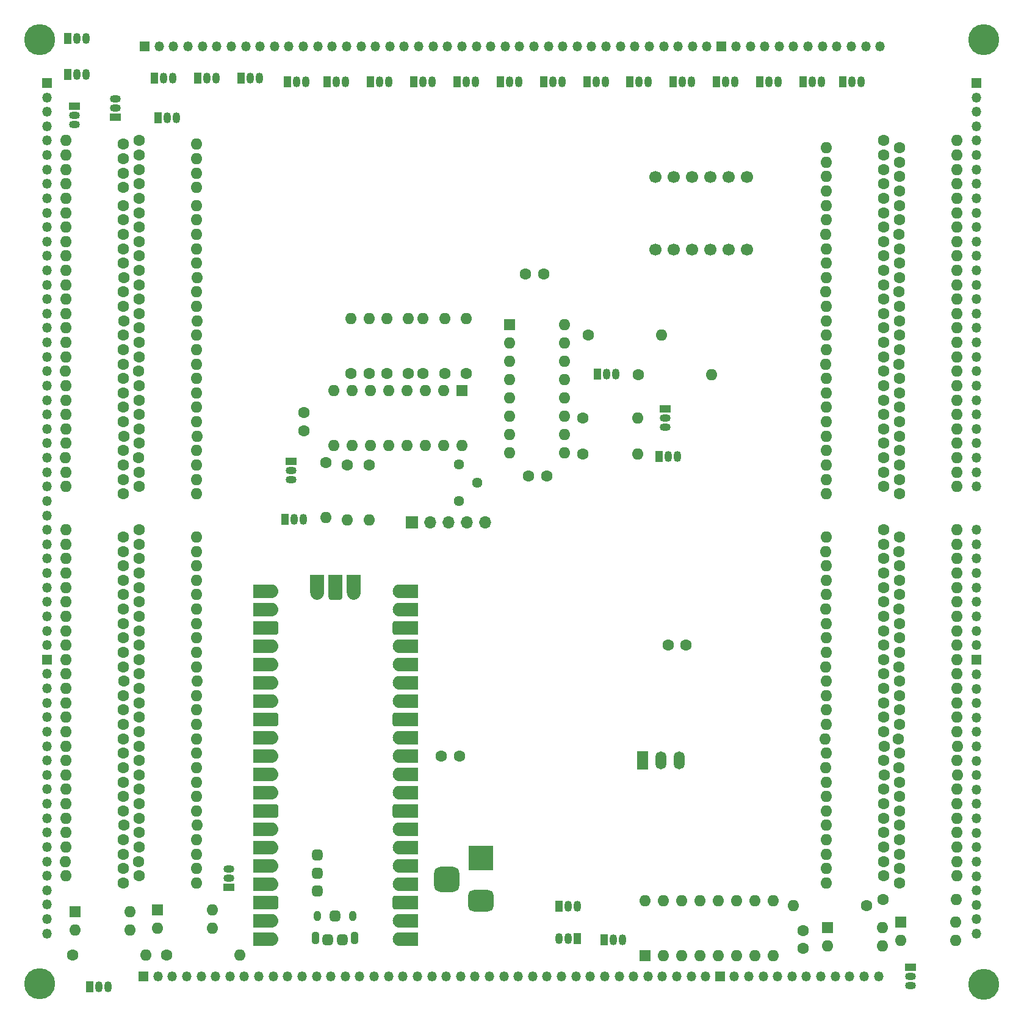
<source format=gbs>
G04 #@! TF.GenerationSoftware,KiCad,Pcbnew,(6.0.5)*
G04 #@! TF.CreationDate,2022-09-02T23:17:56+01:00*
G04 #@! TF.ProjectId,screen-driver,73637265-656e-42d6-9472-697665722e6b,rev?*
G04 #@! TF.SameCoordinates,Original*
G04 #@! TF.FileFunction,Soldermask,Bot*
G04 #@! TF.FilePolarity,Negative*
%FSLAX46Y46*%
G04 Gerber Fmt 4.6, Leading zero omitted, Abs format (unit mm)*
G04 Created by KiCad (PCBNEW (6.0.5)) date 2022-09-02 23:17:56*
%MOMM*%
%LPD*%
G01*
G04 APERTURE LIST*
G04 Aperture macros list*
%AMRoundRect*
0 Rectangle with rounded corners*
0 $1 Rounding radius*
0 $2 $3 $4 $5 $6 $7 $8 $9 X,Y pos of 4 corners*
0 Add a 4 corners polygon primitive as box body*
4,1,4,$2,$3,$4,$5,$6,$7,$8,$9,$2,$3,0*
0 Add four circle primitives for the rounded corners*
1,1,$1+$1,$2,$3*
1,1,$1+$1,$4,$5*
1,1,$1+$1,$6,$7*
1,1,$1+$1,$8,$9*
0 Add four rect primitives between the rounded corners*
20,1,$1+$1,$2,$3,$4,$5,0*
20,1,$1+$1,$4,$5,$6,$7,0*
20,1,$1+$1,$6,$7,$8,$9,0*
20,1,$1+$1,$8,$9,$2,$3,0*%
G04 Aperture macros list end*
%ADD10C,0.010000*%
%ADD11C,4.300000*%
%ADD12R,1.600000X1.600000*%
%ADD13O,1.600000X1.600000*%
%ADD14C,1.600000*%
%ADD15R,1.500000X1.050000*%
%ADD16O,1.500000X1.050000*%
%ADD17R,1.050000X1.500000*%
%ADD18O,1.050000X1.500000*%
%ADD19R,1.350000X1.350000*%
%ADD20O,1.350000X1.350000*%
%ADD21C,1.440000*%
%ADD22C,1.700000*%
%ADD23O,1.100000X1.800000*%
%ADD24O,1.050000X1.450000*%
%ADD25RoundRect,0.450000X-0.300000X-0.300000X0.300000X-0.300000X0.300000X0.300000X-0.300000X0.300000X0*%
%ADD26R,1.700000X1.700000*%
%ADD27O,1.700000X1.700000*%
%ADD28R,3.500000X3.500000*%
%ADD29RoundRect,0.750000X1.000000X-0.750000X1.000000X0.750000X-1.000000X0.750000X-1.000000X-0.750000X0*%
%ADD30RoundRect,0.875000X0.875000X-0.875000X0.875000X0.875000X-0.875000X0.875000X-0.875000X-0.875000X0*%
%ADD31R,1.500000X2.500000*%
%ADD32O,1.500000X2.500000*%
G04 APERTURE END LIST*
G04 #@! TO.C,U1*
G36*
X122467000Y-147801000D02*
G01*
X122514000Y-147805000D01*
X122561000Y-147811000D01*
X122607000Y-147820000D01*
X122653000Y-147831000D01*
X122698000Y-147844000D01*
X122743000Y-147860000D01*
X122786000Y-147878000D01*
X122829000Y-147898000D01*
X122870000Y-147921000D01*
X122910000Y-147945000D01*
X122949000Y-147972000D01*
X122986000Y-148001000D01*
X123022000Y-148031000D01*
X123056000Y-148064000D01*
X123089000Y-148098000D01*
X123119000Y-148134000D01*
X123148000Y-148171000D01*
X123175000Y-148210000D01*
X123199000Y-148250000D01*
X123222000Y-148291000D01*
X123242000Y-148334000D01*
X123260000Y-148377000D01*
X123276000Y-148422000D01*
X123289000Y-148467000D01*
X123300000Y-148513000D01*
X123309000Y-148559000D01*
X123315000Y-148606000D01*
X123319000Y-148653000D01*
X123320000Y-148700000D01*
X123319000Y-148747000D01*
X123315000Y-148794000D01*
X123309000Y-148841000D01*
X123300000Y-148887000D01*
X123289000Y-148933000D01*
X123276000Y-148978000D01*
X123260000Y-149023000D01*
X123242000Y-149066000D01*
X123222000Y-149109000D01*
X123199000Y-149150000D01*
X123175000Y-149190000D01*
X123148000Y-149229000D01*
X123119000Y-149266000D01*
X123089000Y-149302000D01*
X123056000Y-149336000D01*
X123022000Y-149369000D01*
X122986000Y-149399000D01*
X122949000Y-149428000D01*
X122910000Y-149455000D01*
X122870000Y-149479000D01*
X122829000Y-149502000D01*
X122786000Y-149522000D01*
X122743000Y-149540000D01*
X122698000Y-149556000D01*
X122653000Y-149569000D01*
X122607000Y-149580000D01*
X122561000Y-149589000D01*
X122514000Y-149595000D01*
X122467000Y-149599000D01*
X122420000Y-149600000D01*
X119920000Y-149600000D01*
X119920000Y-147800000D01*
X122420000Y-147800000D01*
X122467000Y-147801000D01*
G37*
D10*
X122467000Y-147801000D02*
X122514000Y-147805000D01*
X122561000Y-147811000D01*
X122607000Y-147820000D01*
X122653000Y-147831000D01*
X122698000Y-147844000D01*
X122743000Y-147860000D01*
X122786000Y-147878000D01*
X122829000Y-147898000D01*
X122870000Y-147921000D01*
X122910000Y-147945000D01*
X122949000Y-147972000D01*
X122986000Y-148001000D01*
X123022000Y-148031000D01*
X123056000Y-148064000D01*
X123089000Y-148098000D01*
X123119000Y-148134000D01*
X123148000Y-148171000D01*
X123175000Y-148210000D01*
X123199000Y-148250000D01*
X123222000Y-148291000D01*
X123242000Y-148334000D01*
X123260000Y-148377000D01*
X123276000Y-148422000D01*
X123289000Y-148467000D01*
X123300000Y-148513000D01*
X123309000Y-148559000D01*
X123315000Y-148606000D01*
X123319000Y-148653000D01*
X123320000Y-148700000D01*
X123319000Y-148747000D01*
X123315000Y-148794000D01*
X123309000Y-148841000D01*
X123300000Y-148887000D01*
X123289000Y-148933000D01*
X123276000Y-148978000D01*
X123260000Y-149023000D01*
X123242000Y-149066000D01*
X123222000Y-149109000D01*
X123199000Y-149150000D01*
X123175000Y-149190000D01*
X123148000Y-149229000D01*
X123119000Y-149266000D01*
X123089000Y-149302000D01*
X123056000Y-149336000D01*
X123022000Y-149369000D01*
X122986000Y-149399000D01*
X122949000Y-149428000D01*
X122910000Y-149455000D01*
X122870000Y-149479000D01*
X122829000Y-149502000D01*
X122786000Y-149522000D01*
X122743000Y-149540000D01*
X122698000Y-149556000D01*
X122653000Y-149569000D01*
X122607000Y-149580000D01*
X122561000Y-149589000D01*
X122514000Y-149595000D01*
X122467000Y-149599000D01*
X122420000Y-149600000D01*
X119920000Y-149600000D01*
X119920000Y-147800000D01*
X122420000Y-147800000D01*
X122467000Y-147801000D01*
G36*
X142700000Y-149600000D02*
G01*
X140200000Y-149600000D01*
X140153000Y-149599000D01*
X140106000Y-149595000D01*
X140059000Y-149589000D01*
X140013000Y-149580000D01*
X139967000Y-149569000D01*
X139922000Y-149556000D01*
X139877000Y-149540000D01*
X139834000Y-149522000D01*
X139791000Y-149502000D01*
X139750000Y-149479000D01*
X139710000Y-149455000D01*
X139671000Y-149428000D01*
X139634000Y-149399000D01*
X139598000Y-149369000D01*
X139564000Y-149336000D01*
X139531000Y-149302000D01*
X139501000Y-149266000D01*
X139472000Y-149229000D01*
X139445000Y-149190000D01*
X139421000Y-149150000D01*
X139398000Y-149109000D01*
X139378000Y-149066000D01*
X139360000Y-149023000D01*
X139344000Y-148978000D01*
X139331000Y-148933000D01*
X139320000Y-148887000D01*
X139311000Y-148841000D01*
X139305000Y-148794000D01*
X139301000Y-148747000D01*
X139300000Y-148700000D01*
X139301000Y-148653000D01*
X139305000Y-148606000D01*
X139311000Y-148559000D01*
X139320000Y-148513000D01*
X139331000Y-148467000D01*
X139344000Y-148422000D01*
X139360000Y-148377000D01*
X139378000Y-148334000D01*
X139398000Y-148291000D01*
X139421000Y-148250000D01*
X139445000Y-148210000D01*
X139472000Y-148171000D01*
X139501000Y-148134000D01*
X139531000Y-148098000D01*
X139564000Y-148064000D01*
X139598000Y-148031000D01*
X139634000Y-148001000D01*
X139671000Y-147972000D01*
X139710000Y-147945000D01*
X139750000Y-147921000D01*
X139791000Y-147898000D01*
X139834000Y-147878000D01*
X139877000Y-147860000D01*
X139922000Y-147844000D01*
X139967000Y-147831000D01*
X140013000Y-147820000D01*
X140059000Y-147811000D01*
X140106000Y-147805000D01*
X140153000Y-147801000D01*
X140200000Y-147800000D01*
X142700000Y-147800000D01*
X142700000Y-149600000D01*
G37*
X142700000Y-149600000D02*
X140200000Y-149600000D01*
X140153000Y-149599000D01*
X140106000Y-149595000D01*
X140059000Y-149589000D01*
X140013000Y-149580000D01*
X139967000Y-149569000D01*
X139922000Y-149556000D01*
X139877000Y-149540000D01*
X139834000Y-149522000D01*
X139791000Y-149502000D01*
X139750000Y-149479000D01*
X139710000Y-149455000D01*
X139671000Y-149428000D01*
X139634000Y-149399000D01*
X139598000Y-149369000D01*
X139564000Y-149336000D01*
X139531000Y-149302000D01*
X139501000Y-149266000D01*
X139472000Y-149229000D01*
X139445000Y-149190000D01*
X139421000Y-149150000D01*
X139398000Y-149109000D01*
X139378000Y-149066000D01*
X139360000Y-149023000D01*
X139344000Y-148978000D01*
X139331000Y-148933000D01*
X139320000Y-148887000D01*
X139311000Y-148841000D01*
X139305000Y-148794000D01*
X139301000Y-148747000D01*
X139300000Y-148700000D01*
X139301000Y-148653000D01*
X139305000Y-148606000D01*
X139311000Y-148559000D01*
X139320000Y-148513000D01*
X139331000Y-148467000D01*
X139344000Y-148422000D01*
X139360000Y-148377000D01*
X139378000Y-148334000D01*
X139398000Y-148291000D01*
X139421000Y-148250000D01*
X139445000Y-148210000D01*
X139472000Y-148171000D01*
X139501000Y-148134000D01*
X139531000Y-148098000D01*
X139564000Y-148064000D01*
X139598000Y-148031000D01*
X139634000Y-148001000D01*
X139671000Y-147972000D01*
X139710000Y-147945000D01*
X139750000Y-147921000D01*
X139791000Y-147898000D01*
X139834000Y-147878000D01*
X139877000Y-147860000D01*
X139922000Y-147844000D01*
X139967000Y-147831000D01*
X140013000Y-147820000D01*
X140059000Y-147811000D01*
X140106000Y-147805000D01*
X140153000Y-147801000D01*
X140200000Y-147800000D01*
X142700000Y-147800000D01*
X142700000Y-149600000D01*
G36*
X142700000Y-131820000D02*
G01*
X140200000Y-131820000D01*
X140153000Y-131819000D01*
X140106000Y-131815000D01*
X140059000Y-131809000D01*
X140013000Y-131800000D01*
X139967000Y-131789000D01*
X139922000Y-131776000D01*
X139877000Y-131760000D01*
X139834000Y-131742000D01*
X139791000Y-131722000D01*
X139750000Y-131699000D01*
X139710000Y-131675000D01*
X139671000Y-131648000D01*
X139634000Y-131619000D01*
X139598000Y-131589000D01*
X139564000Y-131556000D01*
X139531000Y-131522000D01*
X139501000Y-131486000D01*
X139472000Y-131449000D01*
X139445000Y-131410000D01*
X139421000Y-131370000D01*
X139398000Y-131329000D01*
X139378000Y-131286000D01*
X139360000Y-131243000D01*
X139344000Y-131198000D01*
X139331000Y-131153000D01*
X139320000Y-131107000D01*
X139311000Y-131061000D01*
X139305000Y-131014000D01*
X139301000Y-130967000D01*
X139300000Y-130920000D01*
X139301000Y-130873000D01*
X139305000Y-130826000D01*
X139311000Y-130779000D01*
X139320000Y-130733000D01*
X139331000Y-130687000D01*
X139344000Y-130642000D01*
X139360000Y-130597000D01*
X139378000Y-130554000D01*
X139398000Y-130511000D01*
X139421000Y-130470000D01*
X139445000Y-130430000D01*
X139472000Y-130391000D01*
X139501000Y-130354000D01*
X139531000Y-130318000D01*
X139564000Y-130284000D01*
X139598000Y-130251000D01*
X139634000Y-130221000D01*
X139671000Y-130192000D01*
X139710000Y-130165000D01*
X139750000Y-130141000D01*
X139791000Y-130118000D01*
X139834000Y-130098000D01*
X139877000Y-130080000D01*
X139922000Y-130064000D01*
X139967000Y-130051000D01*
X140013000Y-130040000D01*
X140059000Y-130031000D01*
X140106000Y-130025000D01*
X140153000Y-130021000D01*
X140200000Y-130020000D01*
X142700000Y-130020000D01*
X142700000Y-131820000D01*
G37*
X142700000Y-131820000D02*
X140200000Y-131820000D01*
X140153000Y-131819000D01*
X140106000Y-131815000D01*
X140059000Y-131809000D01*
X140013000Y-131800000D01*
X139967000Y-131789000D01*
X139922000Y-131776000D01*
X139877000Y-131760000D01*
X139834000Y-131742000D01*
X139791000Y-131722000D01*
X139750000Y-131699000D01*
X139710000Y-131675000D01*
X139671000Y-131648000D01*
X139634000Y-131619000D01*
X139598000Y-131589000D01*
X139564000Y-131556000D01*
X139531000Y-131522000D01*
X139501000Y-131486000D01*
X139472000Y-131449000D01*
X139445000Y-131410000D01*
X139421000Y-131370000D01*
X139398000Y-131329000D01*
X139378000Y-131286000D01*
X139360000Y-131243000D01*
X139344000Y-131198000D01*
X139331000Y-131153000D01*
X139320000Y-131107000D01*
X139311000Y-131061000D01*
X139305000Y-131014000D01*
X139301000Y-130967000D01*
X139300000Y-130920000D01*
X139301000Y-130873000D01*
X139305000Y-130826000D01*
X139311000Y-130779000D01*
X139320000Y-130733000D01*
X139331000Y-130687000D01*
X139344000Y-130642000D01*
X139360000Y-130597000D01*
X139378000Y-130554000D01*
X139398000Y-130511000D01*
X139421000Y-130470000D01*
X139445000Y-130430000D01*
X139472000Y-130391000D01*
X139501000Y-130354000D01*
X139531000Y-130318000D01*
X139564000Y-130284000D01*
X139598000Y-130251000D01*
X139634000Y-130221000D01*
X139671000Y-130192000D01*
X139710000Y-130165000D01*
X139750000Y-130141000D01*
X139791000Y-130118000D01*
X139834000Y-130098000D01*
X139877000Y-130080000D01*
X139922000Y-130064000D01*
X139967000Y-130051000D01*
X140013000Y-130040000D01*
X140059000Y-130031000D01*
X140106000Y-130025000D01*
X140153000Y-130021000D01*
X140200000Y-130020000D01*
X142700000Y-130020000D01*
X142700000Y-131820000D01*
G36*
X122467000Y-150341000D02*
G01*
X122514000Y-150345000D01*
X122561000Y-150351000D01*
X122607000Y-150360000D01*
X122653000Y-150371000D01*
X122698000Y-150384000D01*
X122743000Y-150400000D01*
X122786000Y-150418000D01*
X122829000Y-150438000D01*
X122870000Y-150461000D01*
X122910000Y-150485000D01*
X122949000Y-150512000D01*
X122986000Y-150541000D01*
X123022000Y-150571000D01*
X123056000Y-150604000D01*
X123089000Y-150638000D01*
X123119000Y-150674000D01*
X123148000Y-150711000D01*
X123175000Y-150750000D01*
X123199000Y-150790000D01*
X123222000Y-150831000D01*
X123242000Y-150874000D01*
X123260000Y-150917000D01*
X123276000Y-150962000D01*
X123289000Y-151007000D01*
X123300000Y-151053000D01*
X123309000Y-151099000D01*
X123315000Y-151146000D01*
X123319000Y-151193000D01*
X123320000Y-151240000D01*
X123319000Y-151287000D01*
X123315000Y-151334000D01*
X123309000Y-151381000D01*
X123300000Y-151427000D01*
X123289000Y-151473000D01*
X123276000Y-151518000D01*
X123260000Y-151563000D01*
X123242000Y-151606000D01*
X123222000Y-151649000D01*
X123199000Y-151690000D01*
X123175000Y-151730000D01*
X123148000Y-151769000D01*
X123119000Y-151806000D01*
X123089000Y-151842000D01*
X123056000Y-151876000D01*
X123022000Y-151909000D01*
X122986000Y-151939000D01*
X122949000Y-151968000D01*
X122910000Y-151995000D01*
X122870000Y-152019000D01*
X122829000Y-152042000D01*
X122786000Y-152062000D01*
X122743000Y-152080000D01*
X122698000Y-152096000D01*
X122653000Y-152109000D01*
X122607000Y-152120000D01*
X122561000Y-152129000D01*
X122514000Y-152135000D01*
X122467000Y-152139000D01*
X122420000Y-152140000D01*
X119920000Y-152140000D01*
X119920000Y-150340000D01*
X122420000Y-150340000D01*
X122467000Y-150341000D01*
G37*
X122467000Y-150341000D02*
X122514000Y-150345000D01*
X122561000Y-150351000D01*
X122607000Y-150360000D01*
X122653000Y-150371000D01*
X122698000Y-150384000D01*
X122743000Y-150400000D01*
X122786000Y-150418000D01*
X122829000Y-150438000D01*
X122870000Y-150461000D01*
X122910000Y-150485000D01*
X122949000Y-150512000D01*
X122986000Y-150541000D01*
X123022000Y-150571000D01*
X123056000Y-150604000D01*
X123089000Y-150638000D01*
X123119000Y-150674000D01*
X123148000Y-150711000D01*
X123175000Y-150750000D01*
X123199000Y-150790000D01*
X123222000Y-150831000D01*
X123242000Y-150874000D01*
X123260000Y-150917000D01*
X123276000Y-150962000D01*
X123289000Y-151007000D01*
X123300000Y-151053000D01*
X123309000Y-151099000D01*
X123315000Y-151146000D01*
X123319000Y-151193000D01*
X123320000Y-151240000D01*
X123319000Y-151287000D01*
X123315000Y-151334000D01*
X123309000Y-151381000D01*
X123300000Y-151427000D01*
X123289000Y-151473000D01*
X123276000Y-151518000D01*
X123260000Y-151563000D01*
X123242000Y-151606000D01*
X123222000Y-151649000D01*
X123199000Y-151690000D01*
X123175000Y-151730000D01*
X123148000Y-151769000D01*
X123119000Y-151806000D01*
X123089000Y-151842000D01*
X123056000Y-151876000D01*
X123022000Y-151909000D01*
X122986000Y-151939000D01*
X122949000Y-151968000D01*
X122910000Y-151995000D01*
X122870000Y-152019000D01*
X122829000Y-152042000D01*
X122786000Y-152062000D01*
X122743000Y-152080000D01*
X122698000Y-152096000D01*
X122653000Y-152109000D01*
X122607000Y-152120000D01*
X122561000Y-152129000D01*
X122514000Y-152135000D01*
X122467000Y-152139000D01*
X122420000Y-152140000D01*
X119920000Y-152140000D01*
X119920000Y-150340000D01*
X122420000Y-150340000D01*
X122467000Y-150341000D01*
G36*
X142700000Y-134360000D02*
G01*
X139584000Y-134360000D01*
X139569000Y-134358000D01*
X139553000Y-134356000D01*
X139538000Y-134353000D01*
X139522000Y-134350000D01*
X139492000Y-134340000D01*
X139478000Y-134334000D01*
X139450000Y-134320000D01*
X139437000Y-134312000D01*
X139424000Y-134303000D01*
X139411000Y-134293000D01*
X139399000Y-134283000D01*
X139377000Y-134261000D01*
X139367000Y-134249000D01*
X139357000Y-134236000D01*
X139348000Y-134223000D01*
X139340000Y-134210000D01*
X139326000Y-134182000D01*
X139320000Y-134168000D01*
X139310000Y-134138000D01*
X139307000Y-134122000D01*
X139304000Y-134107000D01*
X139302000Y-134091000D01*
X139300000Y-134076000D01*
X139300000Y-132844000D01*
X139302000Y-132829000D01*
X139304000Y-132813000D01*
X139307000Y-132798000D01*
X139310000Y-132782000D01*
X139320000Y-132752000D01*
X139326000Y-132738000D01*
X139340000Y-132710000D01*
X139348000Y-132697000D01*
X139357000Y-132684000D01*
X139367000Y-132671000D01*
X139377000Y-132659000D01*
X139399000Y-132637000D01*
X139411000Y-132627000D01*
X139424000Y-132617000D01*
X139437000Y-132608000D01*
X139450000Y-132600000D01*
X139478000Y-132586000D01*
X139492000Y-132580000D01*
X139522000Y-132570000D01*
X139538000Y-132567000D01*
X139553000Y-132564000D01*
X139569000Y-132562000D01*
X139584000Y-132560000D01*
X142700000Y-132560000D01*
X142700000Y-134360000D01*
G37*
X142700000Y-134360000D02*
X139584000Y-134360000D01*
X139569000Y-134358000D01*
X139553000Y-134356000D01*
X139538000Y-134353000D01*
X139522000Y-134350000D01*
X139492000Y-134340000D01*
X139478000Y-134334000D01*
X139450000Y-134320000D01*
X139437000Y-134312000D01*
X139424000Y-134303000D01*
X139411000Y-134293000D01*
X139399000Y-134283000D01*
X139377000Y-134261000D01*
X139367000Y-134249000D01*
X139357000Y-134236000D01*
X139348000Y-134223000D01*
X139340000Y-134210000D01*
X139326000Y-134182000D01*
X139320000Y-134168000D01*
X139310000Y-134138000D01*
X139307000Y-134122000D01*
X139304000Y-134107000D01*
X139302000Y-134091000D01*
X139300000Y-134076000D01*
X139300000Y-132844000D01*
X139302000Y-132829000D01*
X139304000Y-132813000D01*
X139307000Y-132798000D01*
X139310000Y-132782000D01*
X139320000Y-132752000D01*
X139326000Y-132738000D01*
X139340000Y-132710000D01*
X139348000Y-132697000D01*
X139357000Y-132684000D01*
X139367000Y-132671000D01*
X139377000Y-132659000D01*
X139399000Y-132637000D01*
X139411000Y-132627000D01*
X139424000Y-132617000D01*
X139437000Y-132608000D01*
X139450000Y-132600000D01*
X139478000Y-132586000D01*
X139492000Y-132580000D01*
X139522000Y-132570000D01*
X139538000Y-132567000D01*
X139553000Y-132564000D01*
X139569000Y-132562000D01*
X139584000Y-132560000D01*
X142700000Y-132560000D01*
X142700000Y-134360000D01*
G36*
X142700000Y-141980000D02*
G01*
X140200000Y-141980000D01*
X140153000Y-141979000D01*
X140106000Y-141975000D01*
X140059000Y-141969000D01*
X140013000Y-141960000D01*
X139967000Y-141949000D01*
X139922000Y-141936000D01*
X139877000Y-141920000D01*
X139834000Y-141902000D01*
X139791000Y-141882000D01*
X139750000Y-141859000D01*
X139710000Y-141835000D01*
X139671000Y-141808000D01*
X139634000Y-141779000D01*
X139598000Y-141749000D01*
X139564000Y-141716000D01*
X139531000Y-141682000D01*
X139501000Y-141646000D01*
X139472000Y-141609000D01*
X139445000Y-141570000D01*
X139421000Y-141530000D01*
X139398000Y-141489000D01*
X139378000Y-141446000D01*
X139360000Y-141403000D01*
X139344000Y-141358000D01*
X139331000Y-141313000D01*
X139320000Y-141267000D01*
X139311000Y-141221000D01*
X139305000Y-141174000D01*
X139301000Y-141127000D01*
X139300000Y-141080000D01*
X139301000Y-141033000D01*
X139305000Y-140986000D01*
X139311000Y-140939000D01*
X139320000Y-140893000D01*
X139331000Y-140847000D01*
X139344000Y-140802000D01*
X139360000Y-140757000D01*
X139378000Y-140714000D01*
X139398000Y-140671000D01*
X139421000Y-140630000D01*
X139445000Y-140590000D01*
X139472000Y-140551000D01*
X139501000Y-140514000D01*
X139531000Y-140478000D01*
X139564000Y-140444000D01*
X139598000Y-140411000D01*
X139634000Y-140381000D01*
X139671000Y-140352000D01*
X139710000Y-140325000D01*
X139750000Y-140301000D01*
X139791000Y-140278000D01*
X139834000Y-140258000D01*
X139877000Y-140240000D01*
X139922000Y-140224000D01*
X139967000Y-140211000D01*
X140013000Y-140200000D01*
X140059000Y-140191000D01*
X140106000Y-140185000D01*
X140153000Y-140181000D01*
X140200000Y-140180000D01*
X142700000Y-140180000D01*
X142700000Y-141980000D01*
G37*
X142700000Y-141980000D02*
X140200000Y-141980000D01*
X140153000Y-141979000D01*
X140106000Y-141975000D01*
X140059000Y-141969000D01*
X140013000Y-141960000D01*
X139967000Y-141949000D01*
X139922000Y-141936000D01*
X139877000Y-141920000D01*
X139834000Y-141902000D01*
X139791000Y-141882000D01*
X139750000Y-141859000D01*
X139710000Y-141835000D01*
X139671000Y-141808000D01*
X139634000Y-141779000D01*
X139598000Y-141749000D01*
X139564000Y-141716000D01*
X139531000Y-141682000D01*
X139501000Y-141646000D01*
X139472000Y-141609000D01*
X139445000Y-141570000D01*
X139421000Y-141530000D01*
X139398000Y-141489000D01*
X139378000Y-141446000D01*
X139360000Y-141403000D01*
X139344000Y-141358000D01*
X139331000Y-141313000D01*
X139320000Y-141267000D01*
X139311000Y-141221000D01*
X139305000Y-141174000D01*
X139301000Y-141127000D01*
X139300000Y-141080000D01*
X139301000Y-141033000D01*
X139305000Y-140986000D01*
X139311000Y-140939000D01*
X139320000Y-140893000D01*
X139331000Y-140847000D01*
X139344000Y-140802000D01*
X139360000Y-140757000D01*
X139378000Y-140714000D01*
X139398000Y-140671000D01*
X139421000Y-140630000D01*
X139445000Y-140590000D01*
X139472000Y-140551000D01*
X139501000Y-140514000D01*
X139531000Y-140478000D01*
X139564000Y-140444000D01*
X139598000Y-140411000D01*
X139634000Y-140381000D01*
X139671000Y-140352000D01*
X139710000Y-140325000D01*
X139750000Y-140301000D01*
X139791000Y-140278000D01*
X139834000Y-140258000D01*
X139877000Y-140240000D01*
X139922000Y-140224000D01*
X139967000Y-140211000D01*
X140013000Y-140200000D01*
X140059000Y-140191000D01*
X140106000Y-140185000D01*
X140153000Y-140181000D01*
X140200000Y-140180000D01*
X142700000Y-140180000D01*
X142700000Y-141980000D01*
G36*
X142700000Y-108960000D02*
G01*
X139584000Y-108960000D01*
X139569000Y-108958000D01*
X139553000Y-108956000D01*
X139538000Y-108953000D01*
X139522000Y-108950000D01*
X139492000Y-108940000D01*
X139478000Y-108934000D01*
X139450000Y-108920000D01*
X139437000Y-108912000D01*
X139424000Y-108903000D01*
X139411000Y-108893000D01*
X139399000Y-108883000D01*
X139377000Y-108861000D01*
X139367000Y-108849000D01*
X139357000Y-108836000D01*
X139348000Y-108823000D01*
X139340000Y-108810000D01*
X139326000Y-108782000D01*
X139320000Y-108768000D01*
X139310000Y-108738000D01*
X139307000Y-108722000D01*
X139304000Y-108707000D01*
X139302000Y-108691000D01*
X139300000Y-108676000D01*
X139300000Y-107444000D01*
X139302000Y-107429000D01*
X139304000Y-107413000D01*
X139307000Y-107398000D01*
X139310000Y-107382000D01*
X139320000Y-107352000D01*
X139326000Y-107338000D01*
X139340000Y-107310000D01*
X139348000Y-107297000D01*
X139357000Y-107284000D01*
X139367000Y-107271000D01*
X139377000Y-107259000D01*
X139399000Y-107237000D01*
X139411000Y-107227000D01*
X139424000Y-107217000D01*
X139437000Y-107208000D01*
X139450000Y-107200000D01*
X139478000Y-107186000D01*
X139492000Y-107180000D01*
X139522000Y-107170000D01*
X139538000Y-107167000D01*
X139553000Y-107164000D01*
X139569000Y-107162000D01*
X139584000Y-107160000D01*
X142700000Y-107160000D01*
X142700000Y-108960000D01*
G37*
X142700000Y-108960000D02*
X139584000Y-108960000D01*
X139569000Y-108958000D01*
X139553000Y-108956000D01*
X139538000Y-108953000D01*
X139522000Y-108950000D01*
X139492000Y-108940000D01*
X139478000Y-108934000D01*
X139450000Y-108920000D01*
X139437000Y-108912000D01*
X139424000Y-108903000D01*
X139411000Y-108893000D01*
X139399000Y-108883000D01*
X139377000Y-108861000D01*
X139367000Y-108849000D01*
X139357000Y-108836000D01*
X139348000Y-108823000D01*
X139340000Y-108810000D01*
X139326000Y-108782000D01*
X139320000Y-108768000D01*
X139310000Y-108738000D01*
X139307000Y-108722000D01*
X139304000Y-108707000D01*
X139302000Y-108691000D01*
X139300000Y-108676000D01*
X139300000Y-107444000D01*
X139302000Y-107429000D01*
X139304000Y-107413000D01*
X139307000Y-107398000D01*
X139310000Y-107382000D01*
X139320000Y-107352000D01*
X139326000Y-107338000D01*
X139340000Y-107310000D01*
X139348000Y-107297000D01*
X139357000Y-107284000D01*
X139367000Y-107271000D01*
X139377000Y-107259000D01*
X139399000Y-107237000D01*
X139411000Y-107227000D01*
X139424000Y-107217000D01*
X139437000Y-107208000D01*
X139450000Y-107200000D01*
X139478000Y-107186000D01*
X139492000Y-107180000D01*
X139522000Y-107170000D01*
X139538000Y-107167000D01*
X139553000Y-107164000D01*
X139569000Y-107162000D01*
X139584000Y-107160000D01*
X142700000Y-107160000D01*
X142700000Y-108960000D01*
G36*
X123051000Y-145262000D02*
G01*
X123067000Y-145264000D01*
X123082000Y-145267000D01*
X123098000Y-145270000D01*
X123128000Y-145280000D01*
X123142000Y-145286000D01*
X123170000Y-145300000D01*
X123183000Y-145308000D01*
X123196000Y-145317000D01*
X123209000Y-145327000D01*
X123221000Y-145337000D01*
X123243000Y-145359000D01*
X123253000Y-145371000D01*
X123263000Y-145384000D01*
X123272000Y-145397000D01*
X123280000Y-145410000D01*
X123294000Y-145438000D01*
X123300000Y-145452000D01*
X123310000Y-145482000D01*
X123313000Y-145498000D01*
X123316000Y-145513000D01*
X123318000Y-145529000D01*
X123320000Y-145544000D01*
X123320000Y-146776000D01*
X123318000Y-146791000D01*
X123316000Y-146807000D01*
X123313000Y-146822000D01*
X123310000Y-146838000D01*
X123300000Y-146868000D01*
X123294000Y-146882000D01*
X123280000Y-146910000D01*
X123272000Y-146923000D01*
X123263000Y-146936000D01*
X123253000Y-146949000D01*
X123243000Y-146961000D01*
X123221000Y-146983000D01*
X123209000Y-146993000D01*
X123196000Y-147003000D01*
X123183000Y-147012000D01*
X123170000Y-147020000D01*
X123142000Y-147034000D01*
X123128000Y-147040000D01*
X123098000Y-147050000D01*
X123082000Y-147053000D01*
X123067000Y-147056000D01*
X123051000Y-147058000D01*
X123036000Y-147060000D01*
X119920000Y-147060000D01*
X119920000Y-145260000D01*
X123036000Y-145260000D01*
X123051000Y-145262000D01*
G37*
X123051000Y-145262000D02*
X123067000Y-145264000D01*
X123082000Y-145267000D01*
X123098000Y-145270000D01*
X123128000Y-145280000D01*
X123142000Y-145286000D01*
X123170000Y-145300000D01*
X123183000Y-145308000D01*
X123196000Y-145317000D01*
X123209000Y-145327000D01*
X123221000Y-145337000D01*
X123243000Y-145359000D01*
X123253000Y-145371000D01*
X123263000Y-145384000D01*
X123272000Y-145397000D01*
X123280000Y-145410000D01*
X123294000Y-145438000D01*
X123300000Y-145452000D01*
X123310000Y-145482000D01*
X123313000Y-145498000D01*
X123316000Y-145513000D01*
X123318000Y-145529000D01*
X123320000Y-145544000D01*
X123320000Y-146776000D01*
X123318000Y-146791000D01*
X123316000Y-146807000D01*
X123313000Y-146822000D01*
X123310000Y-146838000D01*
X123300000Y-146868000D01*
X123294000Y-146882000D01*
X123280000Y-146910000D01*
X123272000Y-146923000D01*
X123263000Y-146936000D01*
X123253000Y-146949000D01*
X123243000Y-146961000D01*
X123221000Y-146983000D01*
X123209000Y-146993000D01*
X123196000Y-147003000D01*
X123183000Y-147012000D01*
X123170000Y-147020000D01*
X123142000Y-147034000D01*
X123128000Y-147040000D01*
X123098000Y-147050000D01*
X123082000Y-147053000D01*
X123067000Y-147056000D01*
X123051000Y-147058000D01*
X123036000Y-147060000D01*
X119920000Y-147060000D01*
X119920000Y-145260000D01*
X123036000Y-145260000D01*
X123051000Y-145262000D01*
G36*
X142700000Y-116580000D02*
G01*
X140200000Y-116580000D01*
X140153000Y-116579000D01*
X140106000Y-116575000D01*
X140059000Y-116569000D01*
X140013000Y-116560000D01*
X139967000Y-116549000D01*
X139922000Y-116536000D01*
X139877000Y-116520000D01*
X139834000Y-116502000D01*
X139791000Y-116482000D01*
X139750000Y-116459000D01*
X139710000Y-116435000D01*
X139671000Y-116408000D01*
X139634000Y-116379000D01*
X139598000Y-116349000D01*
X139564000Y-116316000D01*
X139531000Y-116282000D01*
X139501000Y-116246000D01*
X139472000Y-116209000D01*
X139445000Y-116170000D01*
X139421000Y-116130000D01*
X139398000Y-116089000D01*
X139378000Y-116046000D01*
X139360000Y-116003000D01*
X139344000Y-115958000D01*
X139331000Y-115913000D01*
X139320000Y-115867000D01*
X139311000Y-115821000D01*
X139305000Y-115774000D01*
X139301000Y-115727000D01*
X139300000Y-115680000D01*
X139301000Y-115633000D01*
X139305000Y-115586000D01*
X139311000Y-115539000D01*
X139320000Y-115493000D01*
X139331000Y-115447000D01*
X139344000Y-115402000D01*
X139360000Y-115357000D01*
X139378000Y-115314000D01*
X139398000Y-115271000D01*
X139421000Y-115230000D01*
X139445000Y-115190000D01*
X139472000Y-115151000D01*
X139501000Y-115114000D01*
X139531000Y-115078000D01*
X139564000Y-115044000D01*
X139598000Y-115011000D01*
X139634000Y-114981000D01*
X139671000Y-114952000D01*
X139710000Y-114925000D01*
X139750000Y-114901000D01*
X139791000Y-114878000D01*
X139834000Y-114858000D01*
X139877000Y-114840000D01*
X139922000Y-114824000D01*
X139967000Y-114811000D01*
X140013000Y-114800000D01*
X140059000Y-114791000D01*
X140106000Y-114785000D01*
X140153000Y-114781000D01*
X140200000Y-114780000D01*
X142700000Y-114780000D01*
X142700000Y-116580000D01*
G37*
X142700000Y-116580000D02*
X140200000Y-116580000D01*
X140153000Y-116579000D01*
X140106000Y-116575000D01*
X140059000Y-116569000D01*
X140013000Y-116560000D01*
X139967000Y-116549000D01*
X139922000Y-116536000D01*
X139877000Y-116520000D01*
X139834000Y-116502000D01*
X139791000Y-116482000D01*
X139750000Y-116459000D01*
X139710000Y-116435000D01*
X139671000Y-116408000D01*
X139634000Y-116379000D01*
X139598000Y-116349000D01*
X139564000Y-116316000D01*
X139531000Y-116282000D01*
X139501000Y-116246000D01*
X139472000Y-116209000D01*
X139445000Y-116170000D01*
X139421000Y-116130000D01*
X139398000Y-116089000D01*
X139378000Y-116046000D01*
X139360000Y-116003000D01*
X139344000Y-115958000D01*
X139331000Y-115913000D01*
X139320000Y-115867000D01*
X139311000Y-115821000D01*
X139305000Y-115774000D01*
X139301000Y-115727000D01*
X139300000Y-115680000D01*
X139301000Y-115633000D01*
X139305000Y-115586000D01*
X139311000Y-115539000D01*
X139320000Y-115493000D01*
X139331000Y-115447000D01*
X139344000Y-115402000D01*
X139360000Y-115357000D01*
X139378000Y-115314000D01*
X139398000Y-115271000D01*
X139421000Y-115230000D01*
X139445000Y-115190000D01*
X139472000Y-115151000D01*
X139501000Y-115114000D01*
X139531000Y-115078000D01*
X139564000Y-115044000D01*
X139598000Y-115011000D01*
X139634000Y-114981000D01*
X139671000Y-114952000D01*
X139710000Y-114925000D01*
X139750000Y-114901000D01*
X139791000Y-114878000D01*
X139834000Y-114858000D01*
X139877000Y-114840000D01*
X139922000Y-114824000D01*
X139967000Y-114811000D01*
X140013000Y-114800000D01*
X140059000Y-114791000D01*
X140106000Y-114785000D01*
X140153000Y-114781000D01*
X140200000Y-114780000D01*
X142700000Y-114780000D01*
X142700000Y-116580000D01*
G36*
X122467000Y-114781000D02*
G01*
X122514000Y-114785000D01*
X122561000Y-114791000D01*
X122607000Y-114800000D01*
X122653000Y-114811000D01*
X122698000Y-114824000D01*
X122743000Y-114840000D01*
X122786000Y-114858000D01*
X122829000Y-114878000D01*
X122870000Y-114901000D01*
X122910000Y-114925000D01*
X122949000Y-114952000D01*
X122986000Y-114981000D01*
X123022000Y-115011000D01*
X123056000Y-115044000D01*
X123089000Y-115078000D01*
X123119000Y-115114000D01*
X123148000Y-115151000D01*
X123175000Y-115190000D01*
X123199000Y-115230000D01*
X123222000Y-115271000D01*
X123242000Y-115314000D01*
X123260000Y-115357000D01*
X123276000Y-115402000D01*
X123289000Y-115447000D01*
X123300000Y-115493000D01*
X123309000Y-115539000D01*
X123315000Y-115586000D01*
X123319000Y-115633000D01*
X123320000Y-115680000D01*
X123319000Y-115727000D01*
X123315000Y-115774000D01*
X123309000Y-115821000D01*
X123300000Y-115867000D01*
X123289000Y-115913000D01*
X123276000Y-115958000D01*
X123260000Y-116003000D01*
X123242000Y-116046000D01*
X123222000Y-116089000D01*
X123199000Y-116130000D01*
X123175000Y-116170000D01*
X123148000Y-116209000D01*
X123119000Y-116246000D01*
X123089000Y-116282000D01*
X123056000Y-116316000D01*
X123022000Y-116349000D01*
X122986000Y-116379000D01*
X122949000Y-116408000D01*
X122910000Y-116435000D01*
X122870000Y-116459000D01*
X122829000Y-116482000D01*
X122786000Y-116502000D01*
X122743000Y-116520000D01*
X122698000Y-116536000D01*
X122653000Y-116549000D01*
X122607000Y-116560000D01*
X122561000Y-116569000D01*
X122514000Y-116575000D01*
X122467000Y-116579000D01*
X122420000Y-116580000D01*
X119920000Y-116580000D01*
X119920000Y-114780000D01*
X122420000Y-114780000D01*
X122467000Y-114781000D01*
G37*
X122467000Y-114781000D02*
X122514000Y-114785000D01*
X122561000Y-114791000D01*
X122607000Y-114800000D01*
X122653000Y-114811000D01*
X122698000Y-114824000D01*
X122743000Y-114840000D01*
X122786000Y-114858000D01*
X122829000Y-114878000D01*
X122870000Y-114901000D01*
X122910000Y-114925000D01*
X122949000Y-114952000D01*
X122986000Y-114981000D01*
X123022000Y-115011000D01*
X123056000Y-115044000D01*
X123089000Y-115078000D01*
X123119000Y-115114000D01*
X123148000Y-115151000D01*
X123175000Y-115190000D01*
X123199000Y-115230000D01*
X123222000Y-115271000D01*
X123242000Y-115314000D01*
X123260000Y-115357000D01*
X123276000Y-115402000D01*
X123289000Y-115447000D01*
X123300000Y-115493000D01*
X123309000Y-115539000D01*
X123315000Y-115586000D01*
X123319000Y-115633000D01*
X123320000Y-115680000D01*
X123319000Y-115727000D01*
X123315000Y-115774000D01*
X123309000Y-115821000D01*
X123300000Y-115867000D01*
X123289000Y-115913000D01*
X123276000Y-115958000D01*
X123260000Y-116003000D01*
X123242000Y-116046000D01*
X123222000Y-116089000D01*
X123199000Y-116130000D01*
X123175000Y-116170000D01*
X123148000Y-116209000D01*
X123119000Y-116246000D01*
X123089000Y-116282000D01*
X123056000Y-116316000D01*
X123022000Y-116349000D01*
X122986000Y-116379000D01*
X122949000Y-116408000D01*
X122910000Y-116435000D01*
X122870000Y-116459000D01*
X122829000Y-116482000D01*
X122786000Y-116502000D01*
X122743000Y-116520000D01*
X122698000Y-116536000D01*
X122653000Y-116549000D01*
X122607000Y-116560000D01*
X122561000Y-116569000D01*
X122514000Y-116575000D01*
X122467000Y-116579000D01*
X122420000Y-116580000D01*
X119920000Y-116580000D01*
X119920000Y-114780000D01*
X122420000Y-114780000D01*
X122467000Y-114781000D01*
G36*
X142700000Y-114040000D02*
G01*
X140200000Y-114040000D01*
X140153000Y-114039000D01*
X140106000Y-114035000D01*
X140059000Y-114029000D01*
X140013000Y-114020000D01*
X139967000Y-114009000D01*
X139922000Y-113996000D01*
X139877000Y-113980000D01*
X139834000Y-113962000D01*
X139791000Y-113942000D01*
X139750000Y-113919000D01*
X139710000Y-113895000D01*
X139671000Y-113868000D01*
X139634000Y-113839000D01*
X139598000Y-113809000D01*
X139564000Y-113776000D01*
X139531000Y-113742000D01*
X139501000Y-113706000D01*
X139472000Y-113669000D01*
X139445000Y-113630000D01*
X139421000Y-113590000D01*
X139398000Y-113549000D01*
X139378000Y-113506000D01*
X139360000Y-113463000D01*
X139344000Y-113418000D01*
X139331000Y-113373000D01*
X139320000Y-113327000D01*
X139311000Y-113281000D01*
X139305000Y-113234000D01*
X139301000Y-113187000D01*
X139300000Y-113140000D01*
X139301000Y-113093000D01*
X139305000Y-113046000D01*
X139311000Y-112999000D01*
X139320000Y-112953000D01*
X139331000Y-112907000D01*
X139344000Y-112862000D01*
X139360000Y-112817000D01*
X139378000Y-112774000D01*
X139398000Y-112731000D01*
X139421000Y-112690000D01*
X139445000Y-112650000D01*
X139472000Y-112611000D01*
X139501000Y-112574000D01*
X139531000Y-112538000D01*
X139564000Y-112504000D01*
X139598000Y-112471000D01*
X139634000Y-112441000D01*
X139671000Y-112412000D01*
X139710000Y-112385000D01*
X139750000Y-112361000D01*
X139791000Y-112338000D01*
X139834000Y-112318000D01*
X139877000Y-112300000D01*
X139922000Y-112284000D01*
X139967000Y-112271000D01*
X140013000Y-112260000D01*
X140059000Y-112251000D01*
X140106000Y-112245000D01*
X140153000Y-112241000D01*
X140200000Y-112240000D01*
X142700000Y-112240000D01*
X142700000Y-114040000D01*
G37*
X142700000Y-114040000D02*
X140200000Y-114040000D01*
X140153000Y-114039000D01*
X140106000Y-114035000D01*
X140059000Y-114029000D01*
X140013000Y-114020000D01*
X139967000Y-114009000D01*
X139922000Y-113996000D01*
X139877000Y-113980000D01*
X139834000Y-113962000D01*
X139791000Y-113942000D01*
X139750000Y-113919000D01*
X139710000Y-113895000D01*
X139671000Y-113868000D01*
X139634000Y-113839000D01*
X139598000Y-113809000D01*
X139564000Y-113776000D01*
X139531000Y-113742000D01*
X139501000Y-113706000D01*
X139472000Y-113669000D01*
X139445000Y-113630000D01*
X139421000Y-113590000D01*
X139398000Y-113549000D01*
X139378000Y-113506000D01*
X139360000Y-113463000D01*
X139344000Y-113418000D01*
X139331000Y-113373000D01*
X139320000Y-113327000D01*
X139311000Y-113281000D01*
X139305000Y-113234000D01*
X139301000Y-113187000D01*
X139300000Y-113140000D01*
X139301000Y-113093000D01*
X139305000Y-113046000D01*
X139311000Y-112999000D01*
X139320000Y-112953000D01*
X139331000Y-112907000D01*
X139344000Y-112862000D01*
X139360000Y-112817000D01*
X139378000Y-112774000D01*
X139398000Y-112731000D01*
X139421000Y-112690000D01*
X139445000Y-112650000D01*
X139472000Y-112611000D01*
X139501000Y-112574000D01*
X139531000Y-112538000D01*
X139564000Y-112504000D01*
X139598000Y-112471000D01*
X139634000Y-112441000D01*
X139671000Y-112412000D01*
X139710000Y-112385000D01*
X139750000Y-112361000D01*
X139791000Y-112338000D01*
X139834000Y-112318000D01*
X139877000Y-112300000D01*
X139922000Y-112284000D01*
X139967000Y-112271000D01*
X140013000Y-112260000D01*
X140059000Y-112251000D01*
X140106000Y-112245000D01*
X140153000Y-112241000D01*
X140200000Y-112240000D01*
X142700000Y-112240000D01*
X142700000Y-114040000D01*
G36*
X142700000Y-126740000D02*
G01*
X140200000Y-126740000D01*
X140153000Y-126739000D01*
X140106000Y-126735000D01*
X140059000Y-126729000D01*
X140013000Y-126720000D01*
X139967000Y-126709000D01*
X139922000Y-126696000D01*
X139877000Y-126680000D01*
X139834000Y-126662000D01*
X139791000Y-126642000D01*
X139750000Y-126619000D01*
X139710000Y-126595000D01*
X139671000Y-126568000D01*
X139634000Y-126539000D01*
X139598000Y-126509000D01*
X139564000Y-126476000D01*
X139531000Y-126442000D01*
X139501000Y-126406000D01*
X139472000Y-126369000D01*
X139445000Y-126330000D01*
X139421000Y-126290000D01*
X139398000Y-126249000D01*
X139378000Y-126206000D01*
X139360000Y-126163000D01*
X139344000Y-126118000D01*
X139331000Y-126073000D01*
X139320000Y-126027000D01*
X139311000Y-125981000D01*
X139305000Y-125934000D01*
X139301000Y-125887000D01*
X139300000Y-125840000D01*
X139301000Y-125793000D01*
X139305000Y-125746000D01*
X139311000Y-125699000D01*
X139320000Y-125653000D01*
X139331000Y-125607000D01*
X139344000Y-125562000D01*
X139360000Y-125517000D01*
X139378000Y-125474000D01*
X139398000Y-125431000D01*
X139421000Y-125390000D01*
X139445000Y-125350000D01*
X139472000Y-125311000D01*
X139501000Y-125274000D01*
X139531000Y-125238000D01*
X139564000Y-125204000D01*
X139598000Y-125171000D01*
X139634000Y-125141000D01*
X139671000Y-125112000D01*
X139710000Y-125085000D01*
X139750000Y-125061000D01*
X139791000Y-125038000D01*
X139834000Y-125018000D01*
X139877000Y-125000000D01*
X139922000Y-124984000D01*
X139967000Y-124971000D01*
X140013000Y-124960000D01*
X140059000Y-124951000D01*
X140106000Y-124945000D01*
X140153000Y-124941000D01*
X140200000Y-124940000D01*
X142700000Y-124940000D01*
X142700000Y-126740000D01*
G37*
X142700000Y-126740000D02*
X140200000Y-126740000D01*
X140153000Y-126739000D01*
X140106000Y-126735000D01*
X140059000Y-126729000D01*
X140013000Y-126720000D01*
X139967000Y-126709000D01*
X139922000Y-126696000D01*
X139877000Y-126680000D01*
X139834000Y-126662000D01*
X139791000Y-126642000D01*
X139750000Y-126619000D01*
X139710000Y-126595000D01*
X139671000Y-126568000D01*
X139634000Y-126539000D01*
X139598000Y-126509000D01*
X139564000Y-126476000D01*
X139531000Y-126442000D01*
X139501000Y-126406000D01*
X139472000Y-126369000D01*
X139445000Y-126330000D01*
X139421000Y-126290000D01*
X139398000Y-126249000D01*
X139378000Y-126206000D01*
X139360000Y-126163000D01*
X139344000Y-126118000D01*
X139331000Y-126073000D01*
X139320000Y-126027000D01*
X139311000Y-125981000D01*
X139305000Y-125934000D01*
X139301000Y-125887000D01*
X139300000Y-125840000D01*
X139301000Y-125793000D01*
X139305000Y-125746000D01*
X139311000Y-125699000D01*
X139320000Y-125653000D01*
X139331000Y-125607000D01*
X139344000Y-125562000D01*
X139360000Y-125517000D01*
X139378000Y-125474000D01*
X139398000Y-125431000D01*
X139421000Y-125390000D01*
X139445000Y-125350000D01*
X139472000Y-125311000D01*
X139501000Y-125274000D01*
X139531000Y-125238000D01*
X139564000Y-125204000D01*
X139598000Y-125171000D01*
X139634000Y-125141000D01*
X139671000Y-125112000D01*
X139710000Y-125085000D01*
X139750000Y-125061000D01*
X139791000Y-125038000D01*
X139834000Y-125018000D01*
X139877000Y-125000000D01*
X139922000Y-124984000D01*
X139967000Y-124971000D01*
X140013000Y-124960000D01*
X140059000Y-124951000D01*
X140106000Y-124945000D01*
X140153000Y-124941000D01*
X140200000Y-124940000D01*
X142700000Y-124940000D01*
X142700000Y-126740000D01*
G36*
X142700000Y-136900000D02*
G01*
X140200000Y-136900000D01*
X140153000Y-136899000D01*
X140106000Y-136895000D01*
X140059000Y-136889000D01*
X140013000Y-136880000D01*
X139967000Y-136869000D01*
X139922000Y-136856000D01*
X139877000Y-136840000D01*
X139834000Y-136822000D01*
X139791000Y-136802000D01*
X139750000Y-136779000D01*
X139710000Y-136755000D01*
X139671000Y-136728000D01*
X139634000Y-136699000D01*
X139598000Y-136669000D01*
X139564000Y-136636000D01*
X139531000Y-136602000D01*
X139501000Y-136566000D01*
X139472000Y-136529000D01*
X139445000Y-136490000D01*
X139421000Y-136450000D01*
X139398000Y-136409000D01*
X139378000Y-136366000D01*
X139360000Y-136323000D01*
X139344000Y-136278000D01*
X139331000Y-136233000D01*
X139320000Y-136187000D01*
X139311000Y-136141000D01*
X139305000Y-136094000D01*
X139301000Y-136047000D01*
X139300000Y-136000000D01*
X139301000Y-135953000D01*
X139305000Y-135906000D01*
X139311000Y-135859000D01*
X139320000Y-135813000D01*
X139331000Y-135767000D01*
X139344000Y-135722000D01*
X139360000Y-135677000D01*
X139378000Y-135634000D01*
X139398000Y-135591000D01*
X139421000Y-135550000D01*
X139445000Y-135510000D01*
X139472000Y-135471000D01*
X139501000Y-135434000D01*
X139531000Y-135398000D01*
X139564000Y-135364000D01*
X139598000Y-135331000D01*
X139634000Y-135301000D01*
X139671000Y-135272000D01*
X139710000Y-135245000D01*
X139750000Y-135221000D01*
X139791000Y-135198000D01*
X139834000Y-135178000D01*
X139877000Y-135160000D01*
X139922000Y-135144000D01*
X139967000Y-135131000D01*
X140013000Y-135120000D01*
X140059000Y-135111000D01*
X140106000Y-135105000D01*
X140153000Y-135101000D01*
X140200000Y-135100000D01*
X142700000Y-135100000D01*
X142700000Y-136900000D01*
G37*
X142700000Y-136900000D02*
X140200000Y-136900000D01*
X140153000Y-136899000D01*
X140106000Y-136895000D01*
X140059000Y-136889000D01*
X140013000Y-136880000D01*
X139967000Y-136869000D01*
X139922000Y-136856000D01*
X139877000Y-136840000D01*
X139834000Y-136822000D01*
X139791000Y-136802000D01*
X139750000Y-136779000D01*
X139710000Y-136755000D01*
X139671000Y-136728000D01*
X139634000Y-136699000D01*
X139598000Y-136669000D01*
X139564000Y-136636000D01*
X139531000Y-136602000D01*
X139501000Y-136566000D01*
X139472000Y-136529000D01*
X139445000Y-136490000D01*
X139421000Y-136450000D01*
X139398000Y-136409000D01*
X139378000Y-136366000D01*
X139360000Y-136323000D01*
X139344000Y-136278000D01*
X139331000Y-136233000D01*
X139320000Y-136187000D01*
X139311000Y-136141000D01*
X139305000Y-136094000D01*
X139301000Y-136047000D01*
X139300000Y-136000000D01*
X139301000Y-135953000D01*
X139305000Y-135906000D01*
X139311000Y-135859000D01*
X139320000Y-135813000D01*
X139331000Y-135767000D01*
X139344000Y-135722000D01*
X139360000Y-135677000D01*
X139378000Y-135634000D01*
X139398000Y-135591000D01*
X139421000Y-135550000D01*
X139445000Y-135510000D01*
X139472000Y-135471000D01*
X139501000Y-135434000D01*
X139531000Y-135398000D01*
X139564000Y-135364000D01*
X139598000Y-135331000D01*
X139634000Y-135301000D01*
X139671000Y-135272000D01*
X139710000Y-135245000D01*
X139750000Y-135221000D01*
X139791000Y-135198000D01*
X139834000Y-135178000D01*
X139877000Y-135160000D01*
X139922000Y-135144000D01*
X139967000Y-135131000D01*
X140013000Y-135120000D01*
X140059000Y-135111000D01*
X140106000Y-135105000D01*
X140153000Y-135101000D01*
X140200000Y-135100000D01*
X142700000Y-135100000D01*
X142700000Y-136900000D01*
G36*
X142700000Y-111500000D02*
G01*
X140200000Y-111500000D01*
X140153000Y-111499000D01*
X140106000Y-111495000D01*
X140059000Y-111489000D01*
X140013000Y-111480000D01*
X139967000Y-111469000D01*
X139922000Y-111456000D01*
X139877000Y-111440000D01*
X139834000Y-111422000D01*
X139791000Y-111402000D01*
X139750000Y-111379000D01*
X139710000Y-111355000D01*
X139671000Y-111328000D01*
X139634000Y-111299000D01*
X139598000Y-111269000D01*
X139564000Y-111236000D01*
X139531000Y-111202000D01*
X139501000Y-111166000D01*
X139472000Y-111129000D01*
X139445000Y-111090000D01*
X139421000Y-111050000D01*
X139398000Y-111009000D01*
X139378000Y-110966000D01*
X139360000Y-110923000D01*
X139344000Y-110878000D01*
X139331000Y-110833000D01*
X139320000Y-110787000D01*
X139311000Y-110741000D01*
X139305000Y-110694000D01*
X139301000Y-110647000D01*
X139300000Y-110600000D01*
X139301000Y-110553000D01*
X139305000Y-110506000D01*
X139311000Y-110459000D01*
X139320000Y-110413000D01*
X139331000Y-110367000D01*
X139344000Y-110322000D01*
X139360000Y-110277000D01*
X139378000Y-110234000D01*
X139398000Y-110191000D01*
X139421000Y-110150000D01*
X139445000Y-110110000D01*
X139472000Y-110071000D01*
X139501000Y-110034000D01*
X139531000Y-109998000D01*
X139564000Y-109964000D01*
X139598000Y-109931000D01*
X139634000Y-109901000D01*
X139671000Y-109872000D01*
X139710000Y-109845000D01*
X139750000Y-109821000D01*
X139791000Y-109798000D01*
X139834000Y-109778000D01*
X139877000Y-109760000D01*
X139922000Y-109744000D01*
X139967000Y-109731000D01*
X140013000Y-109720000D01*
X140059000Y-109711000D01*
X140106000Y-109705000D01*
X140153000Y-109701000D01*
X140200000Y-109700000D01*
X142700000Y-109700000D01*
X142700000Y-111500000D01*
G37*
X142700000Y-111500000D02*
X140200000Y-111500000D01*
X140153000Y-111499000D01*
X140106000Y-111495000D01*
X140059000Y-111489000D01*
X140013000Y-111480000D01*
X139967000Y-111469000D01*
X139922000Y-111456000D01*
X139877000Y-111440000D01*
X139834000Y-111422000D01*
X139791000Y-111402000D01*
X139750000Y-111379000D01*
X139710000Y-111355000D01*
X139671000Y-111328000D01*
X139634000Y-111299000D01*
X139598000Y-111269000D01*
X139564000Y-111236000D01*
X139531000Y-111202000D01*
X139501000Y-111166000D01*
X139472000Y-111129000D01*
X139445000Y-111090000D01*
X139421000Y-111050000D01*
X139398000Y-111009000D01*
X139378000Y-110966000D01*
X139360000Y-110923000D01*
X139344000Y-110878000D01*
X139331000Y-110833000D01*
X139320000Y-110787000D01*
X139311000Y-110741000D01*
X139305000Y-110694000D01*
X139301000Y-110647000D01*
X139300000Y-110600000D01*
X139301000Y-110553000D01*
X139305000Y-110506000D01*
X139311000Y-110459000D01*
X139320000Y-110413000D01*
X139331000Y-110367000D01*
X139344000Y-110322000D01*
X139360000Y-110277000D01*
X139378000Y-110234000D01*
X139398000Y-110191000D01*
X139421000Y-110150000D01*
X139445000Y-110110000D01*
X139472000Y-110071000D01*
X139501000Y-110034000D01*
X139531000Y-109998000D01*
X139564000Y-109964000D01*
X139598000Y-109931000D01*
X139634000Y-109901000D01*
X139671000Y-109872000D01*
X139710000Y-109845000D01*
X139750000Y-109821000D01*
X139791000Y-109798000D01*
X139834000Y-109778000D01*
X139877000Y-109760000D01*
X139922000Y-109744000D01*
X139967000Y-109731000D01*
X140013000Y-109720000D01*
X140059000Y-109711000D01*
X140106000Y-109705000D01*
X140153000Y-109701000D01*
X140200000Y-109700000D01*
X142700000Y-109700000D01*
X142700000Y-111500000D01*
G36*
X142700000Y-106420000D02*
G01*
X140200000Y-106420000D01*
X140153000Y-106419000D01*
X140106000Y-106415000D01*
X140059000Y-106409000D01*
X140013000Y-106400000D01*
X139967000Y-106389000D01*
X139922000Y-106376000D01*
X139877000Y-106360000D01*
X139834000Y-106342000D01*
X139791000Y-106322000D01*
X139750000Y-106299000D01*
X139710000Y-106275000D01*
X139671000Y-106248000D01*
X139634000Y-106219000D01*
X139598000Y-106189000D01*
X139564000Y-106156000D01*
X139531000Y-106122000D01*
X139501000Y-106086000D01*
X139472000Y-106049000D01*
X139445000Y-106010000D01*
X139421000Y-105970000D01*
X139398000Y-105929000D01*
X139378000Y-105886000D01*
X139360000Y-105843000D01*
X139344000Y-105798000D01*
X139331000Y-105753000D01*
X139320000Y-105707000D01*
X139311000Y-105661000D01*
X139305000Y-105614000D01*
X139301000Y-105567000D01*
X139300000Y-105520000D01*
X139301000Y-105473000D01*
X139305000Y-105426000D01*
X139311000Y-105379000D01*
X139320000Y-105333000D01*
X139331000Y-105287000D01*
X139344000Y-105242000D01*
X139360000Y-105197000D01*
X139378000Y-105154000D01*
X139398000Y-105111000D01*
X139421000Y-105070000D01*
X139445000Y-105030000D01*
X139472000Y-104991000D01*
X139501000Y-104954000D01*
X139531000Y-104918000D01*
X139564000Y-104884000D01*
X139598000Y-104851000D01*
X139634000Y-104821000D01*
X139671000Y-104792000D01*
X139710000Y-104765000D01*
X139750000Y-104741000D01*
X139791000Y-104718000D01*
X139834000Y-104698000D01*
X139877000Y-104680000D01*
X139922000Y-104664000D01*
X139967000Y-104651000D01*
X140013000Y-104640000D01*
X140059000Y-104631000D01*
X140106000Y-104625000D01*
X140153000Y-104621000D01*
X140200000Y-104620000D01*
X142700000Y-104620000D01*
X142700000Y-106420000D01*
G37*
X142700000Y-106420000D02*
X140200000Y-106420000D01*
X140153000Y-106419000D01*
X140106000Y-106415000D01*
X140059000Y-106409000D01*
X140013000Y-106400000D01*
X139967000Y-106389000D01*
X139922000Y-106376000D01*
X139877000Y-106360000D01*
X139834000Y-106342000D01*
X139791000Y-106322000D01*
X139750000Y-106299000D01*
X139710000Y-106275000D01*
X139671000Y-106248000D01*
X139634000Y-106219000D01*
X139598000Y-106189000D01*
X139564000Y-106156000D01*
X139531000Y-106122000D01*
X139501000Y-106086000D01*
X139472000Y-106049000D01*
X139445000Y-106010000D01*
X139421000Y-105970000D01*
X139398000Y-105929000D01*
X139378000Y-105886000D01*
X139360000Y-105843000D01*
X139344000Y-105798000D01*
X139331000Y-105753000D01*
X139320000Y-105707000D01*
X139311000Y-105661000D01*
X139305000Y-105614000D01*
X139301000Y-105567000D01*
X139300000Y-105520000D01*
X139301000Y-105473000D01*
X139305000Y-105426000D01*
X139311000Y-105379000D01*
X139320000Y-105333000D01*
X139331000Y-105287000D01*
X139344000Y-105242000D01*
X139360000Y-105197000D01*
X139378000Y-105154000D01*
X139398000Y-105111000D01*
X139421000Y-105070000D01*
X139445000Y-105030000D01*
X139472000Y-104991000D01*
X139501000Y-104954000D01*
X139531000Y-104918000D01*
X139564000Y-104884000D01*
X139598000Y-104851000D01*
X139634000Y-104821000D01*
X139671000Y-104792000D01*
X139710000Y-104765000D01*
X139750000Y-104741000D01*
X139791000Y-104718000D01*
X139834000Y-104698000D01*
X139877000Y-104680000D01*
X139922000Y-104664000D01*
X139967000Y-104651000D01*
X140013000Y-104640000D01*
X140059000Y-104631000D01*
X140106000Y-104625000D01*
X140153000Y-104621000D01*
X140200000Y-104620000D01*
X142700000Y-104620000D01*
X142700000Y-106420000D01*
G36*
X142700000Y-124200000D02*
G01*
X140200000Y-124200000D01*
X140153000Y-124199000D01*
X140106000Y-124195000D01*
X140059000Y-124189000D01*
X140013000Y-124180000D01*
X139967000Y-124169000D01*
X139922000Y-124156000D01*
X139877000Y-124140000D01*
X139834000Y-124122000D01*
X139791000Y-124102000D01*
X139750000Y-124079000D01*
X139710000Y-124055000D01*
X139671000Y-124028000D01*
X139634000Y-123999000D01*
X139598000Y-123969000D01*
X139564000Y-123936000D01*
X139531000Y-123902000D01*
X139501000Y-123866000D01*
X139472000Y-123829000D01*
X139445000Y-123790000D01*
X139421000Y-123750000D01*
X139398000Y-123709000D01*
X139378000Y-123666000D01*
X139360000Y-123623000D01*
X139344000Y-123578000D01*
X139331000Y-123533000D01*
X139320000Y-123487000D01*
X139311000Y-123441000D01*
X139305000Y-123394000D01*
X139301000Y-123347000D01*
X139300000Y-123300000D01*
X139301000Y-123253000D01*
X139305000Y-123206000D01*
X139311000Y-123159000D01*
X139320000Y-123113000D01*
X139331000Y-123067000D01*
X139344000Y-123022000D01*
X139360000Y-122977000D01*
X139378000Y-122934000D01*
X139398000Y-122891000D01*
X139421000Y-122850000D01*
X139445000Y-122810000D01*
X139472000Y-122771000D01*
X139501000Y-122734000D01*
X139531000Y-122698000D01*
X139564000Y-122664000D01*
X139598000Y-122631000D01*
X139634000Y-122601000D01*
X139671000Y-122572000D01*
X139710000Y-122545000D01*
X139750000Y-122521000D01*
X139791000Y-122498000D01*
X139834000Y-122478000D01*
X139877000Y-122460000D01*
X139922000Y-122444000D01*
X139967000Y-122431000D01*
X140013000Y-122420000D01*
X140059000Y-122411000D01*
X140106000Y-122405000D01*
X140153000Y-122401000D01*
X140200000Y-122400000D01*
X142700000Y-122400000D01*
X142700000Y-124200000D01*
G37*
X142700000Y-124200000D02*
X140200000Y-124200000D01*
X140153000Y-124199000D01*
X140106000Y-124195000D01*
X140059000Y-124189000D01*
X140013000Y-124180000D01*
X139967000Y-124169000D01*
X139922000Y-124156000D01*
X139877000Y-124140000D01*
X139834000Y-124122000D01*
X139791000Y-124102000D01*
X139750000Y-124079000D01*
X139710000Y-124055000D01*
X139671000Y-124028000D01*
X139634000Y-123999000D01*
X139598000Y-123969000D01*
X139564000Y-123936000D01*
X139531000Y-123902000D01*
X139501000Y-123866000D01*
X139472000Y-123829000D01*
X139445000Y-123790000D01*
X139421000Y-123750000D01*
X139398000Y-123709000D01*
X139378000Y-123666000D01*
X139360000Y-123623000D01*
X139344000Y-123578000D01*
X139331000Y-123533000D01*
X139320000Y-123487000D01*
X139311000Y-123441000D01*
X139305000Y-123394000D01*
X139301000Y-123347000D01*
X139300000Y-123300000D01*
X139301000Y-123253000D01*
X139305000Y-123206000D01*
X139311000Y-123159000D01*
X139320000Y-123113000D01*
X139331000Y-123067000D01*
X139344000Y-123022000D01*
X139360000Y-122977000D01*
X139378000Y-122934000D01*
X139398000Y-122891000D01*
X139421000Y-122850000D01*
X139445000Y-122810000D01*
X139472000Y-122771000D01*
X139501000Y-122734000D01*
X139531000Y-122698000D01*
X139564000Y-122664000D01*
X139598000Y-122631000D01*
X139634000Y-122601000D01*
X139671000Y-122572000D01*
X139710000Y-122545000D01*
X139750000Y-122521000D01*
X139791000Y-122498000D01*
X139834000Y-122478000D01*
X139877000Y-122460000D01*
X139922000Y-122444000D01*
X139967000Y-122431000D01*
X140013000Y-122420000D01*
X140059000Y-122411000D01*
X140106000Y-122405000D01*
X140153000Y-122401000D01*
X140200000Y-122400000D01*
X142700000Y-122400000D01*
X142700000Y-124200000D01*
G36*
X123051000Y-132562000D02*
G01*
X123067000Y-132564000D01*
X123082000Y-132567000D01*
X123098000Y-132570000D01*
X123128000Y-132580000D01*
X123142000Y-132586000D01*
X123170000Y-132600000D01*
X123183000Y-132608000D01*
X123196000Y-132617000D01*
X123209000Y-132627000D01*
X123221000Y-132637000D01*
X123243000Y-132659000D01*
X123253000Y-132671000D01*
X123263000Y-132684000D01*
X123272000Y-132697000D01*
X123280000Y-132710000D01*
X123294000Y-132738000D01*
X123300000Y-132752000D01*
X123310000Y-132782000D01*
X123313000Y-132798000D01*
X123316000Y-132813000D01*
X123318000Y-132829000D01*
X123320000Y-132844000D01*
X123320000Y-134076000D01*
X123318000Y-134091000D01*
X123316000Y-134107000D01*
X123313000Y-134122000D01*
X123310000Y-134138000D01*
X123300000Y-134168000D01*
X123294000Y-134182000D01*
X123280000Y-134210000D01*
X123272000Y-134223000D01*
X123263000Y-134236000D01*
X123253000Y-134249000D01*
X123243000Y-134261000D01*
X123221000Y-134283000D01*
X123209000Y-134293000D01*
X123196000Y-134303000D01*
X123183000Y-134312000D01*
X123170000Y-134320000D01*
X123142000Y-134334000D01*
X123128000Y-134340000D01*
X123098000Y-134350000D01*
X123082000Y-134353000D01*
X123067000Y-134356000D01*
X123051000Y-134358000D01*
X123036000Y-134360000D01*
X119920000Y-134360000D01*
X119920000Y-132560000D01*
X123036000Y-132560000D01*
X123051000Y-132562000D01*
G37*
X123051000Y-132562000D02*
X123067000Y-132564000D01*
X123082000Y-132567000D01*
X123098000Y-132570000D01*
X123128000Y-132580000D01*
X123142000Y-132586000D01*
X123170000Y-132600000D01*
X123183000Y-132608000D01*
X123196000Y-132617000D01*
X123209000Y-132627000D01*
X123221000Y-132637000D01*
X123243000Y-132659000D01*
X123253000Y-132671000D01*
X123263000Y-132684000D01*
X123272000Y-132697000D01*
X123280000Y-132710000D01*
X123294000Y-132738000D01*
X123300000Y-132752000D01*
X123310000Y-132782000D01*
X123313000Y-132798000D01*
X123316000Y-132813000D01*
X123318000Y-132829000D01*
X123320000Y-132844000D01*
X123320000Y-134076000D01*
X123318000Y-134091000D01*
X123316000Y-134107000D01*
X123313000Y-134122000D01*
X123310000Y-134138000D01*
X123300000Y-134168000D01*
X123294000Y-134182000D01*
X123280000Y-134210000D01*
X123272000Y-134223000D01*
X123263000Y-134236000D01*
X123253000Y-134249000D01*
X123243000Y-134261000D01*
X123221000Y-134283000D01*
X123209000Y-134293000D01*
X123196000Y-134303000D01*
X123183000Y-134312000D01*
X123170000Y-134320000D01*
X123142000Y-134334000D01*
X123128000Y-134340000D01*
X123098000Y-134350000D01*
X123082000Y-134353000D01*
X123067000Y-134356000D01*
X123051000Y-134358000D01*
X123036000Y-134360000D01*
X119920000Y-134360000D01*
X119920000Y-132560000D01*
X123036000Y-132560000D01*
X123051000Y-132562000D01*
G36*
X122467000Y-130021000D02*
G01*
X122514000Y-130025000D01*
X122561000Y-130031000D01*
X122607000Y-130040000D01*
X122653000Y-130051000D01*
X122698000Y-130064000D01*
X122743000Y-130080000D01*
X122786000Y-130098000D01*
X122829000Y-130118000D01*
X122870000Y-130141000D01*
X122910000Y-130165000D01*
X122949000Y-130192000D01*
X122986000Y-130221000D01*
X123022000Y-130251000D01*
X123056000Y-130284000D01*
X123089000Y-130318000D01*
X123119000Y-130354000D01*
X123148000Y-130391000D01*
X123175000Y-130430000D01*
X123199000Y-130470000D01*
X123222000Y-130511000D01*
X123242000Y-130554000D01*
X123260000Y-130597000D01*
X123276000Y-130642000D01*
X123289000Y-130687000D01*
X123300000Y-130733000D01*
X123309000Y-130779000D01*
X123315000Y-130826000D01*
X123319000Y-130873000D01*
X123320000Y-130920000D01*
X123319000Y-130967000D01*
X123315000Y-131014000D01*
X123309000Y-131061000D01*
X123300000Y-131107000D01*
X123289000Y-131153000D01*
X123276000Y-131198000D01*
X123260000Y-131243000D01*
X123242000Y-131286000D01*
X123222000Y-131329000D01*
X123199000Y-131370000D01*
X123175000Y-131410000D01*
X123148000Y-131449000D01*
X123119000Y-131486000D01*
X123089000Y-131522000D01*
X123056000Y-131556000D01*
X123022000Y-131589000D01*
X122986000Y-131619000D01*
X122949000Y-131648000D01*
X122910000Y-131675000D01*
X122870000Y-131699000D01*
X122829000Y-131722000D01*
X122786000Y-131742000D01*
X122743000Y-131760000D01*
X122698000Y-131776000D01*
X122653000Y-131789000D01*
X122607000Y-131800000D01*
X122561000Y-131809000D01*
X122514000Y-131815000D01*
X122467000Y-131819000D01*
X122420000Y-131820000D01*
X119920000Y-131820000D01*
X119920000Y-130020000D01*
X122420000Y-130020000D01*
X122467000Y-130021000D01*
G37*
X122467000Y-130021000D02*
X122514000Y-130025000D01*
X122561000Y-130031000D01*
X122607000Y-130040000D01*
X122653000Y-130051000D01*
X122698000Y-130064000D01*
X122743000Y-130080000D01*
X122786000Y-130098000D01*
X122829000Y-130118000D01*
X122870000Y-130141000D01*
X122910000Y-130165000D01*
X122949000Y-130192000D01*
X122986000Y-130221000D01*
X123022000Y-130251000D01*
X123056000Y-130284000D01*
X123089000Y-130318000D01*
X123119000Y-130354000D01*
X123148000Y-130391000D01*
X123175000Y-130430000D01*
X123199000Y-130470000D01*
X123222000Y-130511000D01*
X123242000Y-130554000D01*
X123260000Y-130597000D01*
X123276000Y-130642000D01*
X123289000Y-130687000D01*
X123300000Y-130733000D01*
X123309000Y-130779000D01*
X123315000Y-130826000D01*
X123319000Y-130873000D01*
X123320000Y-130920000D01*
X123319000Y-130967000D01*
X123315000Y-131014000D01*
X123309000Y-131061000D01*
X123300000Y-131107000D01*
X123289000Y-131153000D01*
X123276000Y-131198000D01*
X123260000Y-131243000D01*
X123242000Y-131286000D01*
X123222000Y-131329000D01*
X123199000Y-131370000D01*
X123175000Y-131410000D01*
X123148000Y-131449000D01*
X123119000Y-131486000D01*
X123089000Y-131522000D01*
X123056000Y-131556000D01*
X123022000Y-131589000D01*
X122986000Y-131619000D01*
X122949000Y-131648000D01*
X122910000Y-131675000D01*
X122870000Y-131699000D01*
X122829000Y-131722000D01*
X122786000Y-131742000D01*
X122743000Y-131760000D01*
X122698000Y-131776000D01*
X122653000Y-131789000D01*
X122607000Y-131800000D01*
X122561000Y-131809000D01*
X122514000Y-131815000D01*
X122467000Y-131819000D01*
X122420000Y-131820000D01*
X119920000Y-131820000D01*
X119920000Y-130020000D01*
X122420000Y-130020000D01*
X122467000Y-130021000D01*
G36*
X122467000Y-142721000D02*
G01*
X122514000Y-142725000D01*
X122561000Y-142731000D01*
X122607000Y-142740000D01*
X122653000Y-142751000D01*
X122698000Y-142764000D01*
X122743000Y-142780000D01*
X122786000Y-142798000D01*
X122829000Y-142818000D01*
X122870000Y-142841000D01*
X122910000Y-142865000D01*
X122949000Y-142892000D01*
X122986000Y-142921000D01*
X123022000Y-142951000D01*
X123056000Y-142984000D01*
X123089000Y-143018000D01*
X123119000Y-143054000D01*
X123148000Y-143091000D01*
X123175000Y-143130000D01*
X123199000Y-143170000D01*
X123222000Y-143211000D01*
X123242000Y-143254000D01*
X123260000Y-143297000D01*
X123276000Y-143342000D01*
X123289000Y-143387000D01*
X123300000Y-143433000D01*
X123309000Y-143479000D01*
X123315000Y-143526000D01*
X123319000Y-143573000D01*
X123320000Y-143620000D01*
X123319000Y-143667000D01*
X123315000Y-143714000D01*
X123309000Y-143761000D01*
X123300000Y-143807000D01*
X123289000Y-143853000D01*
X123276000Y-143898000D01*
X123260000Y-143943000D01*
X123242000Y-143986000D01*
X123222000Y-144029000D01*
X123199000Y-144070000D01*
X123175000Y-144110000D01*
X123148000Y-144149000D01*
X123119000Y-144186000D01*
X123089000Y-144222000D01*
X123056000Y-144256000D01*
X123022000Y-144289000D01*
X122986000Y-144319000D01*
X122949000Y-144348000D01*
X122910000Y-144375000D01*
X122870000Y-144399000D01*
X122829000Y-144422000D01*
X122786000Y-144442000D01*
X122743000Y-144460000D01*
X122698000Y-144476000D01*
X122653000Y-144489000D01*
X122607000Y-144500000D01*
X122561000Y-144509000D01*
X122514000Y-144515000D01*
X122467000Y-144519000D01*
X122420000Y-144520000D01*
X119920000Y-144520000D01*
X119920000Y-142720000D01*
X122420000Y-142720000D01*
X122467000Y-142721000D01*
G37*
X122467000Y-142721000D02*
X122514000Y-142725000D01*
X122561000Y-142731000D01*
X122607000Y-142740000D01*
X122653000Y-142751000D01*
X122698000Y-142764000D01*
X122743000Y-142780000D01*
X122786000Y-142798000D01*
X122829000Y-142818000D01*
X122870000Y-142841000D01*
X122910000Y-142865000D01*
X122949000Y-142892000D01*
X122986000Y-142921000D01*
X123022000Y-142951000D01*
X123056000Y-142984000D01*
X123089000Y-143018000D01*
X123119000Y-143054000D01*
X123148000Y-143091000D01*
X123175000Y-143130000D01*
X123199000Y-143170000D01*
X123222000Y-143211000D01*
X123242000Y-143254000D01*
X123260000Y-143297000D01*
X123276000Y-143342000D01*
X123289000Y-143387000D01*
X123300000Y-143433000D01*
X123309000Y-143479000D01*
X123315000Y-143526000D01*
X123319000Y-143573000D01*
X123320000Y-143620000D01*
X123319000Y-143667000D01*
X123315000Y-143714000D01*
X123309000Y-143761000D01*
X123300000Y-143807000D01*
X123289000Y-143853000D01*
X123276000Y-143898000D01*
X123260000Y-143943000D01*
X123242000Y-143986000D01*
X123222000Y-144029000D01*
X123199000Y-144070000D01*
X123175000Y-144110000D01*
X123148000Y-144149000D01*
X123119000Y-144186000D01*
X123089000Y-144222000D01*
X123056000Y-144256000D01*
X123022000Y-144289000D01*
X122986000Y-144319000D01*
X122949000Y-144348000D01*
X122910000Y-144375000D01*
X122870000Y-144399000D01*
X122829000Y-144422000D01*
X122786000Y-144442000D01*
X122743000Y-144460000D01*
X122698000Y-144476000D01*
X122653000Y-144489000D01*
X122607000Y-144500000D01*
X122561000Y-144509000D01*
X122514000Y-144515000D01*
X122467000Y-144519000D01*
X122420000Y-144520000D01*
X119920000Y-144520000D01*
X119920000Y-142720000D01*
X122420000Y-142720000D01*
X122467000Y-142721000D01*
G36*
X134750000Y-103210000D02*
G01*
X134749000Y-103257000D01*
X134745000Y-103304000D01*
X134739000Y-103351000D01*
X134730000Y-103397000D01*
X134719000Y-103443000D01*
X134706000Y-103488000D01*
X134690000Y-103533000D01*
X134672000Y-103576000D01*
X134652000Y-103619000D01*
X134629000Y-103660000D01*
X134605000Y-103700000D01*
X134578000Y-103739000D01*
X134549000Y-103776000D01*
X134519000Y-103812000D01*
X134486000Y-103846000D01*
X134452000Y-103879000D01*
X134416000Y-103909000D01*
X134379000Y-103938000D01*
X134340000Y-103965000D01*
X134300000Y-103989000D01*
X134259000Y-104012000D01*
X134216000Y-104032000D01*
X134173000Y-104050000D01*
X134128000Y-104066000D01*
X134083000Y-104079000D01*
X134037000Y-104090000D01*
X133991000Y-104099000D01*
X133944000Y-104105000D01*
X133897000Y-104109000D01*
X133850000Y-104110000D01*
X133803000Y-104109000D01*
X133756000Y-104105000D01*
X133709000Y-104099000D01*
X133663000Y-104090000D01*
X133617000Y-104079000D01*
X133572000Y-104066000D01*
X133527000Y-104050000D01*
X133484000Y-104032000D01*
X133441000Y-104012000D01*
X133400000Y-103989000D01*
X133360000Y-103965000D01*
X133321000Y-103938000D01*
X133284000Y-103909000D01*
X133248000Y-103879000D01*
X133214000Y-103846000D01*
X133181000Y-103812000D01*
X133151000Y-103776000D01*
X133122000Y-103739000D01*
X133095000Y-103700000D01*
X133071000Y-103660000D01*
X133048000Y-103619000D01*
X133028000Y-103576000D01*
X133010000Y-103533000D01*
X132994000Y-103488000D01*
X132981000Y-103443000D01*
X132970000Y-103397000D01*
X132961000Y-103351000D01*
X132955000Y-103304000D01*
X132951000Y-103257000D01*
X132950000Y-103210000D01*
X132950000Y-100710000D01*
X134750000Y-100710000D01*
X134750000Y-103210000D01*
G37*
X134750000Y-103210000D02*
X134749000Y-103257000D01*
X134745000Y-103304000D01*
X134739000Y-103351000D01*
X134730000Y-103397000D01*
X134719000Y-103443000D01*
X134706000Y-103488000D01*
X134690000Y-103533000D01*
X134672000Y-103576000D01*
X134652000Y-103619000D01*
X134629000Y-103660000D01*
X134605000Y-103700000D01*
X134578000Y-103739000D01*
X134549000Y-103776000D01*
X134519000Y-103812000D01*
X134486000Y-103846000D01*
X134452000Y-103879000D01*
X134416000Y-103909000D01*
X134379000Y-103938000D01*
X134340000Y-103965000D01*
X134300000Y-103989000D01*
X134259000Y-104012000D01*
X134216000Y-104032000D01*
X134173000Y-104050000D01*
X134128000Y-104066000D01*
X134083000Y-104079000D01*
X134037000Y-104090000D01*
X133991000Y-104099000D01*
X133944000Y-104105000D01*
X133897000Y-104109000D01*
X133850000Y-104110000D01*
X133803000Y-104109000D01*
X133756000Y-104105000D01*
X133709000Y-104099000D01*
X133663000Y-104090000D01*
X133617000Y-104079000D01*
X133572000Y-104066000D01*
X133527000Y-104050000D01*
X133484000Y-104032000D01*
X133441000Y-104012000D01*
X133400000Y-103989000D01*
X133360000Y-103965000D01*
X133321000Y-103938000D01*
X133284000Y-103909000D01*
X133248000Y-103879000D01*
X133214000Y-103846000D01*
X133181000Y-103812000D01*
X133151000Y-103776000D01*
X133122000Y-103739000D01*
X133095000Y-103700000D01*
X133071000Y-103660000D01*
X133048000Y-103619000D01*
X133028000Y-103576000D01*
X133010000Y-103533000D01*
X132994000Y-103488000D01*
X132981000Y-103443000D01*
X132970000Y-103397000D01*
X132961000Y-103351000D01*
X132955000Y-103304000D01*
X132951000Y-103257000D01*
X132950000Y-103210000D01*
X132950000Y-100710000D01*
X134750000Y-100710000D01*
X134750000Y-103210000D01*
G36*
X122467000Y-127481000D02*
G01*
X122514000Y-127485000D01*
X122561000Y-127491000D01*
X122607000Y-127500000D01*
X122653000Y-127511000D01*
X122698000Y-127524000D01*
X122743000Y-127540000D01*
X122786000Y-127558000D01*
X122829000Y-127578000D01*
X122870000Y-127601000D01*
X122910000Y-127625000D01*
X122949000Y-127652000D01*
X122986000Y-127681000D01*
X123022000Y-127711000D01*
X123056000Y-127744000D01*
X123089000Y-127778000D01*
X123119000Y-127814000D01*
X123148000Y-127851000D01*
X123175000Y-127890000D01*
X123199000Y-127930000D01*
X123222000Y-127971000D01*
X123242000Y-128014000D01*
X123260000Y-128057000D01*
X123276000Y-128102000D01*
X123289000Y-128147000D01*
X123300000Y-128193000D01*
X123309000Y-128239000D01*
X123315000Y-128286000D01*
X123319000Y-128333000D01*
X123320000Y-128380000D01*
X123319000Y-128427000D01*
X123315000Y-128474000D01*
X123309000Y-128521000D01*
X123300000Y-128567000D01*
X123289000Y-128613000D01*
X123276000Y-128658000D01*
X123260000Y-128703000D01*
X123242000Y-128746000D01*
X123222000Y-128789000D01*
X123199000Y-128830000D01*
X123175000Y-128870000D01*
X123148000Y-128909000D01*
X123119000Y-128946000D01*
X123089000Y-128982000D01*
X123056000Y-129016000D01*
X123022000Y-129049000D01*
X122986000Y-129079000D01*
X122949000Y-129108000D01*
X122910000Y-129135000D01*
X122870000Y-129159000D01*
X122829000Y-129182000D01*
X122786000Y-129202000D01*
X122743000Y-129220000D01*
X122698000Y-129236000D01*
X122653000Y-129249000D01*
X122607000Y-129260000D01*
X122561000Y-129269000D01*
X122514000Y-129275000D01*
X122467000Y-129279000D01*
X122420000Y-129280000D01*
X119920000Y-129280000D01*
X119920000Y-127480000D01*
X122420000Y-127480000D01*
X122467000Y-127481000D01*
G37*
X122467000Y-127481000D02*
X122514000Y-127485000D01*
X122561000Y-127491000D01*
X122607000Y-127500000D01*
X122653000Y-127511000D01*
X122698000Y-127524000D01*
X122743000Y-127540000D01*
X122786000Y-127558000D01*
X122829000Y-127578000D01*
X122870000Y-127601000D01*
X122910000Y-127625000D01*
X122949000Y-127652000D01*
X122986000Y-127681000D01*
X123022000Y-127711000D01*
X123056000Y-127744000D01*
X123089000Y-127778000D01*
X123119000Y-127814000D01*
X123148000Y-127851000D01*
X123175000Y-127890000D01*
X123199000Y-127930000D01*
X123222000Y-127971000D01*
X123242000Y-128014000D01*
X123260000Y-128057000D01*
X123276000Y-128102000D01*
X123289000Y-128147000D01*
X123300000Y-128193000D01*
X123309000Y-128239000D01*
X123315000Y-128286000D01*
X123319000Y-128333000D01*
X123320000Y-128380000D01*
X123319000Y-128427000D01*
X123315000Y-128474000D01*
X123309000Y-128521000D01*
X123300000Y-128567000D01*
X123289000Y-128613000D01*
X123276000Y-128658000D01*
X123260000Y-128703000D01*
X123242000Y-128746000D01*
X123222000Y-128789000D01*
X123199000Y-128830000D01*
X123175000Y-128870000D01*
X123148000Y-128909000D01*
X123119000Y-128946000D01*
X123089000Y-128982000D01*
X123056000Y-129016000D01*
X123022000Y-129049000D01*
X122986000Y-129079000D01*
X122949000Y-129108000D01*
X122910000Y-129135000D01*
X122870000Y-129159000D01*
X122829000Y-129182000D01*
X122786000Y-129202000D01*
X122743000Y-129220000D01*
X122698000Y-129236000D01*
X122653000Y-129249000D01*
X122607000Y-129260000D01*
X122561000Y-129269000D01*
X122514000Y-129275000D01*
X122467000Y-129279000D01*
X122420000Y-129280000D01*
X119920000Y-129280000D01*
X119920000Y-127480000D01*
X122420000Y-127480000D01*
X122467000Y-127481000D01*
G36*
X142700000Y-121660000D02*
G01*
X139584000Y-121660000D01*
X139569000Y-121658000D01*
X139553000Y-121656000D01*
X139538000Y-121653000D01*
X139522000Y-121650000D01*
X139492000Y-121640000D01*
X139478000Y-121634000D01*
X139450000Y-121620000D01*
X139437000Y-121612000D01*
X139424000Y-121603000D01*
X139411000Y-121593000D01*
X139399000Y-121583000D01*
X139377000Y-121561000D01*
X139367000Y-121549000D01*
X139357000Y-121536000D01*
X139348000Y-121523000D01*
X139340000Y-121510000D01*
X139326000Y-121482000D01*
X139320000Y-121468000D01*
X139310000Y-121438000D01*
X139307000Y-121422000D01*
X139304000Y-121407000D01*
X139302000Y-121391000D01*
X139300000Y-121376000D01*
X139300000Y-120144000D01*
X139302000Y-120129000D01*
X139304000Y-120113000D01*
X139307000Y-120098000D01*
X139310000Y-120082000D01*
X139320000Y-120052000D01*
X139326000Y-120038000D01*
X139340000Y-120010000D01*
X139348000Y-119997000D01*
X139357000Y-119984000D01*
X139367000Y-119971000D01*
X139377000Y-119959000D01*
X139399000Y-119937000D01*
X139411000Y-119927000D01*
X139424000Y-119917000D01*
X139437000Y-119908000D01*
X139450000Y-119900000D01*
X139478000Y-119886000D01*
X139492000Y-119880000D01*
X139522000Y-119870000D01*
X139538000Y-119867000D01*
X139553000Y-119864000D01*
X139569000Y-119862000D01*
X139584000Y-119860000D01*
X142700000Y-119860000D01*
X142700000Y-121660000D01*
G37*
X142700000Y-121660000D02*
X139584000Y-121660000D01*
X139569000Y-121658000D01*
X139553000Y-121656000D01*
X139538000Y-121653000D01*
X139522000Y-121650000D01*
X139492000Y-121640000D01*
X139478000Y-121634000D01*
X139450000Y-121620000D01*
X139437000Y-121612000D01*
X139424000Y-121603000D01*
X139411000Y-121593000D01*
X139399000Y-121583000D01*
X139377000Y-121561000D01*
X139367000Y-121549000D01*
X139357000Y-121536000D01*
X139348000Y-121523000D01*
X139340000Y-121510000D01*
X139326000Y-121482000D01*
X139320000Y-121468000D01*
X139310000Y-121438000D01*
X139307000Y-121422000D01*
X139304000Y-121407000D01*
X139302000Y-121391000D01*
X139300000Y-121376000D01*
X139300000Y-120144000D01*
X139302000Y-120129000D01*
X139304000Y-120113000D01*
X139307000Y-120098000D01*
X139310000Y-120082000D01*
X139320000Y-120052000D01*
X139326000Y-120038000D01*
X139340000Y-120010000D01*
X139348000Y-119997000D01*
X139357000Y-119984000D01*
X139367000Y-119971000D01*
X139377000Y-119959000D01*
X139399000Y-119937000D01*
X139411000Y-119927000D01*
X139424000Y-119917000D01*
X139437000Y-119908000D01*
X139450000Y-119900000D01*
X139478000Y-119886000D01*
X139492000Y-119880000D01*
X139522000Y-119870000D01*
X139538000Y-119867000D01*
X139553000Y-119864000D01*
X139569000Y-119862000D01*
X139584000Y-119860000D01*
X142700000Y-119860000D01*
X142700000Y-121660000D01*
G36*
X142700000Y-129280000D02*
G01*
X140200000Y-129280000D01*
X140153000Y-129279000D01*
X140106000Y-129275000D01*
X140059000Y-129269000D01*
X140013000Y-129260000D01*
X139967000Y-129249000D01*
X139922000Y-129236000D01*
X139877000Y-129220000D01*
X139834000Y-129202000D01*
X139791000Y-129182000D01*
X139750000Y-129159000D01*
X139710000Y-129135000D01*
X139671000Y-129108000D01*
X139634000Y-129079000D01*
X139598000Y-129049000D01*
X139564000Y-129016000D01*
X139531000Y-128982000D01*
X139501000Y-128946000D01*
X139472000Y-128909000D01*
X139445000Y-128870000D01*
X139421000Y-128830000D01*
X139398000Y-128789000D01*
X139378000Y-128746000D01*
X139360000Y-128703000D01*
X139344000Y-128658000D01*
X139331000Y-128613000D01*
X139320000Y-128567000D01*
X139311000Y-128521000D01*
X139305000Y-128474000D01*
X139301000Y-128427000D01*
X139300000Y-128380000D01*
X139301000Y-128333000D01*
X139305000Y-128286000D01*
X139311000Y-128239000D01*
X139320000Y-128193000D01*
X139331000Y-128147000D01*
X139344000Y-128102000D01*
X139360000Y-128057000D01*
X139378000Y-128014000D01*
X139398000Y-127971000D01*
X139421000Y-127930000D01*
X139445000Y-127890000D01*
X139472000Y-127851000D01*
X139501000Y-127814000D01*
X139531000Y-127778000D01*
X139564000Y-127744000D01*
X139598000Y-127711000D01*
X139634000Y-127681000D01*
X139671000Y-127652000D01*
X139710000Y-127625000D01*
X139750000Y-127601000D01*
X139791000Y-127578000D01*
X139834000Y-127558000D01*
X139877000Y-127540000D01*
X139922000Y-127524000D01*
X139967000Y-127511000D01*
X140013000Y-127500000D01*
X140059000Y-127491000D01*
X140106000Y-127485000D01*
X140153000Y-127481000D01*
X140200000Y-127480000D01*
X142700000Y-127480000D01*
X142700000Y-129280000D01*
G37*
X142700000Y-129280000D02*
X140200000Y-129280000D01*
X140153000Y-129279000D01*
X140106000Y-129275000D01*
X140059000Y-129269000D01*
X140013000Y-129260000D01*
X139967000Y-129249000D01*
X139922000Y-129236000D01*
X139877000Y-129220000D01*
X139834000Y-129202000D01*
X139791000Y-129182000D01*
X139750000Y-129159000D01*
X139710000Y-129135000D01*
X139671000Y-129108000D01*
X139634000Y-129079000D01*
X139598000Y-129049000D01*
X139564000Y-129016000D01*
X139531000Y-128982000D01*
X139501000Y-128946000D01*
X139472000Y-128909000D01*
X139445000Y-128870000D01*
X139421000Y-128830000D01*
X139398000Y-128789000D01*
X139378000Y-128746000D01*
X139360000Y-128703000D01*
X139344000Y-128658000D01*
X139331000Y-128613000D01*
X139320000Y-128567000D01*
X139311000Y-128521000D01*
X139305000Y-128474000D01*
X139301000Y-128427000D01*
X139300000Y-128380000D01*
X139301000Y-128333000D01*
X139305000Y-128286000D01*
X139311000Y-128239000D01*
X139320000Y-128193000D01*
X139331000Y-128147000D01*
X139344000Y-128102000D01*
X139360000Y-128057000D01*
X139378000Y-128014000D01*
X139398000Y-127971000D01*
X139421000Y-127930000D01*
X139445000Y-127890000D01*
X139472000Y-127851000D01*
X139501000Y-127814000D01*
X139531000Y-127778000D01*
X139564000Y-127744000D01*
X139598000Y-127711000D01*
X139634000Y-127681000D01*
X139671000Y-127652000D01*
X139710000Y-127625000D01*
X139750000Y-127601000D01*
X139791000Y-127578000D01*
X139834000Y-127558000D01*
X139877000Y-127540000D01*
X139922000Y-127524000D01*
X139967000Y-127511000D01*
X140013000Y-127500000D01*
X140059000Y-127491000D01*
X140106000Y-127485000D01*
X140153000Y-127481000D01*
X140200000Y-127480000D01*
X142700000Y-127480000D01*
X142700000Y-129280000D01*
G36*
X142700000Y-152140000D02*
G01*
X140200000Y-152140000D01*
X140153000Y-152139000D01*
X140106000Y-152135000D01*
X140059000Y-152129000D01*
X140013000Y-152120000D01*
X139967000Y-152109000D01*
X139922000Y-152096000D01*
X139877000Y-152080000D01*
X139834000Y-152062000D01*
X139791000Y-152042000D01*
X139750000Y-152019000D01*
X139710000Y-151995000D01*
X139671000Y-151968000D01*
X139634000Y-151939000D01*
X139598000Y-151909000D01*
X139564000Y-151876000D01*
X139531000Y-151842000D01*
X139501000Y-151806000D01*
X139472000Y-151769000D01*
X139445000Y-151730000D01*
X139421000Y-151690000D01*
X139398000Y-151649000D01*
X139378000Y-151606000D01*
X139360000Y-151563000D01*
X139344000Y-151518000D01*
X139331000Y-151473000D01*
X139320000Y-151427000D01*
X139311000Y-151381000D01*
X139305000Y-151334000D01*
X139301000Y-151287000D01*
X139300000Y-151240000D01*
X139301000Y-151193000D01*
X139305000Y-151146000D01*
X139311000Y-151099000D01*
X139320000Y-151053000D01*
X139331000Y-151007000D01*
X139344000Y-150962000D01*
X139360000Y-150917000D01*
X139378000Y-150874000D01*
X139398000Y-150831000D01*
X139421000Y-150790000D01*
X139445000Y-150750000D01*
X139472000Y-150711000D01*
X139501000Y-150674000D01*
X139531000Y-150638000D01*
X139564000Y-150604000D01*
X139598000Y-150571000D01*
X139634000Y-150541000D01*
X139671000Y-150512000D01*
X139710000Y-150485000D01*
X139750000Y-150461000D01*
X139791000Y-150438000D01*
X139834000Y-150418000D01*
X139877000Y-150400000D01*
X139922000Y-150384000D01*
X139967000Y-150371000D01*
X140013000Y-150360000D01*
X140059000Y-150351000D01*
X140106000Y-150345000D01*
X140153000Y-150341000D01*
X140200000Y-150340000D01*
X142700000Y-150340000D01*
X142700000Y-152140000D01*
G37*
X142700000Y-152140000D02*
X140200000Y-152140000D01*
X140153000Y-152139000D01*
X140106000Y-152135000D01*
X140059000Y-152129000D01*
X140013000Y-152120000D01*
X139967000Y-152109000D01*
X139922000Y-152096000D01*
X139877000Y-152080000D01*
X139834000Y-152062000D01*
X139791000Y-152042000D01*
X139750000Y-152019000D01*
X139710000Y-151995000D01*
X139671000Y-151968000D01*
X139634000Y-151939000D01*
X139598000Y-151909000D01*
X139564000Y-151876000D01*
X139531000Y-151842000D01*
X139501000Y-151806000D01*
X139472000Y-151769000D01*
X139445000Y-151730000D01*
X139421000Y-151690000D01*
X139398000Y-151649000D01*
X139378000Y-151606000D01*
X139360000Y-151563000D01*
X139344000Y-151518000D01*
X139331000Y-151473000D01*
X139320000Y-151427000D01*
X139311000Y-151381000D01*
X139305000Y-151334000D01*
X139301000Y-151287000D01*
X139300000Y-151240000D01*
X139301000Y-151193000D01*
X139305000Y-151146000D01*
X139311000Y-151099000D01*
X139320000Y-151053000D01*
X139331000Y-151007000D01*
X139344000Y-150962000D01*
X139360000Y-150917000D01*
X139378000Y-150874000D01*
X139398000Y-150831000D01*
X139421000Y-150790000D01*
X139445000Y-150750000D01*
X139472000Y-150711000D01*
X139501000Y-150674000D01*
X139531000Y-150638000D01*
X139564000Y-150604000D01*
X139598000Y-150571000D01*
X139634000Y-150541000D01*
X139671000Y-150512000D01*
X139710000Y-150485000D01*
X139750000Y-150461000D01*
X139791000Y-150438000D01*
X139834000Y-150418000D01*
X139877000Y-150400000D01*
X139922000Y-150384000D01*
X139967000Y-150371000D01*
X140013000Y-150360000D01*
X140059000Y-150351000D01*
X140106000Y-150345000D01*
X140153000Y-150341000D01*
X140200000Y-150340000D01*
X142700000Y-150340000D01*
X142700000Y-152140000D01*
G36*
X129670000Y-103210000D02*
G01*
X129669000Y-103257000D01*
X129665000Y-103304000D01*
X129659000Y-103351000D01*
X129650000Y-103397000D01*
X129639000Y-103443000D01*
X129626000Y-103488000D01*
X129610000Y-103533000D01*
X129592000Y-103576000D01*
X129572000Y-103619000D01*
X129549000Y-103660000D01*
X129525000Y-103700000D01*
X129498000Y-103739000D01*
X129469000Y-103776000D01*
X129439000Y-103812000D01*
X129406000Y-103846000D01*
X129372000Y-103879000D01*
X129336000Y-103909000D01*
X129299000Y-103938000D01*
X129260000Y-103965000D01*
X129220000Y-103989000D01*
X129179000Y-104012000D01*
X129136000Y-104032000D01*
X129093000Y-104050000D01*
X129048000Y-104066000D01*
X129003000Y-104079000D01*
X128957000Y-104090000D01*
X128911000Y-104099000D01*
X128864000Y-104105000D01*
X128817000Y-104109000D01*
X128770000Y-104110000D01*
X128723000Y-104109000D01*
X128676000Y-104105000D01*
X128629000Y-104099000D01*
X128583000Y-104090000D01*
X128537000Y-104079000D01*
X128492000Y-104066000D01*
X128447000Y-104050000D01*
X128404000Y-104032000D01*
X128361000Y-104012000D01*
X128320000Y-103989000D01*
X128280000Y-103965000D01*
X128241000Y-103938000D01*
X128204000Y-103909000D01*
X128168000Y-103879000D01*
X128134000Y-103846000D01*
X128101000Y-103812000D01*
X128071000Y-103776000D01*
X128042000Y-103739000D01*
X128015000Y-103700000D01*
X127991000Y-103660000D01*
X127968000Y-103619000D01*
X127948000Y-103576000D01*
X127930000Y-103533000D01*
X127914000Y-103488000D01*
X127901000Y-103443000D01*
X127890000Y-103397000D01*
X127881000Y-103351000D01*
X127875000Y-103304000D01*
X127871000Y-103257000D01*
X127870000Y-103210000D01*
X127870000Y-100710000D01*
X129670000Y-100710000D01*
X129670000Y-103210000D01*
G37*
X129670000Y-103210000D02*
X129669000Y-103257000D01*
X129665000Y-103304000D01*
X129659000Y-103351000D01*
X129650000Y-103397000D01*
X129639000Y-103443000D01*
X129626000Y-103488000D01*
X129610000Y-103533000D01*
X129592000Y-103576000D01*
X129572000Y-103619000D01*
X129549000Y-103660000D01*
X129525000Y-103700000D01*
X129498000Y-103739000D01*
X129469000Y-103776000D01*
X129439000Y-103812000D01*
X129406000Y-103846000D01*
X129372000Y-103879000D01*
X129336000Y-103909000D01*
X129299000Y-103938000D01*
X129260000Y-103965000D01*
X129220000Y-103989000D01*
X129179000Y-104012000D01*
X129136000Y-104032000D01*
X129093000Y-104050000D01*
X129048000Y-104066000D01*
X129003000Y-104079000D01*
X128957000Y-104090000D01*
X128911000Y-104099000D01*
X128864000Y-104105000D01*
X128817000Y-104109000D01*
X128770000Y-104110000D01*
X128723000Y-104109000D01*
X128676000Y-104105000D01*
X128629000Y-104099000D01*
X128583000Y-104090000D01*
X128537000Y-104079000D01*
X128492000Y-104066000D01*
X128447000Y-104050000D01*
X128404000Y-104032000D01*
X128361000Y-104012000D01*
X128320000Y-103989000D01*
X128280000Y-103965000D01*
X128241000Y-103938000D01*
X128204000Y-103909000D01*
X128168000Y-103879000D01*
X128134000Y-103846000D01*
X128101000Y-103812000D01*
X128071000Y-103776000D01*
X128042000Y-103739000D01*
X128015000Y-103700000D01*
X127991000Y-103660000D01*
X127968000Y-103619000D01*
X127948000Y-103576000D01*
X127930000Y-103533000D01*
X127914000Y-103488000D01*
X127901000Y-103443000D01*
X127890000Y-103397000D01*
X127881000Y-103351000D01*
X127875000Y-103304000D01*
X127871000Y-103257000D01*
X127870000Y-103210000D01*
X127870000Y-100710000D01*
X129670000Y-100710000D01*
X129670000Y-103210000D01*
G36*
X142700000Y-139440000D02*
G01*
X140200000Y-139440000D01*
X140153000Y-139439000D01*
X140106000Y-139435000D01*
X140059000Y-139429000D01*
X140013000Y-139420000D01*
X139967000Y-139409000D01*
X139922000Y-139396000D01*
X139877000Y-139380000D01*
X139834000Y-139362000D01*
X139791000Y-139342000D01*
X139750000Y-139319000D01*
X139710000Y-139295000D01*
X139671000Y-139268000D01*
X139634000Y-139239000D01*
X139598000Y-139209000D01*
X139564000Y-139176000D01*
X139531000Y-139142000D01*
X139501000Y-139106000D01*
X139472000Y-139069000D01*
X139445000Y-139030000D01*
X139421000Y-138990000D01*
X139398000Y-138949000D01*
X139378000Y-138906000D01*
X139360000Y-138863000D01*
X139344000Y-138818000D01*
X139331000Y-138773000D01*
X139320000Y-138727000D01*
X139311000Y-138681000D01*
X139305000Y-138634000D01*
X139301000Y-138587000D01*
X139300000Y-138540000D01*
X139301000Y-138493000D01*
X139305000Y-138446000D01*
X139311000Y-138399000D01*
X139320000Y-138353000D01*
X139331000Y-138307000D01*
X139344000Y-138262000D01*
X139360000Y-138217000D01*
X139378000Y-138174000D01*
X139398000Y-138131000D01*
X139421000Y-138090000D01*
X139445000Y-138050000D01*
X139472000Y-138011000D01*
X139501000Y-137974000D01*
X139531000Y-137938000D01*
X139564000Y-137904000D01*
X139598000Y-137871000D01*
X139634000Y-137841000D01*
X139671000Y-137812000D01*
X139710000Y-137785000D01*
X139750000Y-137761000D01*
X139791000Y-137738000D01*
X139834000Y-137718000D01*
X139877000Y-137700000D01*
X139922000Y-137684000D01*
X139967000Y-137671000D01*
X140013000Y-137660000D01*
X140059000Y-137651000D01*
X140106000Y-137645000D01*
X140153000Y-137641000D01*
X140200000Y-137640000D01*
X142700000Y-137640000D01*
X142700000Y-139440000D01*
G37*
X142700000Y-139440000D02*
X140200000Y-139440000D01*
X140153000Y-139439000D01*
X140106000Y-139435000D01*
X140059000Y-139429000D01*
X140013000Y-139420000D01*
X139967000Y-139409000D01*
X139922000Y-139396000D01*
X139877000Y-139380000D01*
X139834000Y-139362000D01*
X139791000Y-139342000D01*
X139750000Y-139319000D01*
X139710000Y-139295000D01*
X139671000Y-139268000D01*
X139634000Y-139239000D01*
X139598000Y-139209000D01*
X139564000Y-139176000D01*
X139531000Y-139142000D01*
X139501000Y-139106000D01*
X139472000Y-139069000D01*
X139445000Y-139030000D01*
X139421000Y-138990000D01*
X139398000Y-138949000D01*
X139378000Y-138906000D01*
X139360000Y-138863000D01*
X139344000Y-138818000D01*
X139331000Y-138773000D01*
X139320000Y-138727000D01*
X139311000Y-138681000D01*
X139305000Y-138634000D01*
X139301000Y-138587000D01*
X139300000Y-138540000D01*
X139301000Y-138493000D01*
X139305000Y-138446000D01*
X139311000Y-138399000D01*
X139320000Y-138353000D01*
X139331000Y-138307000D01*
X139344000Y-138262000D01*
X139360000Y-138217000D01*
X139378000Y-138174000D01*
X139398000Y-138131000D01*
X139421000Y-138090000D01*
X139445000Y-138050000D01*
X139472000Y-138011000D01*
X139501000Y-137974000D01*
X139531000Y-137938000D01*
X139564000Y-137904000D01*
X139598000Y-137871000D01*
X139634000Y-137841000D01*
X139671000Y-137812000D01*
X139710000Y-137785000D01*
X139750000Y-137761000D01*
X139791000Y-137738000D01*
X139834000Y-137718000D01*
X139877000Y-137700000D01*
X139922000Y-137684000D01*
X139967000Y-137671000D01*
X140013000Y-137660000D01*
X140059000Y-137651000D01*
X140106000Y-137645000D01*
X140153000Y-137641000D01*
X140200000Y-137640000D01*
X142700000Y-137640000D01*
X142700000Y-139440000D01*
G36*
X142700000Y-103880000D02*
G01*
X140200000Y-103880000D01*
X140153000Y-103879000D01*
X140106000Y-103875000D01*
X140059000Y-103869000D01*
X140013000Y-103860000D01*
X139967000Y-103849000D01*
X139922000Y-103836000D01*
X139877000Y-103820000D01*
X139834000Y-103802000D01*
X139791000Y-103782000D01*
X139750000Y-103759000D01*
X139710000Y-103735000D01*
X139671000Y-103708000D01*
X139634000Y-103679000D01*
X139598000Y-103649000D01*
X139564000Y-103616000D01*
X139531000Y-103582000D01*
X139501000Y-103546000D01*
X139472000Y-103509000D01*
X139445000Y-103470000D01*
X139421000Y-103430000D01*
X139398000Y-103389000D01*
X139378000Y-103346000D01*
X139360000Y-103303000D01*
X139344000Y-103258000D01*
X139331000Y-103213000D01*
X139320000Y-103167000D01*
X139311000Y-103121000D01*
X139305000Y-103074000D01*
X139301000Y-103027000D01*
X139300000Y-102980000D01*
X139301000Y-102933000D01*
X139305000Y-102886000D01*
X139311000Y-102839000D01*
X139320000Y-102793000D01*
X139331000Y-102747000D01*
X139344000Y-102702000D01*
X139360000Y-102657000D01*
X139378000Y-102614000D01*
X139398000Y-102571000D01*
X139421000Y-102530000D01*
X139445000Y-102490000D01*
X139472000Y-102451000D01*
X139501000Y-102414000D01*
X139531000Y-102378000D01*
X139564000Y-102344000D01*
X139598000Y-102311000D01*
X139634000Y-102281000D01*
X139671000Y-102252000D01*
X139710000Y-102225000D01*
X139750000Y-102201000D01*
X139791000Y-102178000D01*
X139834000Y-102158000D01*
X139877000Y-102140000D01*
X139922000Y-102124000D01*
X139967000Y-102111000D01*
X140013000Y-102100000D01*
X140059000Y-102091000D01*
X140106000Y-102085000D01*
X140153000Y-102081000D01*
X140200000Y-102080000D01*
X142700000Y-102080000D01*
X142700000Y-103880000D01*
G37*
X142700000Y-103880000D02*
X140200000Y-103880000D01*
X140153000Y-103879000D01*
X140106000Y-103875000D01*
X140059000Y-103869000D01*
X140013000Y-103860000D01*
X139967000Y-103849000D01*
X139922000Y-103836000D01*
X139877000Y-103820000D01*
X139834000Y-103802000D01*
X139791000Y-103782000D01*
X139750000Y-103759000D01*
X139710000Y-103735000D01*
X139671000Y-103708000D01*
X139634000Y-103679000D01*
X139598000Y-103649000D01*
X139564000Y-103616000D01*
X139531000Y-103582000D01*
X139501000Y-103546000D01*
X139472000Y-103509000D01*
X139445000Y-103470000D01*
X139421000Y-103430000D01*
X139398000Y-103389000D01*
X139378000Y-103346000D01*
X139360000Y-103303000D01*
X139344000Y-103258000D01*
X139331000Y-103213000D01*
X139320000Y-103167000D01*
X139311000Y-103121000D01*
X139305000Y-103074000D01*
X139301000Y-103027000D01*
X139300000Y-102980000D01*
X139301000Y-102933000D01*
X139305000Y-102886000D01*
X139311000Y-102839000D01*
X139320000Y-102793000D01*
X139331000Y-102747000D01*
X139344000Y-102702000D01*
X139360000Y-102657000D01*
X139378000Y-102614000D01*
X139398000Y-102571000D01*
X139421000Y-102530000D01*
X139445000Y-102490000D01*
X139472000Y-102451000D01*
X139501000Y-102414000D01*
X139531000Y-102378000D01*
X139564000Y-102344000D01*
X139598000Y-102311000D01*
X139634000Y-102281000D01*
X139671000Y-102252000D01*
X139710000Y-102225000D01*
X139750000Y-102201000D01*
X139791000Y-102178000D01*
X139834000Y-102158000D01*
X139877000Y-102140000D01*
X139922000Y-102124000D01*
X139967000Y-102111000D01*
X140013000Y-102100000D01*
X140059000Y-102091000D01*
X140106000Y-102085000D01*
X140153000Y-102081000D01*
X140200000Y-102080000D01*
X142700000Y-102080000D01*
X142700000Y-103880000D01*
G36*
X142700000Y-147060000D02*
G01*
X139584000Y-147060000D01*
X139569000Y-147058000D01*
X139553000Y-147056000D01*
X139538000Y-147053000D01*
X139522000Y-147050000D01*
X139492000Y-147040000D01*
X139478000Y-147034000D01*
X139450000Y-147020000D01*
X139437000Y-147012000D01*
X139424000Y-147003000D01*
X139411000Y-146993000D01*
X139399000Y-146983000D01*
X139377000Y-146961000D01*
X139367000Y-146949000D01*
X139357000Y-146936000D01*
X139348000Y-146923000D01*
X139340000Y-146910000D01*
X139326000Y-146882000D01*
X139320000Y-146868000D01*
X139310000Y-146838000D01*
X139307000Y-146822000D01*
X139304000Y-146807000D01*
X139302000Y-146791000D01*
X139300000Y-146776000D01*
X139300000Y-145544000D01*
X139302000Y-145529000D01*
X139304000Y-145513000D01*
X139307000Y-145498000D01*
X139310000Y-145482000D01*
X139320000Y-145452000D01*
X139326000Y-145438000D01*
X139340000Y-145410000D01*
X139348000Y-145397000D01*
X139357000Y-145384000D01*
X139367000Y-145371000D01*
X139377000Y-145359000D01*
X139399000Y-145337000D01*
X139411000Y-145327000D01*
X139424000Y-145317000D01*
X139437000Y-145308000D01*
X139450000Y-145300000D01*
X139478000Y-145286000D01*
X139492000Y-145280000D01*
X139522000Y-145270000D01*
X139538000Y-145267000D01*
X139553000Y-145264000D01*
X139569000Y-145262000D01*
X139584000Y-145260000D01*
X142700000Y-145260000D01*
X142700000Y-147060000D01*
G37*
X142700000Y-147060000D02*
X139584000Y-147060000D01*
X139569000Y-147058000D01*
X139553000Y-147056000D01*
X139538000Y-147053000D01*
X139522000Y-147050000D01*
X139492000Y-147040000D01*
X139478000Y-147034000D01*
X139450000Y-147020000D01*
X139437000Y-147012000D01*
X139424000Y-147003000D01*
X139411000Y-146993000D01*
X139399000Y-146983000D01*
X139377000Y-146961000D01*
X139367000Y-146949000D01*
X139357000Y-146936000D01*
X139348000Y-146923000D01*
X139340000Y-146910000D01*
X139326000Y-146882000D01*
X139320000Y-146868000D01*
X139310000Y-146838000D01*
X139307000Y-146822000D01*
X139304000Y-146807000D01*
X139302000Y-146791000D01*
X139300000Y-146776000D01*
X139300000Y-145544000D01*
X139302000Y-145529000D01*
X139304000Y-145513000D01*
X139307000Y-145498000D01*
X139310000Y-145482000D01*
X139320000Y-145452000D01*
X139326000Y-145438000D01*
X139340000Y-145410000D01*
X139348000Y-145397000D01*
X139357000Y-145384000D01*
X139367000Y-145371000D01*
X139377000Y-145359000D01*
X139399000Y-145337000D01*
X139411000Y-145327000D01*
X139424000Y-145317000D01*
X139437000Y-145308000D01*
X139450000Y-145300000D01*
X139478000Y-145286000D01*
X139492000Y-145280000D01*
X139522000Y-145270000D01*
X139538000Y-145267000D01*
X139553000Y-145264000D01*
X139569000Y-145262000D01*
X139584000Y-145260000D01*
X142700000Y-145260000D01*
X142700000Y-147060000D01*
G36*
X122467000Y-109701000D02*
G01*
X122514000Y-109705000D01*
X122561000Y-109711000D01*
X122607000Y-109720000D01*
X122653000Y-109731000D01*
X122698000Y-109744000D01*
X122743000Y-109760000D01*
X122786000Y-109778000D01*
X122829000Y-109798000D01*
X122870000Y-109821000D01*
X122910000Y-109845000D01*
X122949000Y-109872000D01*
X122986000Y-109901000D01*
X123022000Y-109931000D01*
X123056000Y-109964000D01*
X123089000Y-109998000D01*
X123119000Y-110034000D01*
X123148000Y-110071000D01*
X123175000Y-110110000D01*
X123199000Y-110150000D01*
X123222000Y-110191000D01*
X123242000Y-110234000D01*
X123260000Y-110277000D01*
X123276000Y-110322000D01*
X123289000Y-110367000D01*
X123300000Y-110413000D01*
X123309000Y-110459000D01*
X123315000Y-110506000D01*
X123319000Y-110553000D01*
X123320000Y-110600000D01*
X123319000Y-110647000D01*
X123315000Y-110694000D01*
X123309000Y-110741000D01*
X123300000Y-110787000D01*
X123289000Y-110833000D01*
X123276000Y-110878000D01*
X123260000Y-110923000D01*
X123242000Y-110966000D01*
X123222000Y-111009000D01*
X123199000Y-111050000D01*
X123175000Y-111090000D01*
X123148000Y-111129000D01*
X123119000Y-111166000D01*
X123089000Y-111202000D01*
X123056000Y-111236000D01*
X123022000Y-111269000D01*
X122986000Y-111299000D01*
X122949000Y-111328000D01*
X122910000Y-111355000D01*
X122870000Y-111379000D01*
X122829000Y-111402000D01*
X122786000Y-111422000D01*
X122743000Y-111440000D01*
X122698000Y-111456000D01*
X122653000Y-111469000D01*
X122607000Y-111480000D01*
X122561000Y-111489000D01*
X122514000Y-111495000D01*
X122467000Y-111499000D01*
X122420000Y-111500000D01*
X119920000Y-111500000D01*
X119920000Y-109700000D01*
X122420000Y-109700000D01*
X122467000Y-109701000D01*
G37*
X122467000Y-109701000D02*
X122514000Y-109705000D01*
X122561000Y-109711000D01*
X122607000Y-109720000D01*
X122653000Y-109731000D01*
X122698000Y-109744000D01*
X122743000Y-109760000D01*
X122786000Y-109778000D01*
X122829000Y-109798000D01*
X122870000Y-109821000D01*
X122910000Y-109845000D01*
X122949000Y-109872000D01*
X122986000Y-109901000D01*
X123022000Y-109931000D01*
X123056000Y-109964000D01*
X123089000Y-109998000D01*
X123119000Y-110034000D01*
X123148000Y-110071000D01*
X123175000Y-110110000D01*
X123199000Y-110150000D01*
X123222000Y-110191000D01*
X123242000Y-110234000D01*
X123260000Y-110277000D01*
X123276000Y-110322000D01*
X123289000Y-110367000D01*
X123300000Y-110413000D01*
X123309000Y-110459000D01*
X123315000Y-110506000D01*
X123319000Y-110553000D01*
X123320000Y-110600000D01*
X123319000Y-110647000D01*
X123315000Y-110694000D01*
X123309000Y-110741000D01*
X123300000Y-110787000D01*
X123289000Y-110833000D01*
X123276000Y-110878000D01*
X123260000Y-110923000D01*
X123242000Y-110966000D01*
X123222000Y-111009000D01*
X123199000Y-111050000D01*
X123175000Y-111090000D01*
X123148000Y-111129000D01*
X123119000Y-111166000D01*
X123089000Y-111202000D01*
X123056000Y-111236000D01*
X123022000Y-111269000D01*
X122986000Y-111299000D01*
X122949000Y-111328000D01*
X122910000Y-111355000D01*
X122870000Y-111379000D01*
X122829000Y-111402000D01*
X122786000Y-111422000D01*
X122743000Y-111440000D01*
X122698000Y-111456000D01*
X122653000Y-111469000D01*
X122607000Y-111480000D01*
X122561000Y-111489000D01*
X122514000Y-111495000D01*
X122467000Y-111499000D01*
X122420000Y-111500000D01*
X119920000Y-111500000D01*
X119920000Y-109700000D01*
X122420000Y-109700000D01*
X122467000Y-109701000D01*
G36*
X122467000Y-122401000D02*
G01*
X122514000Y-122405000D01*
X122561000Y-122411000D01*
X122607000Y-122420000D01*
X122653000Y-122431000D01*
X122698000Y-122444000D01*
X122743000Y-122460000D01*
X122786000Y-122478000D01*
X122829000Y-122498000D01*
X122870000Y-122521000D01*
X122910000Y-122545000D01*
X122949000Y-122572000D01*
X122986000Y-122601000D01*
X123022000Y-122631000D01*
X123056000Y-122664000D01*
X123089000Y-122698000D01*
X123119000Y-122734000D01*
X123148000Y-122771000D01*
X123175000Y-122810000D01*
X123199000Y-122850000D01*
X123222000Y-122891000D01*
X123242000Y-122934000D01*
X123260000Y-122977000D01*
X123276000Y-123022000D01*
X123289000Y-123067000D01*
X123300000Y-123113000D01*
X123309000Y-123159000D01*
X123315000Y-123206000D01*
X123319000Y-123253000D01*
X123320000Y-123300000D01*
X123319000Y-123347000D01*
X123315000Y-123394000D01*
X123309000Y-123441000D01*
X123300000Y-123487000D01*
X123289000Y-123533000D01*
X123276000Y-123578000D01*
X123260000Y-123623000D01*
X123242000Y-123666000D01*
X123222000Y-123709000D01*
X123199000Y-123750000D01*
X123175000Y-123790000D01*
X123148000Y-123829000D01*
X123119000Y-123866000D01*
X123089000Y-123902000D01*
X123056000Y-123936000D01*
X123022000Y-123969000D01*
X122986000Y-123999000D01*
X122949000Y-124028000D01*
X122910000Y-124055000D01*
X122870000Y-124079000D01*
X122829000Y-124102000D01*
X122786000Y-124122000D01*
X122743000Y-124140000D01*
X122698000Y-124156000D01*
X122653000Y-124169000D01*
X122607000Y-124180000D01*
X122561000Y-124189000D01*
X122514000Y-124195000D01*
X122467000Y-124199000D01*
X122420000Y-124200000D01*
X119920000Y-124200000D01*
X119920000Y-122400000D01*
X122420000Y-122400000D01*
X122467000Y-122401000D01*
G37*
X122467000Y-122401000D02*
X122514000Y-122405000D01*
X122561000Y-122411000D01*
X122607000Y-122420000D01*
X122653000Y-122431000D01*
X122698000Y-122444000D01*
X122743000Y-122460000D01*
X122786000Y-122478000D01*
X122829000Y-122498000D01*
X122870000Y-122521000D01*
X122910000Y-122545000D01*
X122949000Y-122572000D01*
X122986000Y-122601000D01*
X123022000Y-122631000D01*
X123056000Y-122664000D01*
X123089000Y-122698000D01*
X123119000Y-122734000D01*
X123148000Y-122771000D01*
X123175000Y-122810000D01*
X123199000Y-122850000D01*
X123222000Y-122891000D01*
X123242000Y-122934000D01*
X123260000Y-122977000D01*
X123276000Y-123022000D01*
X123289000Y-123067000D01*
X123300000Y-123113000D01*
X123309000Y-123159000D01*
X123315000Y-123206000D01*
X123319000Y-123253000D01*
X123320000Y-123300000D01*
X123319000Y-123347000D01*
X123315000Y-123394000D01*
X123309000Y-123441000D01*
X123300000Y-123487000D01*
X123289000Y-123533000D01*
X123276000Y-123578000D01*
X123260000Y-123623000D01*
X123242000Y-123666000D01*
X123222000Y-123709000D01*
X123199000Y-123750000D01*
X123175000Y-123790000D01*
X123148000Y-123829000D01*
X123119000Y-123866000D01*
X123089000Y-123902000D01*
X123056000Y-123936000D01*
X123022000Y-123969000D01*
X122986000Y-123999000D01*
X122949000Y-124028000D01*
X122910000Y-124055000D01*
X122870000Y-124079000D01*
X122829000Y-124102000D01*
X122786000Y-124122000D01*
X122743000Y-124140000D01*
X122698000Y-124156000D01*
X122653000Y-124169000D01*
X122607000Y-124180000D01*
X122561000Y-124189000D01*
X122514000Y-124195000D01*
X122467000Y-124199000D01*
X122420000Y-124200000D01*
X119920000Y-124200000D01*
X119920000Y-122400000D01*
X122420000Y-122400000D01*
X122467000Y-122401000D01*
G36*
X122467000Y-135101000D02*
G01*
X122514000Y-135105000D01*
X122561000Y-135111000D01*
X122607000Y-135120000D01*
X122653000Y-135131000D01*
X122698000Y-135144000D01*
X122743000Y-135160000D01*
X122786000Y-135178000D01*
X122829000Y-135198000D01*
X122870000Y-135221000D01*
X122910000Y-135245000D01*
X122949000Y-135272000D01*
X122986000Y-135301000D01*
X123022000Y-135331000D01*
X123056000Y-135364000D01*
X123089000Y-135398000D01*
X123119000Y-135434000D01*
X123148000Y-135471000D01*
X123175000Y-135510000D01*
X123199000Y-135550000D01*
X123222000Y-135591000D01*
X123242000Y-135634000D01*
X123260000Y-135677000D01*
X123276000Y-135722000D01*
X123289000Y-135767000D01*
X123300000Y-135813000D01*
X123309000Y-135859000D01*
X123315000Y-135906000D01*
X123319000Y-135953000D01*
X123320000Y-136000000D01*
X123319000Y-136047000D01*
X123315000Y-136094000D01*
X123309000Y-136141000D01*
X123300000Y-136187000D01*
X123289000Y-136233000D01*
X123276000Y-136278000D01*
X123260000Y-136323000D01*
X123242000Y-136366000D01*
X123222000Y-136409000D01*
X123199000Y-136450000D01*
X123175000Y-136490000D01*
X123148000Y-136529000D01*
X123119000Y-136566000D01*
X123089000Y-136602000D01*
X123056000Y-136636000D01*
X123022000Y-136669000D01*
X122986000Y-136699000D01*
X122949000Y-136728000D01*
X122910000Y-136755000D01*
X122870000Y-136779000D01*
X122829000Y-136802000D01*
X122786000Y-136822000D01*
X122743000Y-136840000D01*
X122698000Y-136856000D01*
X122653000Y-136869000D01*
X122607000Y-136880000D01*
X122561000Y-136889000D01*
X122514000Y-136895000D01*
X122467000Y-136899000D01*
X122420000Y-136900000D01*
X119920000Y-136900000D01*
X119920000Y-135100000D01*
X122420000Y-135100000D01*
X122467000Y-135101000D01*
G37*
X122467000Y-135101000D02*
X122514000Y-135105000D01*
X122561000Y-135111000D01*
X122607000Y-135120000D01*
X122653000Y-135131000D01*
X122698000Y-135144000D01*
X122743000Y-135160000D01*
X122786000Y-135178000D01*
X122829000Y-135198000D01*
X122870000Y-135221000D01*
X122910000Y-135245000D01*
X122949000Y-135272000D01*
X122986000Y-135301000D01*
X123022000Y-135331000D01*
X123056000Y-135364000D01*
X123089000Y-135398000D01*
X123119000Y-135434000D01*
X123148000Y-135471000D01*
X123175000Y-135510000D01*
X123199000Y-135550000D01*
X123222000Y-135591000D01*
X123242000Y-135634000D01*
X123260000Y-135677000D01*
X123276000Y-135722000D01*
X123289000Y-135767000D01*
X123300000Y-135813000D01*
X123309000Y-135859000D01*
X123315000Y-135906000D01*
X123319000Y-135953000D01*
X123320000Y-136000000D01*
X123319000Y-136047000D01*
X123315000Y-136094000D01*
X123309000Y-136141000D01*
X123300000Y-136187000D01*
X123289000Y-136233000D01*
X123276000Y-136278000D01*
X123260000Y-136323000D01*
X123242000Y-136366000D01*
X123222000Y-136409000D01*
X123199000Y-136450000D01*
X123175000Y-136490000D01*
X123148000Y-136529000D01*
X123119000Y-136566000D01*
X123089000Y-136602000D01*
X123056000Y-136636000D01*
X123022000Y-136669000D01*
X122986000Y-136699000D01*
X122949000Y-136728000D01*
X122910000Y-136755000D01*
X122870000Y-136779000D01*
X122829000Y-136802000D01*
X122786000Y-136822000D01*
X122743000Y-136840000D01*
X122698000Y-136856000D01*
X122653000Y-136869000D01*
X122607000Y-136880000D01*
X122561000Y-136889000D01*
X122514000Y-136895000D01*
X122467000Y-136899000D01*
X122420000Y-136900000D01*
X119920000Y-136900000D01*
X119920000Y-135100000D01*
X122420000Y-135100000D01*
X122467000Y-135101000D01*
G36*
X123051000Y-107162000D02*
G01*
X123067000Y-107164000D01*
X123082000Y-107167000D01*
X123098000Y-107170000D01*
X123128000Y-107180000D01*
X123142000Y-107186000D01*
X123170000Y-107200000D01*
X123183000Y-107208000D01*
X123196000Y-107217000D01*
X123209000Y-107227000D01*
X123221000Y-107237000D01*
X123243000Y-107259000D01*
X123253000Y-107271000D01*
X123263000Y-107284000D01*
X123272000Y-107297000D01*
X123280000Y-107310000D01*
X123294000Y-107338000D01*
X123300000Y-107352000D01*
X123310000Y-107382000D01*
X123313000Y-107398000D01*
X123316000Y-107413000D01*
X123318000Y-107429000D01*
X123320000Y-107444000D01*
X123320000Y-108676000D01*
X123318000Y-108691000D01*
X123316000Y-108707000D01*
X123313000Y-108722000D01*
X123310000Y-108738000D01*
X123300000Y-108768000D01*
X123294000Y-108782000D01*
X123280000Y-108810000D01*
X123272000Y-108823000D01*
X123263000Y-108836000D01*
X123253000Y-108849000D01*
X123243000Y-108861000D01*
X123221000Y-108883000D01*
X123209000Y-108893000D01*
X123196000Y-108903000D01*
X123183000Y-108912000D01*
X123170000Y-108920000D01*
X123142000Y-108934000D01*
X123128000Y-108940000D01*
X123098000Y-108950000D01*
X123082000Y-108953000D01*
X123067000Y-108956000D01*
X123051000Y-108958000D01*
X123036000Y-108960000D01*
X119920000Y-108960000D01*
X119920000Y-107160000D01*
X123036000Y-107160000D01*
X123051000Y-107162000D01*
G37*
X123051000Y-107162000D02*
X123067000Y-107164000D01*
X123082000Y-107167000D01*
X123098000Y-107170000D01*
X123128000Y-107180000D01*
X123142000Y-107186000D01*
X123170000Y-107200000D01*
X123183000Y-107208000D01*
X123196000Y-107217000D01*
X123209000Y-107227000D01*
X123221000Y-107237000D01*
X123243000Y-107259000D01*
X123253000Y-107271000D01*
X123263000Y-107284000D01*
X123272000Y-107297000D01*
X123280000Y-107310000D01*
X123294000Y-107338000D01*
X123300000Y-107352000D01*
X123310000Y-107382000D01*
X123313000Y-107398000D01*
X123316000Y-107413000D01*
X123318000Y-107429000D01*
X123320000Y-107444000D01*
X123320000Y-108676000D01*
X123318000Y-108691000D01*
X123316000Y-108707000D01*
X123313000Y-108722000D01*
X123310000Y-108738000D01*
X123300000Y-108768000D01*
X123294000Y-108782000D01*
X123280000Y-108810000D01*
X123272000Y-108823000D01*
X123263000Y-108836000D01*
X123253000Y-108849000D01*
X123243000Y-108861000D01*
X123221000Y-108883000D01*
X123209000Y-108893000D01*
X123196000Y-108903000D01*
X123183000Y-108912000D01*
X123170000Y-108920000D01*
X123142000Y-108934000D01*
X123128000Y-108940000D01*
X123098000Y-108950000D01*
X123082000Y-108953000D01*
X123067000Y-108956000D01*
X123051000Y-108958000D01*
X123036000Y-108960000D01*
X119920000Y-108960000D01*
X119920000Y-107160000D01*
X123036000Y-107160000D01*
X123051000Y-107162000D01*
G36*
X123051000Y-119862000D02*
G01*
X123067000Y-119864000D01*
X123082000Y-119867000D01*
X123098000Y-119870000D01*
X123128000Y-119880000D01*
X123142000Y-119886000D01*
X123170000Y-119900000D01*
X123183000Y-119908000D01*
X123196000Y-119917000D01*
X123209000Y-119927000D01*
X123221000Y-119937000D01*
X123243000Y-119959000D01*
X123253000Y-119971000D01*
X123263000Y-119984000D01*
X123272000Y-119997000D01*
X123280000Y-120010000D01*
X123294000Y-120038000D01*
X123300000Y-120052000D01*
X123310000Y-120082000D01*
X123313000Y-120098000D01*
X123316000Y-120113000D01*
X123318000Y-120129000D01*
X123320000Y-120144000D01*
X123320000Y-121376000D01*
X123318000Y-121391000D01*
X123316000Y-121407000D01*
X123313000Y-121422000D01*
X123310000Y-121438000D01*
X123300000Y-121468000D01*
X123294000Y-121482000D01*
X123280000Y-121510000D01*
X123272000Y-121523000D01*
X123263000Y-121536000D01*
X123253000Y-121549000D01*
X123243000Y-121561000D01*
X123221000Y-121583000D01*
X123209000Y-121593000D01*
X123196000Y-121603000D01*
X123183000Y-121612000D01*
X123170000Y-121620000D01*
X123142000Y-121634000D01*
X123128000Y-121640000D01*
X123098000Y-121650000D01*
X123082000Y-121653000D01*
X123067000Y-121656000D01*
X123051000Y-121658000D01*
X123036000Y-121660000D01*
X119920000Y-121660000D01*
X119920000Y-119860000D01*
X123036000Y-119860000D01*
X123051000Y-119862000D01*
G37*
X123051000Y-119862000D02*
X123067000Y-119864000D01*
X123082000Y-119867000D01*
X123098000Y-119870000D01*
X123128000Y-119880000D01*
X123142000Y-119886000D01*
X123170000Y-119900000D01*
X123183000Y-119908000D01*
X123196000Y-119917000D01*
X123209000Y-119927000D01*
X123221000Y-119937000D01*
X123243000Y-119959000D01*
X123253000Y-119971000D01*
X123263000Y-119984000D01*
X123272000Y-119997000D01*
X123280000Y-120010000D01*
X123294000Y-120038000D01*
X123300000Y-120052000D01*
X123310000Y-120082000D01*
X123313000Y-120098000D01*
X123316000Y-120113000D01*
X123318000Y-120129000D01*
X123320000Y-120144000D01*
X123320000Y-121376000D01*
X123318000Y-121391000D01*
X123316000Y-121407000D01*
X123313000Y-121422000D01*
X123310000Y-121438000D01*
X123300000Y-121468000D01*
X123294000Y-121482000D01*
X123280000Y-121510000D01*
X123272000Y-121523000D01*
X123263000Y-121536000D01*
X123253000Y-121549000D01*
X123243000Y-121561000D01*
X123221000Y-121583000D01*
X123209000Y-121593000D01*
X123196000Y-121603000D01*
X123183000Y-121612000D01*
X123170000Y-121620000D01*
X123142000Y-121634000D01*
X123128000Y-121640000D01*
X123098000Y-121650000D01*
X123082000Y-121653000D01*
X123067000Y-121656000D01*
X123051000Y-121658000D01*
X123036000Y-121660000D01*
X119920000Y-121660000D01*
X119920000Y-119860000D01*
X123036000Y-119860000D01*
X123051000Y-119862000D01*
G36*
X132210000Y-103826000D02*
G01*
X132208000Y-103841000D01*
X132206000Y-103857000D01*
X132203000Y-103872000D01*
X132200000Y-103888000D01*
X132190000Y-103918000D01*
X132184000Y-103932000D01*
X132170000Y-103960000D01*
X132162000Y-103973000D01*
X132153000Y-103986000D01*
X132143000Y-103999000D01*
X132133000Y-104011000D01*
X132111000Y-104033000D01*
X132099000Y-104043000D01*
X132086000Y-104053000D01*
X132073000Y-104062000D01*
X132060000Y-104070000D01*
X132032000Y-104084000D01*
X132018000Y-104090000D01*
X131988000Y-104100000D01*
X131972000Y-104103000D01*
X131957000Y-104106000D01*
X131941000Y-104108000D01*
X131926000Y-104110000D01*
X130694000Y-104110000D01*
X130679000Y-104108000D01*
X130663000Y-104106000D01*
X130648000Y-104103000D01*
X130632000Y-104100000D01*
X130602000Y-104090000D01*
X130588000Y-104084000D01*
X130560000Y-104070000D01*
X130547000Y-104062000D01*
X130534000Y-104053000D01*
X130521000Y-104043000D01*
X130509000Y-104033000D01*
X130487000Y-104011000D01*
X130477000Y-103999000D01*
X130467000Y-103986000D01*
X130458000Y-103973000D01*
X130450000Y-103960000D01*
X130436000Y-103932000D01*
X130430000Y-103918000D01*
X130420000Y-103888000D01*
X130417000Y-103872000D01*
X130414000Y-103857000D01*
X130412000Y-103841000D01*
X130410000Y-103826000D01*
X130410000Y-100710000D01*
X132210000Y-100710000D01*
X132210000Y-103826000D01*
G37*
X132210000Y-103826000D02*
X132208000Y-103841000D01*
X132206000Y-103857000D01*
X132203000Y-103872000D01*
X132200000Y-103888000D01*
X132190000Y-103918000D01*
X132184000Y-103932000D01*
X132170000Y-103960000D01*
X132162000Y-103973000D01*
X132153000Y-103986000D01*
X132143000Y-103999000D01*
X132133000Y-104011000D01*
X132111000Y-104033000D01*
X132099000Y-104043000D01*
X132086000Y-104053000D01*
X132073000Y-104062000D01*
X132060000Y-104070000D01*
X132032000Y-104084000D01*
X132018000Y-104090000D01*
X131988000Y-104100000D01*
X131972000Y-104103000D01*
X131957000Y-104106000D01*
X131941000Y-104108000D01*
X131926000Y-104110000D01*
X130694000Y-104110000D01*
X130679000Y-104108000D01*
X130663000Y-104106000D01*
X130648000Y-104103000D01*
X130632000Y-104100000D01*
X130602000Y-104090000D01*
X130588000Y-104084000D01*
X130560000Y-104070000D01*
X130547000Y-104062000D01*
X130534000Y-104053000D01*
X130521000Y-104043000D01*
X130509000Y-104033000D01*
X130487000Y-104011000D01*
X130477000Y-103999000D01*
X130467000Y-103986000D01*
X130458000Y-103973000D01*
X130450000Y-103960000D01*
X130436000Y-103932000D01*
X130430000Y-103918000D01*
X130420000Y-103888000D01*
X130417000Y-103872000D01*
X130414000Y-103857000D01*
X130412000Y-103841000D01*
X130410000Y-103826000D01*
X130410000Y-100710000D01*
X132210000Y-100710000D01*
X132210000Y-103826000D01*
G36*
X122467000Y-137641000D02*
G01*
X122514000Y-137645000D01*
X122561000Y-137651000D01*
X122607000Y-137660000D01*
X122653000Y-137671000D01*
X122698000Y-137684000D01*
X122743000Y-137700000D01*
X122786000Y-137718000D01*
X122829000Y-137738000D01*
X122870000Y-137761000D01*
X122910000Y-137785000D01*
X122949000Y-137812000D01*
X122986000Y-137841000D01*
X123022000Y-137871000D01*
X123056000Y-137904000D01*
X123089000Y-137938000D01*
X123119000Y-137974000D01*
X123148000Y-138011000D01*
X123175000Y-138050000D01*
X123199000Y-138090000D01*
X123222000Y-138131000D01*
X123242000Y-138174000D01*
X123260000Y-138217000D01*
X123276000Y-138262000D01*
X123289000Y-138307000D01*
X123300000Y-138353000D01*
X123309000Y-138399000D01*
X123315000Y-138446000D01*
X123319000Y-138493000D01*
X123320000Y-138540000D01*
X123319000Y-138587000D01*
X123315000Y-138634000D01*
X123309000Y-138681000D01*
X123300000Y-138727000D01*
X123289000Y-138773000D01*
X123276000Y-138818000D01*
X123260000Y-138863000D01*
X123242000Y-138906000D01*
X123222000Y-138949000D01*
X123199000Y-138990000D01*
X123175000Y-139030000D01*
X123148000Y-139069000D01*
X123119000Y-139106000D01*
X123089000Y-139142000D01*
X123056000Y-139176000D01*
X123022000Y-139209000D01*
X122986000Y-139239000D01*
X122949000Y-139268000D01*
X122910000Y-139295000D01*
X122870000Y-139319000D01*
X122829000Y-139342000D01*
X122786000Y-139362000D01*
X122743000Y-139380000D01*
X122698000Y-139396000D01*
X122653000Y-139409000D01*
X122607000Y-139420000D01*
X122561000Y-139429000D01*
X122514000Y-139435000D01*
X122467000Y-139439000D01*
X122420000Y-139440000D01*
X119920000Y-139440000D01*
X119920000Y-137640000D01*
X122420000Y-137640000D01*
X122467000Y-137641000D01*
G37*
X122467000Y-137641000D02*
X122514000Y-137645000D01*
X122561000Y-137651000D01*
X122607000Y-137660000D01*
X122653000Y-137671000D01*
X122698000Y-137684000D01*
X122743000Y-137700000D01*
X122786000Y-137718000D01*
X122829000Y-137738000D01*
X122870000Y-137761000D01*
X122910000Y-137785000D01*
X122949000Y-137812000D01*
X122986000Y-137841000D01*
X123022000Y-137871000D01*
X123056000Y-137904000D01*
X123089000Y-137938000D01*
X123119000Y-137974000D01*
X123148000Y-138011000D01*
X123175000Y-138050000D01*
X123199000Y-138090000D01*
X123222000Y-138131000D01*
X123242000Y-138174000D01*
X123260000Y-138217000D01*
X123276000Y-138262000D01*
X123289000Y-138307000D01*
X123300000Y-138353000D01*
X123309000Y-138399000D01*
X123315000Y-138446000D01*
X123319000Y-138493000D01*
X123320000Y-138540000D01*
X123319000Y-138587000D01*
X123315000Y-138634000D01*
X123309000Y-138681000D01*
X123300000Y-138727000D01*
X123289000Y-138773000D01*
X123276000Y-138818000D01*
X123260000Y-138863000D01*
X123242000Y-138906000D01*
X123222000Y-138949000D01*
X123199000Y-138990000D01*
X123175000Y-139030000D01*
X123148000Y-139069000D01*
X123119000Y-139106000D01*
X123089000Y-139142000D01*
X123056000Y-139176000D01*
X123022000Y-139209000D01*
X122986000Y-139239000D01*
X122949000Y-139268000D01*
X122910000Y-139295000D01*
X122870000Y-139319000D01*
X122829000Y-139342000D01*
X122786000Y-139362000D01*
X122743000Y-139380000D01*
X122698000Y-139396000D01*
X122653000Y-139409000D01*
X122607000Y-139420000D01*
X122561000Y-139429000D01*
X122514000Y-139435000D01*
X122467000Y-139439000D01*
X122420000Y-139440000D01*
X119920000Y-139440000D01*
X119920000Y-137640000D01*
X122420000Y-137640000D01*
X122467000Y-137641000D01*
G36*
X122467000Y-102081000D02*
G01*
X122514000Y-102085000D01*
X122561000Y-102091000D01*
X122607000Y-102100000D01*
X122653000Y-102111000D01*
X122698000Y-102124000D01*
X122743000Y-102140000D01*
X122786000Y-102158000D01*
X122829000Y-102178000D01*
X122870000Y-102201000D01*
X122910000Y-102225000D01*
X122949000Y-102252000D01*
X122986000Y-102281000D01*
X123022000Y-102311000D01*
X123056000Y-102344000D01*
X123089000Y-102378000D01*
X123119000Y-102414000D01*
X123148000Y-102451000D01*
X123175000Y-102490000D01*
X123199000Y-102530000D01*
X123222000Y-102571000D01*
X123242000Y-102614000D01*
X123260000Y-102657000D01*
X123276000Y-102702000D01*
X123289000Y-102747000D01*
X123300000Y-102793000D01*
X123309000Y-102839000D01*
X123315000Y-102886000D01*
X123319000Y-102933000D01*
X123320000Y-102980000D01*
X123319000Y-103027000D01*
X123315000Y-103074000D01*
X123309000Y-103121000D01*
X123300000Y-103167000D01*
X123289000Y-103213000D01*
X123276000Y-103258000D01*
X123260000Y-103303000D01*
X123242000Y-103346000D01*
X123222000Y-103389000D01*
X123199000Y-103430000D01*
X123175000Y-103470000D01*
X123148000Y-103509000D01*
X123119000Y-103546000D01*
X123089000Y-103582000D01*
X123056000Y-103616000D01*
X123022000Y-103649000D01*
X122986000Y-103679000D01*
X122949000Y-103708000D01*
X122910000Y-103735000D01*
X122870000Y-103759000D01*
X122829000Y-103782000D01*
X122786000Y-103802000D01*
X122743000Y-103820000D01*
X122698000Y-103836000D01*
X122653000Y-103849000D01*
X122607000Y-103860000D01*
X122561000Y-103869000D01*
X122514000Y-103875000D01*
X122467000Y-103879000D01*
X122420000Y-103880000D01*
X119920000Y-103880000D01*
X119920000Y-102080000D01*
X122420000Y-102080000D01*
X122467000Y-102081000D01*
G37*
X122467000Y-102081000D02*
X122514000Y-102085000D01*
X122561000Y-102091000D01*
X122607000Y-102100000D01*
X122653000Y-102111000D01*
X122698000Y-102124000D01*
X122743000Y-102140000D01*
X122786000Y-102158000D01*
X122829000Y-102178000D01*
X122870000Y-102201000D01*
X122910000Y-102225000D01*
X122949000Y-102252000D01*
X122986000Y-102281000D01*
X123022000Y-102311000D01*
X123056000Y-102344000D01*
X123089000Y-102378000D01*
X123119000Y-102414000D01*
X123148000Y-102451000D01*
X123175000Y-102490000D01*
X123199000Y-102530000D01*
X123222000Y-102571000D01*
X123242000Y-102614000D01*
X123260000Y-102657000D01*
X123276000Y-102702000D01*
X123289000Y-102747000D01*
X123300000Y-102793000D01*
X123309000Y-102839000D01*
X123315000Y-102886000D01*
X123319000Y-102933000D01*
X123320000Y-102980000D01*
X123319000Y-103027000D01*
X123315000Y-103074000D01*
X123309000Y-103121000D01*
X123300000Y-103167000D01*
X123289000Y-103213000D01*
X123276000Y-103258000D01*
X123260000Y-103303000D01*
X123242000Y-103346000D01*
X123222000Y-103389000D01*
X123199000Y-103430000D01*
X123175000Y-103470000D01*
X123148000Y-103509000D01*
X123119000Y-103546000D01*
X123089000Y-103582000D01*
X123056000Y-103616000D01*
X123022000Y-103649000D01*
X122986000Y-103679000D01*
X122949000Y-103708000D01*
X122910000Y-103735000D01*
X122870000Y-103759000D01*
X122829000Y-103782000D01*
X122786000Y-103802000D01*
X122743000Y-103820000D01*
X122698000Y-103836000D01*
X122653000Y-103849000D01*
X122607000Y-103860000D01*
X122561000Y-103869000D01*
X122514000Y-103875000D01*
X122467000Y-103879000D01*
X122420000Y-103880000D01*
X119920000Y-103880000D01*
X119920000Y-102080000D01*
X122420000Y-102080000D01*
X122467000Y-102081000D01*
G36*
X122467000Y-104621000D02*
G01*
X122514000Y-104625000D01*
X122561000Y-104631000D01*
X122607000Y-104640000D01*
X122653000Y-104651000D01*
X122698000Y-104664000D01*
X122743000Y-104680000D01*
X122786000Y-104698000D01*
X122829000Y-104718000D01*
X122870000Y-104741000D01*
X122910000Y-104765000D01*
X122949000Y-104792000D01*
X122986000Y-104821000D01*
X123022000Y-104851000D01*
X123056000Y-104884000D01*
X123089000Y-104918000D01*
X123119000Y-104954000D01*
X123148000Y-104991000D01*
X123175000Y-105030000D01*
X123199000Y-105070000D01*
X123222000Y-105111000D01*
X123242000Y-105154000D01*
X123260000Y-105197000D01*
X123276000Y-105242000D01*
X123289000Y-105287000D01*
X123300000Y-105333000D01*
X123309000Y-105379000D01*
X123315000Y-105426000D01*
X123319000Y-105473000D01*
X123320000Y-105520000D01*
X123319000Y-105567000D01*
X123315000Y-105614000D01*
X123309000Y-105661000D01*
X123300000Y-105707000D01*
X123289000Y-105753000D01*
X123276000Y-105798000D01*
X123260000Y-105843000D01*
X123242000Y-105886000D01*
X123222000Y-105929000D01*
X123199000Y-105970000D01*
X123175000Y-106010000D01*
X123148000Y-106049000D01*
X123119000Y-106086000D01*
X123089000Y-106122000D01*
X123056000Y-106156000D01*
X123022000Y-106189000D01*
X122986000Y-106219000D01*
X122949000Y-106248000D01*
X122910000Y-106275000D01*
X122870000Y-106299000D01*
X122829000Y-106322000D01*
X122786000Y-106342000D01*
X122743000Y-106360000D01*
X122698000Y-106376000D01*
X122653000Y-106389000D01*
X122607000Y-106400000D01*
X122561000Y-106409000D01*
X122514000Y-106415000D01*
X122467000Y-106419000D01*
X122420000Y-106420000D01*
X119920000Y-106420000D01*
X119920000Y-104620000D01*
X122420000Y-104620000D01*
X122467000Y-104621000D01*
G37*
X122467000Y-104621000D02*
X122514000Y-104625000D01*
X122561000Y-104631000D01*
X122607000Y-104640000D01*
X122653000Y-104651000D01*
X122698000Y-104664000D01*
X122743000Y-104680000D01*
X122786000Y-104698000D01*
X122829000Y-104718000D01*
X122870000Y-104741000D01*
X122910000Y-104765000D01*
X122949000Y-104792000D01*
X122986000Y-104821000D01*
X123022000Y-104851000D01*
X123056000Y-104884000D01*
X123089000Y-104918000D01*
X123119000Y-104954000D01*
X123148000Y-104991000D01*
X123175000Y-105030000D01*
X123199000Y-105070000D01*
X123222000Y-105111000D01*
X123242000Y-105154000D01*
X123260000Y-105197000D01*
X123276000Y-105242000D01*
X123289000Y-105287000D01*
X123300000Y-105333000D01*
X123309000Y-105379000D01*
X123315000Y-105426000D01*
X123319000Y-105473000D01*
X123320000Y-105520000D01*
X123319000Y-105567000D01*
X123315000Y-105614000D01*
X123309000Y-105661000D01*
X123300000Y-105707000D01*
X123289000Y-105753000D01*
X123276000Y-105798000D01*
X123260000Y-105843000D01*
X123242000Y-105886000D01*
X123222000Y-105929000D01*
X123199000Y-105970000D01*
X123175000Y-106010000D01*
X123148000Y-106049000D01*
X123119000Y-106086000D01*
X123089000Y-106122000D01*
X123056000Y-106156000D01*
X123022000Y-106189000D01*
X122986000Y-106219000D01*
X122949000Y-106248000D01*
X122910000Y-106275000D01*
X122870000Y-106299000D01*
X122829000Y-106322000D01*
X122786000Y-106342000D01*
X122743000Y-106360000D01*
X122698000Y-106376000D01*
X122653000Y-106389000D01*
X122607000Y-106400000D01*
X122561000Y-106409000D01*
X122514000Y-106415000D01*
X122467000Y-106419000D01*
X122420000Y-106420000D01*
X119920000Y-106420000D01*
X119920000Y-104620000D01*
X122420000Y-104620000D01*
X122467000Y-104621000D01*
G36*
X142700000Y-119120000D02*
G01*
X140200000Y-119120000D01*
X140153000Y-119119000D01*
X140106000Y-119115000D01*
X140059000Y-119109000D01*
X140013000Y-119100000D01*
X139967000Y-119089000D01*
X139922000Y-119076000D01*
X139877000Y-119060000D01*
X139834000Y-119042000D01*
X139791000Y-119022000D01*
X139750000Y-118999000D01*
X139710000Y-118975000D01*
X139671000Y-118948000D01*
X139634000Y-118919000D01*
X139598000Y-118889000D01*
X139564000Y-118856000D01*
X139531000Y-118822000D01*
X139501000Y-118786000D01*
X139472000Y-118749000D01*
X139445000Y-118710000D01*
X139421000Y-118670000D01*
X139398000Y-118629000D01*
X139378000Y-118586000D01*
X139360000Y-118543000D01*
X139344000Y-118498000D01*
X139331000Y-118453000D01*
X139320000Y-118407000D01*
X139311000Y-118361000D01*
X139305000Y-118314000D01*
X139301000Y-118267000D01*
X139300000Y-118220000D01*
X139301000Y-118173000D01*
X139305000Y-118126000D01*
X139311000Y-118079000D01*
X139320000Y-118033000D01*
X139331000Y-117987000D01*
X139344000Y-117942000D01*
X139360000Y-117897000D01*
X139378000Y-117854000D01*
X139398000Y-117811000D01*
X139421000Y-117770000D01*
X139445000Y-117730000D01*
X139472000Y-117691000D01*
X139501000Y-117654000D01*
X139531000Y-117618000D01*
X139564000Y-117584000D01*
X139598000Y-117551000D01*
X139634000Y-117521000D01*
X139671000Y-117492000D01*
X139710000Y-117465000D01*
X139750000Y-117441000D01*
X139791000Y-117418000D01*
X139834000Y-117398000D01*
X139877000Y-117380000D01*
X139922000Y-117364000D01*
X139967000Y-117351000D01*
X140013000Y-117340000D01*
X140059000Y-117331000D01*
X140106000Y-117325000D01*
X140153000Y-117321000D01*
X140200000Y-117320000D01*
X142700000Y-117320000D01*
X142700000Y-119120000D01*
G37*
X142700000Y-119120000D02*
X140200000Y-119120000D01*
X140153000Y-119119000D01*
X140106000Y-119115000D01*
X140059000Y-119109000D01*
X140013000Y-119100000D01*
X139967000Y-119089000D01*
X139922000Y-119076000D01*
X139877000Y-119060000D01*
X139834000Y-119042000D01*
X139791000Y-119022000D01*
X139750000Y-118999000D01*
X139710000Y-118975000D01*
X139671000Y-118948000D01*
X139634000Y-118919000D01*
X139598000Y-118889000D01*
X139564000Y-118856000D01*
X139531000Y-118822000D01*
X139501000Y-118786000D01*
X139472000Y-118749000D01*
X139445000Y-118710000D01*
X139421000Y-118670000D01*
X139398000Y-118629000D01*
X139378000Y-118586000D01*
X139360000Y-118543000D01*
X139344000Y-118498000D01*
X139331000Y-118453000D01*
X139320000Y-118407000D01*
X139311000Y-118361000D01*
X139305000Y-118314000D01*
X139301000Y-118267000D01*
X139300000Y-118220000D01*
X139301000Y-118173000D01*
X139305000Y-118126000D01*
X139311000Y-118079000D01*
X139320000Y-118033000D01*
X139331000Y-117987000D01*
X139344000Y-117942000D01*
X139360000Y-117897000D01*
X139378000Y-117854000D01*
X139398000Y-117811000D01*
X139421000Y-117770000D01*
X139445000Y-117730000D01*
X139472000Y-117691000D01*
X139501000Y-117654000D01*
X139531000Y-117618000D01*
X139564000Y-117584000D01*
X139598000Y-117551000D01*
X139634000Y-117521000D01*
X139671000Y-117492000D01*
X139710000Y-117465000D01*
X139750000Y-117441000D01*
X139791000Y-117418000D01*
X139834000Y-117398000D01*
X139877000Y-117380000D01*
X139922000Y-117364000D01*
X139967000Y-117351000D01*
X140013000Y-117340000D01*
X140059000Y-117331000D01*
X140106000Y-117325000D01*
X140153000Y-117321000D01*
X140200000Y-117320000D01*
X142700000Y-117320000D01*
X142700000Y-119120000D01*
G36*
X122467000Y-117321000D02*
G01*
X122514000Y-117325000D01*
X122561000Y-117331000D01*
X122607000Y-117340000D01*
X122653000Y-117351000D01*
X122698000Y-117364000D01*
X122743000Y-117380000D01*
X122786000Y-117398000D01*
X122829000Y-117418000D01*
X122870000Y-117441000D01*
X122910000Y-117465000D01*
X122949000Y-117492000D01*
X122986000Y-117521000D01*
X123022000Y-117551000D01*
X123056000Y-117584000D01*
X123089000Y-117618000D01*
X123119000Y-117654000D01*
X123148000Y-117691000D01*
X123175000Y-117730000D01*
X123199000Y-117770000D01*
X123222000Y-117811000D01*
X123242000Y-117854000D01*
X123260000Y-117897000D01*
X123276000Y-117942000D01*
X123289000Y-117987000D01*
X123300000Y-118033000D01*
X123309000Y-118079000D01*
X123315000Y-118126000D01*
X123319000Y-118173000D01*
X123320000Y-118220000D01*
X123319000Y-118267000D01*
X123315000Y-118314000D01*
X123309000Y-118361000D01*
X123300000Y-118407000D01*
X123289000Y-118453000D01*
X123276000Y-118498000D01*
X123260000Y-118543000D01*
X123242000Y-118586000D01*
X123222000Y-118629000D01*
X123199000Y-118670000D01*
X123175000Y-118710000D01*
X123148000Y-118749000D01*
X123119000Y-118786000D01*
X123089000Y-118822000D01*
X123056000Y-118856000D01*
X123022000Y-118889000D01*
X122986000Y-118919000D01*
X122949000Y-118948000D01*
X122910000Y-118975000D01*
X122870000Y-118999000D01*
X122829000Y-119022000D01*
X122786000Y-119042000D01*
X122743000Y-119060000D01*
X122698000Y-119076000D01*
X122653000Y-119089000D01*
X122607000Y-119100000D01*
X122561000Y-119109000D01*
X122514000Y-119115000D01*
X122467000Y-119119000D01*
X122420000Y-119120000D01*
X119920000Y-119120000D01*
X119920000Y-117320000D01*
X122420000Y-117320000D01*
X122467000Y-117321000D01*
G37*
X122467000Y-117321000D02*
X122514000Y-117325000D01*
X122561000Y-117331000D01*
X122607000Y-117340000D01*
X122653000Y-117351000D01*
X122698000Y-117364000D01*
X122743000Y-117380000D01*
X122786000Y-117398000D01*
X122829000Y-117418000D01*
X122870000Y-117441000D01*
X122910000Y-117465000D01*
X122949000Y-117492000D01*
X122986000Y-117521000D01*
X123022000Y-117551000D01*
X123056000Y-117584000D01*
X123089000Y-117618000D01*
X123119000Y-117654000D01*
X123148000Y-117691000D01*
X123175000Y-117730000D01*
X123199000Y-117770000D01*
X123222000Y-117811000D01*
X123242000Y-117854000D01*
X123260000Y-117897000D01*
X123276000Y-117942000D01*
X123289000Y-117987000D01*
X123300000Y-118033000D01*
X123309000Y-118079000D01*
X123315000Y-118126000D01*
X123319000Y-118173000D01*
X123320000Y-118220000D01*
X123319000Y-118267000D01*
X123315000Y-118314000D01*
X123309000Y-118361000D01*
X123300000Y-118407000D01*
X123289000Y-118453000D01*
X123276000Y-118498000D01*
X123260000Y-118543000D01*
X123242000Y-118586000D01*
X123222000Y-118629000D01*
X123199000Y-118670000D01*
X123175000Y-118710000D01*
X123148000Y-118749000D01*
X123119000Y-118786000D01*
X123089000Y-118822000D01*
X123056000Y-118856000D01*
X123022000Y-118889000D01*
X122986000Y-118919000D01*
X122949000Y-118948000D01*
X122910000Y-118975000D01*
X122870000Y-118999000D01*
X122829000Y-119022000D01*
X122786000Y-119042000D01*
X122743000Y-119060000D01*
X122698000Y-119076000D01*
X122653000Y-119089000D01*
X122607000Y-119100000D01*
X122561000Y-119109000D01*
X122514000Y-119115000D01*
X122467000Y-119119000D01*
X122420000Y-119120000D01*
X119920000Y-119120000D01*
X119920000Y-117320000D01*
X122420000Y-117320000D01*
X122467000Y-117321000D01*
G36*
X122467000Y-112241000D02*
G01*
X122514000Y-112245000D01*
X122561000Y-112251000D01*
X122607000Y-112260000D01*
X122653000Y-112271000D01*
X122698000Y-112284000D01*
X122743000Y-112300000D01*
X122786000Y-112318000D01*
X122829000Y-112338000D01*
X122870000Y-112361000D01*
X122910000Y-112385000D01*
X122949000Y-112412000D01*
X122986000Y-112441000D01*
X123022000Y-112471000D01*
X123056000Y-112504000D01*
X123089000Y-112538000D01*
X123119000Y-112574000D01*
X123148000Y-112611000D01*
X123175000Y-112650000D01*
X123199000Y-112690000D01*
X123222000Y-112731000D01*
X123242000Y-112774000D01*
X123260000Y-112817000D01*
X123276000Y-112862000D01*
X123289000Y-112907000D01*
X123300000Y-112953000D01*
X123309000Y-112999000D01*
X123315000Y-113046000D01*
X123319000Y-113093000D01*
X123320000Y-113140000D01*
X123319000Y-113187000D01*
X123315000Y-113234000D01*
X123309000Y-113281000D01*
X123300000Y-113327000D01*
X123289000Y-113373000D01*
X123276000Y-113418000D01*
X123260000Y-113463000D01*
X123242000Y-113506000D01*
X123222000Y-113549000D01*
X123199000Y-113590000D01*
X123175000Y-113630000D01*
X123148000Y-113669000D01*
X123119000Y-113706000D01*
X123089000Y-113742000D01*
X123056000Y-113776000D01*
X123022000Y-113809000D01*
X122986000Y-113839000D01*
X122949000Y-113868000D01*
X122910000Y-113895000D01*
X122870000Y-113919000D01*
X122829000Y-113942000D01*
X122786000Y-113962000D01*
X122743000Y-113980000D01*
X122698000Y-113996000D01*
X122653000Y-114009000D01*
X122607000Y-114020000D01*
X122561000Y-114029000D01*
X122514000Y-114035000D01*
X122467000Y-114039000D01*
X122420000Y-114040000D01*
X119920000Y-114040000D01*
X119920000Y-112240000D01*
X122420000Y-112240000D01*
X122467000Y-112241000D01*
G37*
X122467000Y-112241000D02*
X122514000Y-112245000D01*
X122561000Y-112251000D01*
X122607000Y-112260000D01*
X122653000Y-112271000D01*
X122698000Y-112284000D01*
X122743000Y-112300000D01*
X122786000Y-112318000D01*
X122829000Y-112338000D01*
X122870000Y-112361000D01*
X122910000Y-112385000D01*
X122949000Y-112412000D01*
X122986000Y-112441000D01*
X123022000Y-112471000D01*
X123056000Y-112504000D01*
X123089000Y-112538000D01*
X123119000Y-112574000D01*
X123148000Y-112611000D01*
X123175000Y-112650000D01*
X123199000Y-112690000D01*
X123222000Y-112731000D01*
X123242000Y-112774000D01*
X123260000Y-112817000D01*
X123276000Y-112862000D01*
X123289000Y-112907000D01*
X123300000Y-112953000D01*
X123309000Y-112999000D01*
X123315000Y-113046000D01*
X123319000Y-113093000D01*
X123320000Y-113140000D01*
X123319000Y-113187000D01*
X123315000Y-113234000D01*
X123309000Y-113281000D01*
X123300000Y-113327000D01*
X123289000Y-113373000D01*
X123276000Y-113418000D01*
X123260000Y-113463000D01*
X123242000Y-113506000D01*
X123222000Y-113549000D01*
X123199000Y-113590000D01*
X123175000Y-113630000D01*
X123148000Y-113669000D01*
X123119000Y-113706000D01*
X123089000Y-113742000D01*
X123056000Y-113776000D01*
X123022000Y-113809000D01*
X122986000Y-113839000D01*
X122949000Y-113868000D01*
X122910000Y-113895000D01*
X122870000Y-113919000D01*
X122829000Y-113942000D01*
X122786000Y-113962000D01*
X122743000Y-113980000D01*
X122698000Y-113996000D01*
X122653000Y-114009000D01*
X122607000Y-114020000D01*
X122561000Y-114029000D01*
X122514000Y-114035000D01*
X122467000Y-114039000D01*
X122420000Y-114040000D01*
X119920000Y-114040000D01*
X119920000Y-112240000D01*
X122420000Y-112240000D01*
X122467000Y-112241000D01*
G36*
X122467000Y-124941000D02*
G01*
X122514000Y-124945000D01*
X122561000Y-124951000D01*
X122607000Y-124960000D01*
X122653000Y-124971000D01*
X122698000Y-124984000D01*
X122743000Y-125000000D01*
X122786000Y-125018000D01*
X122829000Y-125038000D01*
X122870000Y-125061000D01*
X122910000Y-125085000D01*
X122949000Y-125112000D01*
X122986000Y-125141000D01*
X123022000Y-125171000D01*
X123056000Y-125204000D01*
X123089000Y-125238000D01*
X123119000Y-125274000D01*
X123148000Y-125311000D01*
X123175000Y-125350000D01*
X123199000Y-125390000D01*
X123222000Y-125431000D01*
X123242000Y-125474000D01*
X123260000Y-125517000D01*
X123276000Y-125562000D01*
X123289000Y-125607000D01*
X123300000Y-125653000D01*
X123309000Y-125699000D01*
X123315000Y-125746000D01*
X123319000Y-125793000D01*
X123320000Y-125840000D01*
X123319000Y-125887000D01*
X123315000Y-125934000D01*
X123309000Y-125981000D01*
X123300000Y-126027000D01*
X123289000Y-126073000D01*
X123276000Y-126118000D01*
X123260000Y-126163000D01*
X123242000Y-126206000D01*
X123222000Y-126249000D01*
X123199000Y-126290000D01*
X123175000Y-126330000D01*
X123148000Y-126369000D01*
X123119000Y-126406000D01*
X123089000Y-126442000D01*
X123056000Y-126476000D01*
X123022000Y-126509000D01*
X122986000Y-126539000D01*
X122949000Y-126568000D01*
X122910000Y-126595000D01*
X122870000Y-126619000D01*
X122829000Y-126642000D01*
X122786000Y-126662000D01*
X122743000Y-126680000D01*
X122698000Y-126696000D01*
X122653000Y-126709000D01*
X122607000Y-126720000D01*
X122561000Y-126729000D01*
X122514000Y-126735000D01*
X122467000Y-126739000D01*
X122420000Y-126740000D01*
X119920000Y-126740000D01*
X119920000Y-124940000D01*
X122420000Y-124940000D01*
X122467000Y-124941000D01*
G37*
X122467000Y-124941000D02*
X122514000Y-124945000D01*
X122561000Y-124951000D01*
X122607000Y-124960000D01*
X122653000Y-124971000D01*
X122698000Y-124984000D01*
X122743000Y-125000000D01*
X122786000Y-125018000D01*
X122829000Y-125038000D01*
X122870000Y-125061000D01*
X122910000Y-125085000D01*
X122949000Y-125112000D01*
X122986000Y-125141000D01*
X123022000Y-125171000D01*
X123056000Y-125204000D01*
X123089000Y-125238000D01*
X123119000Y-125274000D01*
X123148000Y-125311000D01*
X123175000Y-125350000D01*
X123199000Y-125390000D01*
X123222000Y-125431000D01*
X123242000Y-125474000D01*
X123260000Y-125517000D01*
X123276000Y-125562000D01*
X123289000Y-125607000D01*
X123300000Y-125653000D01*
X123309000Y-125699000D01*
X123315000Y-125746000D01*
X123319000Y-125793000D01*
X123320000Y-125840000D01*
X123319000Y-125887000D01*
X123315000Y-125934000D01*
X123309000Y-125981000D01*
X123300000Y-126027000D01*
X123289000Y-126073000D01*
X123276000Y-126118000D01*
X123260000Y-126163000D01*
X123242000Y-126206000D01*
X123222000Y-126249000D01*
X123199000Y-126290000D01*
X123175000Y-126330000D01*
X123148000Y-126369000D01*
X123119000Y-126406000D01*
X123089000Y-126442000D01*
X123056000Y-126476000D01*
X123022000Y-126509000D01*
X122986000Y-126539000D01*
X122949000Y-126568000D01*
X122910000Y-126595000D01*
X122870000Y-126619000D01*
X122829000Y-126642000D01*
X122786000Y-126662000D01*
X122743000Y-126680000D01*
X122698000Y-126696000D01*
X122653000Y-126709000D01*
X122607000Y-126720000D01*
X122561000Y-126729000D01*
X122514000Y-126735000D01*
X122467000Y-126739000D01*
X122420000Y-126740000D01*
X119920000Y-126740000D01*
X119920000Y-124940000D01*
X122420000Y-124940000D01*
X122467000Y-124941000D01*
G36*
X122467000Y-140181000D02*
G01*
X122514000Y-140185000D01*
X122561000Y-140191000D01*
X122607000Y-140200000D01*
X122653000Y-140211000D01*
X122698000Y-140224000D01*
X122743000Y-140240000D01*
X122786000Y-140258000D01*
X122829000Y-140278000D01*
X122870000Y-140301000D01*
X122910000Y-140325000D01*
X122949000Y-140352000D01*
X122986000Y-140381000D01*
X123022000Y-140411000D01*
X123056000Y-140444000D01*
X123089000Y-140478000D01*
X123119000Y-140514000D01*
X123148000Y-140551000D01*
X123175000Y-140590000D01*
X123199000Y-140630000D01*
X123222000Y-140671000D01*
X123242000Y-140714000D01*
X123260000Y-140757000D01*
X123276000Y-140802000D01*
X123289000Y-140847000D01*
X123300000Y-140893000D01*
X123309000Y-140939000D01*
X123315000Y-140986000D01*
X123319000Y-141033000D01*
X123320000Y-141080000D01*
X123319000Y-141127000D01*
X123315000Y-141174000D01*
X123309000Y-141221000D01*
X123300000Y-141267000D01*
X123289000Y-141313000D01*
X123276000Y-141358000D01*
X123260000Y-141403000D01*
X123242000Y-141446000D01*
X123222000Y-141489000D01*
X123199000Y-141530000D01*
X123175000Y-141570000D01*
X123148000Y-141609000D01*
X123119000Y-141646000D01*
X123089000Y-141682000D01*
X123056000Y-141716000D01*
X123022000Y-141749000D01*
X122986000Y-141779000D01*
X122949000Y-141808000D01*
X122910000Y-141835000D01*
X122870000Y-141859000D01*
X122829000Y-141882000D01*
X122786000Y-141902000D01*
X122743000Y-141920000D01*
X122698000Y-141936000D01*
X122653000Y-141949000D01*
X122607000Y-141960000D01*
X122561000Y-141969000D01*
X122514000Y-141975000D01*
X122467000Y-141979000D01*
X122420000Y-141980000D01*
X119920000Y-141980000D01*
X119920000Y-140180000D01*
X122420000Y-140180000D01*
X122467000Y-140181000D01*
G37*
X122467000Y-140181000D02*
X122514000Y-140185000D01*
X122561000Y-140191000D01*
X122607000Y-140200000D01*
X122653000Y-140211000D01*
X122698000Y-140224000D01*
X122743000Y-140240000D01*
X122786000Y-140258000D01*
X122829000Y-140278000D01*
X122870000Y-140301000D01*
X122910000Y-140325000D01*
X122949000Y-140352000D01*
X122986000Y-140381000D01*
X123022000Y-140411000D01*
X123056000Y-140444000D01*
X123089000Y-140478000D01*
X123119000Y-140514000D01*
X123148000Y-140551000D01*
X123175000Y-140590000D01*
X123199000Y-140630000D01*
X123222000Y-140671000D01*
X123242000Y-140714000D01*
X123260000Y-140757000D01*
X123276000Y-140802000D01*
X123289000Y-140847000D01*
X123300000Y-140893000D01*
X123309000Y-140939000D01*
X123315000Y-140986000D01*
X123319000Y-141033000D01*
X123320000Y-141080000D01*
X123319000Y-141127000D01*
X123315000Y-141174000D01*
X123309000Y-141221000D01*
X123300000Y-141267000D01*
X123289000Y-141313000D01*
X123276000Y-141358000D01*
X123260000Y-141403000D01*
X123242000Y-141446000D01*
X123222000Y-141489000D01*
X123199000Y-141530000D01*
X123175000Y-141570000D01*
X123148000Y-141609000D01*
X123119000Y-141646000D01*
X123089000Y-141682000D01*
X123056000Y-141716000D01*
X123022000Y-141749000D01*
X122986000Y-141779000D01*
X122949000Y-141808000D01*
X122910000Y-141835000D01*
X122870000Y-141859000D01*
X122829000Y-141882000D01*
X122786000Y-141902000D01*
X122743000Y-141920000D01*
X122698000Y-141936000D01*
X122653000Y-141949000D01*
X122607000Y-141960000D01*
X122561000Y-141969000D01*
X122514000Y-141975000D01*
X122467000Y-141979000D01*
X122420000Y-141980000D01*
X119920000Y-141980000D01*
X119920000Y-140180000D01*
X122420000Y-140180000D01*
X122467000Y-140181000D01*
G36*
X142700000Y-144520000D02*
G01*
X140200000Y-144520000D01*
X140153000Y-144519000D01*
X140106000Y-144515000D01*
X140059000Y-144509000D01*
X140013000Y-144500000D01*
X139967000Y-144489000D01*
X139922000Y-144476000D01*
X139877000Y-144460000D01*
X139834000Y-144442000D01*
X139791000Y-144422000D01*
X139750000Y-144399000D01*
X139710000Y-144375000D01*
X139671000Y-144348000D01*
X139634000Y-144319000D01*
X139598000Y-144289000D01*
X139564000Y-144256000D01*
X139531000Y-144222000D01*
X139501000Y-144186000D01*
X139472000Y-144149000D01*
X139445000Y-144110000D01*
X139421000Y-144070000D01*
X139398000Y-144029000D01*
X139378000Y-143986000D01*
X139360000Y-143943000D01*
X139344000Y-143898000D01*
X139331000Y-143853000D01*
X139320000Y-143807000D01*
X139311000Y-143761000D01*
X139305000Y-143714000D01*
X139301000Y-143667000D01*
X139300000Y-143620000D01*
X139301000Y-143573000D01*
X139305000Y-143526000D01*
X139311000Y-143479000D01*
X139320000Y-143433000D01*
X139331000Y-143387000D01*
X139344000Y-143342000D01*
X139360000Y-143297000D01*
X139378000Y-143254000D01*
X139398000Y-143211000D01*
X139421000Y-143170000D01*
X139445000Y-143130000D01*
X139472000Y-143091000D01*
X139501000Y-143054000D01*
X139531000Y-143018000D01*
X139564000Y-142984000D01*
X139598000Y-142951000D01*
X139634000Y-142921000D01*
X139671000Y-142892000D01*
X139710000Y-142865000D01*
X139750000Y-142841000D01*
X139791000Y-142818000D01*
X139834000Y-142798000D01*
X139877000Y-142780000D01*
X139922000Y-142764000D01*
X139967000Y-142751000D01*
X140013000Y-142740000D01*
X140059000Y-142731000D01*
X140106000Y-142725000D01*
X140153000Y-142721000D01*
X140200000Y-142720000D01*
X142700000Y-142720000D01*
X142700000Y-144520000D01*
G37*
X142700000Y-144520000D02*
X140200000Y-144520000D01*
X140153000Y-144519000D01*
X140106000Y-144515000D01*
X140059000Y-144509000D01*
X140013000Y-144500000D01*
X139967000Y-144489000D01*
X139922000Y-144476000D01*
X139877000Y-144460000D01*
X139834000Y-144442000D01*
X139791000Y-144422000D01*
X139750000Y-144399000D01*
X139710000Y-144375000D01*
X139671000Y-144348000D01*
X139634000Y-144319000D01*
X139598000Y-144289000D01*
X139564000Y-144256000D01*
X139531000Y-144222000D01*
X139501000Y-144186000D01*
X139472000Y-144149000D01*
X139445000Y-144110000D01*
X139421000Y-144070000D01*
X139398000Y-144029000D01*
X139378000Y-143986000D01*
X139360000Y-143943000D01*
X139344000Y-143898000D01*
X139331000Y-143853000D01*
X139320000Y-143807000D01*
X139311000Y-143761000D01*
X139305000Y-143714000D01*
X139301000Y-143667000D01*
X139300000Y-143620000D01*
X139301000Y-143573000D01*
X139305000Y-143526000D01*
X139311000Y-143479000D01*
X139320000Y-143433000D01*
X139331000Y-143387000D01*
X139344000Y-143342000D01*
X139360000Y-143297000D01*
X139378000Y-143254000D01*
X139398000Y-143211000D01*
X139421000Y-143170000D01*
X139445000Y-143130000D01*
X139472000Y-143091000D01*
X139501000Y-143054000D01*
X139531000Y-143018000D01*
X139564000Y-142984000D01*
X139598000Y-142951000D01*
X139634000Y-142921000D01*
X139671000Y-142892000D01*
X139710000Y-142865000D01*
X139750000Y-142841000D01*
X139791000Y-142818000D01*
X139834000Y-142798000D01*
X139877000Y-142780000D01*
X139922000Y-142764000D01*
X139967000Y-142751000D01*
X140013000Y-142740000D01*
X140059000Y-142731000D01*
X140106000Y-142725000D01*
X140153000Y-142721000D01*
X140200000Y-142720000D01*
X142700000Y-142720000D01*
X142700000Y-144520000D01*
G04 #@! TD*
D11*
G04 #@! TO.C,*
X221300000Y-26510000D03*
G04 #@! TD*
D12*
G04 #@! TO.C,U5*
X148875000Y-75200000D03*
D13*
X146335000Y-75200000D03*
X143795000Y-75200000D03*
X141255000Y-75200000D03*
X138715000Y-75200000D03*
X136175000Y-75200000D03*
X133635000Y-75200000D03*
X131095000Y-75200000D03*
X131095000Y-82820000D03*
X133635000Y-82820000D03*
X136175000Y-82820000D03*
X138715000Y-82820000D03*
X141255000Y-82820000D03*
X143795000Y-82820000D03*
X146335000Y-82820000D03*
X148875000Y-82820000D03*
G04 #@! TD*
D14*
G04 #@! TO.C,R48*
X104080000Y-106500000D03*
D13*
X93920000Y-106500000D03*
G04 #@! TD*
D14*
G04 #@! TO.C,R195*
X207420000Y-96500000D03*
D13*
X217580000Y-96500000D03*
G04 #@! TD*
D15*
G04 #@! TO.C,Q2*
X95140000Y-35730000D03*
D16*
X95140000Y-37000000D03*
X95140000Y-38270000D03*
G04 #@! TD*
D14*
G04 #@! TO.C,R177*
X207420000Y-56500000D03*
D13*
X217580000Y-56500000D03*
G04 #@! TD*
D14*
G04 #@! TO.C,R37*
X104080000Y-80500000D03*
D13*
X93920000Y-80500000D03*
G04 #@! TD*
D14*
G04 #@! TO.C,R149*
X209500000Y-105500000D03*
D13*
X199340000Y-105500000D03*
G04 #@! TD*
D17*
G04 #@! TO.C,Q30*
X164900000Y-151200000D03*
D18*
X163630000Y-151200000D03*
X162360000Y-151200000D03*
G04 #@! TD*
D14*
G04 #@! TO.C,R8*
X104080000Y-126500000D03*
D13*
X93920000Y-126500000D03*
G04 #@! TD*
D14*
G04 #@! TO.C,R34*
X104080000Y-74500000D03*
D13*
X93920000Y-74500000D03*
G04 #@! TD*
D14*
G04 #@! TO.C,R176*
X207420000Y-54500000D03*
D13*
X217580000Y-54500000D03*
G04 #@! TD*
D14*
G04 #@! TO.C,R179*
X207420000Y-60500000D03*
D13*
X217580000Y-60500000D03*
G04 #@! TD*
D19*
G04 #@! TO.C,J7*
X184700000Y-156500000D03*
D20*
X186700000Y-156500000D03*
X188700000Y-156500000D03*
X190700000Y-156500000D03*
X192700000Y-156500000D03*
X194700000Y-156500000D03*
X196700000Y-156500000D03*
X198700000Y-156500000D03*
X200700000Y-156500000D03*
X202700000Y-156500000D03*
X204700000Y-156500000D03*
X206700000Y-156500000D03*
G04 #@! TD*
D14*
G04 #@! TO.C,R196*
X207420000Y-98500000D03*
D13*
X217580000Y-98500000D03*
G04 #@! TD*
D14*
G04 #@! TO.C,R115*
X207320000Y-145800000D03*
D13*
X217480000Y-145800000D03*
G04 #@! TD*
D14*
G04 #@! TO.C,R51*
X141500000Y-72810000D03*
D13*
X141500000Y-65190000D03*
G04 #@! TD*
D14*
G04 #@! TO.C,R155*
X209580000Y-117500000D03*
D13*
X199420000Y-117500000D03*
G04 #@! TD*
D14*
G04 #@! TO.C,R7*
X104080000Y-124500000D03*
D13*
X93920000Y-124500000D03*
G04 #@! TD*
D19*
G04 #@! TO.C,J6*
X184920000Y-27400000D03*
D20*
X186920000Y-27400000D03*
X188920000Y-27400000D03*
X190920000Y-27400000D03*
X192920000Y-27400000D03*
X194920000Y-27400000D03*
X196920000Y-27400000D03*
X198920000Y-27400000D03*
X200920000Y-27400000D03*
X202920000Y-27400000D03*
X204920000Y-27400000D03*
X206920000Y-27400000D03*
G04 #@! TD*
D14*
G04 #@! TO.C,C4*
X127000000Y-80750000D03*
X127000000Y-78250000D03*
G04 #@! TD*
G04 #@! TO.C,R71*
X101920000Y-133500000D03*
D13*
X112080000Y-133500000D03*
G04 #@! TD*
D14*
G04 #@! TO.C,R139*
X209580000Y-81500000D03*
D13*
X199420000Y-81500000D03*
G04 #@! TD*
D14*
G04 #@! TO.C,R98*
X101920000Y-83500000D03*
D13*
X112080000Y-83500000D03*
G04 #@! TD*
D14*
G04 #@! TO.C,R211*
X207500000Y-128500000D03*
D13*
X217660000Y-128500000D03*
G04 #@! TD*
D14*
G04 #@! TO.C,R209*
X207500000Y-124500000D03*
D13*
X217660000Y-124500000D03*
G04 #@! TD*
D14*
G04 #@! TO.C,R64*
X101920000Y-119500000D03*
D13*
X112080000Y-119500000D03*
G04 #@! TD*
D14*
G04 #@! TO.C,R175*
X207420000Y-52500000D03*
D13*
X217580000Y-52500000D03*
G04 #@! TD*
D14*
G04 #@! TO.C,R84*
X101920000Y-55500000D03*
D13*
X112080000Y-55500000D03*
G04 #@! TD*
D14*
G04 #@! TO.C,R59*
X136000000Y-85500000D03*
D13*
X136000000Y-93120000D03*
G04 #@! TD*
D14*
G04 #@! TO.C,R198*
X207420000Y-102500000D03*
D13*
X217580000Y-102500000D03*
G04 #@! TD*
D14*
G04 #@! TO.C,C3*
X196200000Y-152600000D03*
X196200000Y-150100000D03*
G04 #@! TD*
G04 #@! TO.C,R165*
X209580000Y-137500000D03*
D13*
X199420000Y-137500000D03*
G04 #@! TD*
D14*
G04 #@! TO.C,R210*
X207420000Y-126500000D03*
D13*
X217580000Y-126500000D03*
G04 #@! TD*
D14*
G04 #@! TO.C,R126*
X209580000Y-55500000D03*
D13*
X199420000Y-55500000D03*
G04 #@! TD*
D17*
G04 #@! TO.C,Q14*
X190230000Y-32360000D03*
D18*
X191500000Y-32360000D03*
X192770000Y-32360000D03*
G04 #@! TD*
D14*
G04 #@! TO.C,R131*
X209580000Y-65500000D03*
D13*
X199420000Y-65500000D03*
G04 #@! TD*
D14*
G04 #@! TO.C,R164*
X209580000Y-135500000D03*
D13*
X199420000Y-135500000D03*
G04 #@! TD*
D17*
G04 #@! TO.C,Q24*
X136230000Y-32360000D03*
D18*
X137500000Y-32360000D03*
X138770000Y-32360000D03*
G04 #@! TD*
D17*
G04 #@! TO.C,Q22*
X148230000Y-32360000D03*
D18*
X149500000Y-32360000D03*
X150770000Y-32360000D03*
G04 #@! TD*
D14*
G04 #@! TO.C,R145*
X209500000Y-97500000D03*
D13*
X199340000Y-97500000D03*
G04 #@! TD*
D15*
G04 #@! TO.C,Q6*
X100860000Y-37270000D03*
D16*
X100860000Y-36000000D03*
X100860000Y-34730000D03*
G04 #@! TD*
D14*
G04 #@! TO.C,R189*
X207420000Y-80500000D03*
D13*
X217580000Y-80500000D03*
G04 #@! TD*
D19*
G04 #@! TO.C,J5*
X104720000Y-156500000D03*
D20*
X106720000Y-156500000D03*
X108720000Y-156500000D03*
X110720000Y-156500000D03*
X112720000Y-156500000D03*
X114720000Y-156500000D03*
X116720000Y-156500000D03*
X118720000Y-156500000D03*
X120720000Y-156500000D03*
X122720000Y-156500000D03*
X124720000Y-156500000D03*
X126720000Y-156500000D03*
X128720000Y-156500000D03*
X130720000Y-156500000D03*
X132720000Y-156500000D03*
X134720000Y-156500000D03*
X136720000Y-156500000D03*
X138720000Y-156500000D03*
X140720000Y-156500000D03*
X142720000Y-156500000D03*
X144720000Y-156500000D03*
X146720000Y-156500000D03*
X148720000Y-156500000D03*
X150720000Y-156500000D03*
X152720000Y-156500000D03*
X154720000Y-156500000D03*
X156720000Y-156500000D03*
X158720000Y-156500000D03*
X160720000Y-156500000D03*
X162720000Y-156500000D03*
X164720000Y-156500000D03*
X166720000Y-156500000D03*
X168720000Y-156500000D03*
X170720000Y-156500000D03*
X172720000Y-156500000D03*
X174720000Y-156500000D03*
X176720000Y-156500000D03*
X178720000Y-156500000D03*
X180720000Y-156500000D03*
X182720000Y-156500000D03*
G04 #@! TD*
D14*
G04 #@! TO.C,R97*
X102000000Y-81500000D03*
D13*
X112160000Y-81500000D03*
G04 #@! TD*
D19*
G04 #@! TO.C,J9*
X220300000Y-112540000D03*
D20*
X220300000Y-114540000D03*
X220300000Y-116540000D03*
X220300000Y-118540000D03*
X220300000Y-120540000D03*
X220300000Y-122540000D03*
X220300000Y-124540000D03*
X220300000Y-126540000D03*
X220300000Y-128540000D03*
X220300000Y-130540000D03*
X220300000Y-132540000D03*
X220300000Y-134540000D03*
X220300000Y-136540000D03*
X220300000Y-138540000D03*
X220300000Y-140540000D03*
X220300000Y-142540000D03*
X220300000Y-144540000D03*
X220300000Y-146540000D03*
X220300000Y-148540000D03*
X220300000Y-150540000D03*
G04 #@! TD*
D14*
G04 #@! TO.C,R90*
X101920000Y-67500000D03*
D13*
X112080000Y-67500000D03*
G04 #@! TD*
D14*
G04 #@! TO.C,R70*
X101920000Y-131500000D03*
D13*
X112080000Y-131500000D03*
G04 #@! TD*
D14*
G04 #@! TO.C,R192*
X207420000Y-86500000D03*
D13*
X217580000Y-86500000D03*
G04 #@! TD*
D12*
G04 #@! TO.C,U9*
X174325000Y-153600000D03*
D13*
X176865000Y-153600000D03*
X179405000Y-153600000D03*
X181945000Y-153600000D03*
X184485000Y-153600000D03*
X187025000Y-153600000D03*
X189565000Y-153600000D03*
X192105000Y-153600000D03*
X192105000Y-145980000D03*
X189565000Y-145980000D03*
X187025000Y-145980000D03*
X184485000Y-145980000D03*
X181945000Y-145980000D03*
X179405000Y-145980000D03*
X176865000Y-145980000D03*
X174325000Y-145980000D03*
G04 #@! TD*
D14*
G04 #@! TO.C,R78*
X101920000Y-43000000D03*
D13*
X112080000Y-43000000D03*
G04 #@! TD*
D14*
G04 #@! TO.C,R101*
X143500000Y-72810000D03*
D13*
X143500000Y-65190000D03*
G04 #@! TD*
D19*
G04 #@! TO.C,J3*
X91300000Y-112500000D03*
D20*
X91300000Y-114500000D03*
X91300000Y-116500000D03*
X91300000Y-118500000D03*
X91300000Y-120500000D03*
X91300000Y-122500000D03*
X91300000Y-124500000D03*
X91300000Y-126500000D03*
X91300000Y-128500000D03*
X91300000Y-130500000D03*
X91300000Y-132500000D03*
X91300000Y-134500000D03*
X91300000Y-136500000D03*
X91300000Y-138500000D03*
X91300000Y-140500000D03*
X91300000Y-142500000D03*
X91300000Y-144500000D03*
X91300000Y-146500000D03*
X91300000Y-148500000D03*
X91300000Y-150500000D03*
G04 #@! TD*
D14*
G04 #@! TO.C,R110*
X101920000Y-109500000D03*
D13*
X112080000Y-109500000D03*
G04 #@! TD*
D14*
G04 #@! TO.C,R1*
X104080000Y-112500000D03*
D13*
X93920000Y-112500000D03*
G04 #@! TD*
D14*
G04 #@! TO.C,R178*
X207420000Y-58500000D03*
D13*
X217580000Y-58500000D03*
G04 #@! TD*
D14*
G04 #@! TO.C,R184*
X207420000Y-70500000D03*
D13*
X217580000Y-70500000D03*
G04 #@! TD*
D14*
G04 #@! TO.C,R185*
X207420000Y-72500000D03*
D13*
X217580000Y-72500000D03*
G04 #@! TD*
D14*
G04 #@! TO.C,R173*
X207420000Y-48500000D03*
D13*
X217580000Y-48500000D03*
G04 #@! TD*
D14*
G04 #@! TO.C,R106*
X101920000Y-101500000D03*
D13*
X112080000Y-101500000D03*
G04 #@! TD*
D14*
G04 #@! TO.C,R46*
X104080000Y-102500000D03*
D13*
X93920000Y-102500000D03*
G04 #@! TD*
D14*
G04 #@! TO.C,R154*
X209580000Y-115500000D03*
D13*
X199420000Y-115500000D03*
G04 #@! TD*
D17*
G04 #@! TO.C,Q20*
X154230000Y-32360000D03*
D18*
X155500000Y-32360000D03*
X156770000Y-32360000D03*
G04 #@! TD*
D14*
G04 #@! TO.C,R33*
X104000000Y-72500000D03*
D13*
X93840000Y-72500000D03*
G04 #@! TD*
D14*
G04 #@! TO.C,R85*
X101920000Y-57500000D03*
D13*
X112080000Y-57500000D03*
G04 #@! TD*
D14*
G04 #@! TO.C,R187*
X207420000Y-76500000D03*
D13*
X217580000Y-76500000D03*
G04 #@! TD*
D14*
G04 #@! TO.C,R137*
X209580000Y-77500000D03*
D13*
X199420000Y-77500000D03*
G04 #@! TD*
D14*
G04 #@! TO.C,R216*
X207420000Y-138500000D03*
D13*
X217580000Y-138500000D03*
G04 #@! TD*
D14*
G04 #@! TO.C,C1*
X158150000Y-87000000D03*
X160650000Y-87000000D03*
G04 #@! TD*
G04 #@! TO.C,R142*
X209580000Y-87500000D03*
D13*
X199420000Y-87500000D03*
G04 #@! TD*
D14*
G04 #@! TO.C,R132*
X209580000Y-67500000D03*
D13*
X199420000Y-67500000D03*
G04 #@! TD*
D14*
G04 #@! TO.C,R99*
X101920000Y-85500000D03*
D13*
X112080000Y-85500000D03*
G04 #@! TD*
D14*
G04 #@! TO.C,R15*
X104000000Y-140500000D03*
D13*
X93840000Y-140500000D03*
G04 #@! TD*
D14*
G04 #@! TO.C,R79*
X101920000Y-45000000D03*
D13*
X112080000Y-45000000D03*
G04 #@! TD*
D14*
G04 #@! TO.C,R13*
X104080000Y-136500000D03*
D13*
X93920000Y-136500000D03*
G04 #@! TD*
D14*
G04 #@! TO.C,R93*
X101920000Y-73500000D03*
D13*
X112080000Y-73500000D03*
G04 #@! TD*
D14*
G04 #@! TO.C,R203*
X207420000Y-112500000D03*
D13*
X217580000Y-112500000D03*
G04 #@! TD*
D14*
G04 #@! TO.C,R127*
X209580000Y-57500000D03*
D13*
X199420000Y-57500000D03*
G04 #@! TD*
D14*
G04 #@! TO.C,R117*
X166420000Y-67500000D03*
D13*
X176580000Y-67500000D03*
G04 #@! TD*
D14*
G04 #@! TO.C,R125*
X209500000Y-53500000D03*
D13*
X199340000Y-53500000D03*
G04 #@! TD*
D14*
G04 #@! TO.C,R193*
X207420000Y-88500000D03*
D13*
X217580000Y-88500000D03*
G04 #@! TD*
D14*
G04 #@! TO.C,R109*
X101920000Y-107500000D03*
D13*
X112080000Y-107500000D03*
G04 #@! TD*
D14*
G04 #@! TO.C,R147*
X209580000Y-101500000D03*
D13*
X199420000Y-101500000D03*
G04 #@! TD*
D14*
G04 #@! TO.C,R80*
X101920000Y-47000000D03*
D13*
X112080000Y-47000000D03*
G04 #@! TD*
D14*
G04 #@! TO.C,R191*
X207420000Y-84500000D03*
D13*
X217580000Y-84500000D03*
G04 #@! TD*
D14*
G04 #@! TO.C,R62*
X102000000Y-115500000D03*
D13*
X112160000Y-115500000D03*
G04 #@! TD*
D17*
G04 #@! TO.C,Q17*
X172230000Y-32360000D03*
D18*
X173500000Y-32360000D03*
X174770000Y-32360000D03*
G04 #@! TD*
D14*
G04 #@! TO.C,R160*
X209500000Y-127500000D03*
D13*
X199340000Y-127500000D03*
G04 #@! TD*
D14*
G04 #@! TO.C,R104*
X101920000Y-97500000D03*
D13*
X112080000Y-97500000D03*
G04 #@! TD*
D14*
G04 #@! TO.C,R105*
X101920000Y-99500000D03*
D13*
X112080000Y-99500000D03*
G04 #@! TD*
D14*
G04 #@! TO.C,R5*
X104080000Y-120500000D03*
D13*
X93920000Y-120500000D03*
G04 #@! TD*
D14*
G04 #@! TO.C,R144*
X209580000Y-95500000D03*
D13*
X199420000Y-95500000D03*
G04 #@! TD*
D14*
G04 #@! TO.C,R55*
X146500000Y-72810000D03*
D13*
X146500000Y-65190000D03*
G04 #@! TD*
D12*
G04 #@! TO.C,U3*
X95200000Y-147500000D03*
D13*
X95200000Y-150040000D03*
X102820000Y-150040000D03*
X102820000Y-147500000D03*
G04 #@! TD*
D14*
G04 #@! TO.C,R77*
X101920000Y-41000000D03*
D13*
X112080000Y-41000000D03*
G04 #@! TD*
D15*
G04 #@! TO.C,Q32*
X177140000Y-77730000D03*
D16*
X177140000Y-79000000D03*
X177140000Y-80270000D03*
G04 #@! TD*
D14*
G04 #@! TO.C,R136*
X209580000Y-75500000D03*
D13*
X199420000Y-75500000D03*
G04 #@! TD*
D14*
G04 #@! TO.C,R56*
X138500000Y-72810000D03*
D13*
X138500000Y-65190000D03*
G04 #@! TD*
D14*
G04 #@! TO.C,R129*
X209500000Y-61500000D03*
D13*
X199340000Y-61500000D03*
G04 #@! TD*
D14*
G04 #@! TO.C,R44*
X104080000Y-98500000D03*
D13*
X93920000Y-98500000D03*
G04 #@! TD*
D14*
G04 #@! TO.C,R47*
X104080000Y-104500000D03*
D13*
X93920000Y-104500000D03*
G04 #@! TD*
D14*
G04 #@! TO.C,R130*
X209580000Y-63500000D03*
D13*
X199420000Y-63500000D03*
G04 #@! TD*
D14*
G04 #@! TO.C,R116*
X205080000Y-146600000D03*
D13*
X194920000Y-146600000D03*
G04 #@! TD*
D14*
G04 #@! TO.C,R14*
X104080000Y-138500000D03*
D13*
X93920000Y-138500000D03*
G04 #@! TD*
D14*
G04 #@! TO.C,R50*
X104080000Y-110500000D03*
D13*
X93920000Y-110500000D03*
G04 #@! TD*
D11*
G04 #@! TO.C,*
X221340000Y-157530000D03*
G04 #@! TD*
D19*
G04 #@! TO.C,J8*
X220300000Y-32500000D03*
D20*
X220300000Y-34500000D03*
X220300000Y-36500000D03*
X220300000Y-38500000D03*
X220300000Y-40500000D03*
X220300000Y-42500000D03*
X220300000Y-44500000D03*
X220300000Y-46500000D03*
X220300000Y-48500000D03*
X220300000Y-50500000D03*
X220300000Y-52500000D03*
X220300000Y-54500000D03*
X220300000Y-56500000D03*
X220300000Y-58500000D03*
X220300000Y-60500000D03*
X220300000Y-62500000D03*
X220300000Y-64500000D03*
X220300000Y-66500000D03*
X220300000Y-68500000D03*
X220300000Y-70500000D03*
X220300000Y-72500000D03*
X220300000Y-74500000D03*
X220300000Y-76500000D03*
X220300000Y-78500000D03*
X220300000Y-80500000D03*
X220300000Y-82500000D03*
X220300000Y-84500000D03*
X220300000Y-86500000D03*
X220300000Y-88500000D03*
X220300000Y-94500000D03*
X220300000Y-96500000D03*
X220300000Y-98500000D03*
X220300000Y-100500000D03*
X220300000Y-102500000D03*
X220300000Y-104500000D03*
X220300000Y-106500000D03*
X220300000Y-108500000D03*
X220300000Y-110500000D03*
G04 #@! TD*
D14*
G04 #@! TO.C,R135*
X209580000Y-73500000D03*
D13*
X199420000Y-73500000D03*
G04 #@! TD*
D14*
G04 #@! TO.C,R150*
X209580000Y-107500000D03*
D13*
X199420000Y-107500000D03*
G04 #@! TD*
D14*
G04 #@! TO.C,R188*
X207420000Y-78500000D03*
D13*
X217580000Y-78500000D03*
G04 #@! TD*
D14*
G04 #@! TO.C,R181*
X207420000Y-64500000D03*
D13*
X217580000Y-64500000D03*
G04 #@! TD*
D14*
G04 #@! TO.C,R4*
X104080000Y-118500000D03*
D13*
X93920000Y-118500000D03*
G04 #@! TD*
D17*
G04 #@! TO.C,Q12*
X201730000Y-32360000D03*
D18*
X203000000Y-32360000D03*
X204270000Y-32360000D03*
G04 #@! TD*
D14*
G04 #@! TO.C,R87*
X101920000Y-61500000D03*
D13*
X112080000Y-61500000D03*
G04 #@! TD*
D14*
G04 #@! TO.C,R217*
X207420000Y-140500000D03*
D13*
X217580000Y-140500000D03*
G04 #@! TD*
D14*
G04 #@! TO.C,R6*
X104080000Y-122500000D03*
D13*
X93920000Y-122500000D03*
G04 #@! TD*
D14*
G04 #@! TO.C,R68*
X101920000Y-127500000D03*
D13*
X112080000Y-127500000D03*
G04 #@! TD*
D15*
G04 #@! TO.C,Q8*
X125200000Y-85000000D03*
D16*
X125200000Y-86270000D03*
X125200000Y-87540000D03*
G04 #@! TD*
D14*
G04 #@! TO.C,R76*
X101920000Y-143500000D03*
D13*
X112080000Y-143500000D03*
G04 #@! TD*
D14*
G04 #@! TO.C,R69*
X101920000Y-129500000D03*
D13*
X112080000Y-129500000D03*
G04 #@! TD*
D17*
G04 #@! TO.C,Q4*
X124330000Y-93060000D03*
D18*
X125600000Y-93060000D03*
X126870000Y-93060000D03*
G04 #@! TD*
D14*
G04 #@! TO.C,R174*
X207420000Y-50500000D03*
D13*
X217580000Y-50500000D03*
G04 #@! TD*
D14*
G04 #@! TO.C,R152*
X209580000Y-111500000D03*
D13*
X199420000Y-111500000D03*
G04 #@! TD*
D21*
G04 #@! TO.C,RV1*
X148500000Y-90500000D03*
X151040000Y-87960000D03*
X148500000Y-85420000D03*
G04 #@! TD*
D14*
G04 #@! TO.C,R148*
X209580000Y-103500000D03*
D13*
X199420000Y-103500000D03*
G04 #@! TD*
D14*
G04 #@! TO.C,R89*
X102000000Y-65500000D03*
D13*
X112160000Y-65500000D03*
G04 #@! TD*
D17*
G04 #@! TO.C,Q19*
X160230000Y-32360000D03*
D18*
X161500000Y-32360000D03*
X162770000Y-32360000D03*
G04 #@! TD*
D14*
G04 #@! TO.C,R180*
X207420000Y-62500000D03*
D13*
X217580000Y-62500000D03*
G04 #@! TD*
D14*
G04 #@! TO.C,R201*
X207420000Y-108500000D03*
D13*
X217580000Y-108500000D03*
G04 #@! TD*
D14*
G04 #@! TO.C,R112*
X165690000Y-79000000D03*
D13*
X173310000Y-79000000D03*
G04 #@! TD*
D14*
G04 #@! TO.C,R83*
X101920000Y-53500000D03*
D13*
X112080000Y-53500000D03*
G04 #@! TD*
D14*
G04 #@! TO.C,R39*
X104000000Y-84500000D03*
D13*
X93840000Y-84500000D03*
G04 #@! TD*
D14*
G04 #@! TO.C,R204*
X207420000Y-114500000D03*
D13*
X217580000Y-114500000D03*
G04 #@! TD*
D14*
G04 #@! TO.C,R172*
X207420000Y-46500000D03*
D13*
X217580000Y-46500000D03*
G04 #@! TD*
D14*
G04 #@! TO.C,R120*
X209580000Y-43500000D03*
D13*
X199420000Y-43500000D03*
G04 #@! TD*
D14*
G04 #@! TO.C,R86*
X102000000Y-59500000D03*
D13*
X112160000Y-59500000D03*
G04 #@! TD*
D14*
G04 #@! TO.C,R30*
X104080000Y-66500000D03*
D13*
X93920000Y-66500000D03*
G04 #@! TD*
D14*
G04 #@! TO.C,R167*
X209580000Y-141500000D03*
D13*
X199420000Y-141500000D03*
G04 #@! TD*
D19*
G04 #@! TO.C,J4*
X104900000Y-27400000D03*
D20*
X106900000Y-27400000D03*
X108900000Y-27400000D03*
X110900000Y-27400000D03*
X112900000Y-27400000D03*
X114900000Y-27400000D03*
X116900000Y-27400000D03*
X118900000Y-27400000D03*
X120900000Y-27400000D03*
X122900000Y-27400000D03*
X124900000Y-27400000D03*
X126900000Y-27400000D03*
X128900000Y-27400000D03*
X130900000Y-27400000D03*
X132900000Y-27400000D03*
X134900000Y-27400000D03*
X136900000Y-27400000D03*
X138900000Y-27400000D03*
X140900000Y-27400000D03*
X142900000Y-27400000D03*
X144900000Y-27400000D03*
X146900000Y-27400000D03*
X148900000Y-27400000D03*
X150900000Y-27400000D03*
X152900000Y-27400000D03*
X154900000Y-27400000D03*
X156900000Y-27400000D03*
X158900000Y-27400000D03*
X160900000Y-27400000D03*
X162900000Y-27400000D03*
X164900000Y-27400000D03*
X166900000Y-27400000D03*
X168900000Y-27400000D03*
X170900000Y-27400000D03*
X172900000Y-27400000D03*
X174900000Y-27400000D03*
X176900000Y-27400000D03*
X178900000Y-27400000D03*
X180900000Y-27400000D03*
X182900000Y-27400000D03*
G04 #@! TD*
D14*
G04 #@! TO.C,R134*
X209500000Y-71500000D03*
D13*
X199340000Y-71500000D03*
G04 #@! TD*
D12*
G04 #@! TO.C,U2*
X106700000Y-147225000D03*
D13*
X106700000Y-149765000D03*
X114320000Y-149765000D03*
X114320000Y-147225000D03*
G04 #@! TD*
D14*
G04 #@! TO.C,R213*
X207420000Y-132500000D03*
D13*
X217580000Y-132500000D03*
G04 #@! TD*
D12*
G04 #@! TO.C,U12*
X209800000Y-148925000D03*
D13*
X209800000Y-151465000D03*
X217420000Y-151465000D03*
X217420000Y-148925000D03*
G04 #@! TD*
D14*
G04 #@! TO.C,R3*
X104080000Y-116500000D03*
D13*
X93920000Y-116500000D03*
G04 #@! TD*
D14*
G04 #@! TO.C,R2*
X104080000Y-114500000D03*
D13*
X93920000Y-114500000D03*
G04 #@! TD*
D14*
G04 #@! TO.C,R81*
X101920000Y-49500000D03*
D13*
X112080000Y-49500000D03*
G04 #@! TD*
D14*
G04 #@! TO.C,R170*
X207420000Y-42500000D03*
D13*
X217580000Y-42500000D03*
G04 #@! TD*
D14*
G04 #@! TO.C,R12*
X104080000Y-134500000D03*
D13*
X93920000Y-134500000D03*
G04 #@! TD*
D14*
G04 #@! TO.C,R57*
X136000000Y-72810000D03*
D13*
X136000000Y-65190000D03*
G04 #@! TD*
D14*
G04 #@! TO.C,R35*
X104080000Y-76500000D03*
D13*
X93920000Y-76500000D03*
G04 #@! TD*
D14*
G04 #@! TO.C,R61*
X101920000Y-113500000D03*
D13*
X112080000Y-113500000D03*
G04 #@! TD*
D14*
G04 #@! TO.C,R163*
X209580000Y-133500000D03*
D13*
X199420000Y-133500000D03*
G04 #@! TD*
D17*
G04 #@! TO.C,Q7*
X168600000Y-151400000D03*
D18*
X169870000Y-151400000D03*
X171140000Y-151400000D03*
G04 #@! TD*
D17*
G04 #@! TO.C,Q13*
X196230000Y-32360000D03*
D18*
X197500000Y-32360000D03*
X198770000Y-32360000D03*
G04 #@! TD*
D17*
G04 #@! TO.C,Q16*
X178230000Y-32360000D03*
D18*
X179500000Y-32360000D03*
X180770000Y-32360000D03*
G04 #@! TD*
D14*
G04 #@! TO.C,R49*
X104080000Y-108500000D03*
D13*
X93920000Y-108500000D03*
G04 #@! TD*
D14*
G04 #@! TO.C,R31*
X104080000Y-68500000D03*
D13*
X93920000Y-68500000D03*
G04 #@! TD*
D14*
G04 #@! TO.C,R108*
X101920000Y-105500000D03*
D13*
X112080000Y-105500000D03*
G04 #@! TD*
D14*
G04 #@! TO.C,C2*
X177500000Y-110500000D03*
X180000000Y-110500000D03*
G04 #@! TD*
D17*
G04 #@! TO.C,Q3*
X162330000Y-146700000D03*
D18*
X163600000Y-146700000D03*
X164870000Y-146700000D03*
G04 #@! TD*
D14*
G04 #@! TO.C,R24*
X104080000Y-54500000D03*
D13*
X93920000Y-54500000D03*
G04 #@! TD*
D14*
G04 #@! TO.C,R63*
X101920000Y-117500000D03*
D13*
X112080000Y-117500000D03*
G04 #@! TD*
D14*
G04 #@! TO.C,R52*
X133500000Y-72810000D03*
D13*
X133500000Y-65190000D03*
G04 #@! TD*
D14*
G04 #@! TO.C,R200*
X207420000Y-106500000D03*
D13*
X217580000Y-106500000D03*
G04 #@! TD*
D14*
G04 #@! TO.C,R166*
X209580000Y-139500000D03*
D13*
X199420000Y-139500000D03*
G04 #@! TD*
D14*
G04 #@! TO.C,R58*
X130000000Y-85190000D03*
D13*
X130000000Y-92810000D03*
G04 #@! TD*
D17*
G04 #@! TO.C,Q23*
X142230000Y-32360000D03*
D18*
X143500000Y-32360000D03*
X144770000Y-32360000D03*
G04 #@! TD*
D14*
G04 #@! TO.C,R159*
X209580000Y-125500000D03*
D13*
X199420000Y-125500000D03*
G04 #@! TD*
D14*
G04 #@! TO.C,R60*
X165690000Y-84000000D03*
D13*
X173310000Y-84000000D03*
G04 #@! TD*
D14*
G04 #@! TO.C,R28*
X104080000Y-62500000D03*
D13*
X93920000Y-62500000D03*
G04 #@! TD*
D12*
G04 #@! TO.C,U13*
X199600000Y-149725000D03*
D13*
X199600000Y-152265000D03*
X207220000Y-152265000D03*
X207220000Y-149725000D03*
G04 #@! TD*
D14*
G04 #@! TO.C,R153*
X209500000Y-113500000D03*
D13*
X199340000Y-113500000D03*
G04 #@! TD*
D17*
G04 #@! TO.C,Q15*
X184230000Y-32360000D03*
D18*
X185500000Y-32360000D03*
X186770000Y-32360000D03*
G04 #@! TD*
D14*
G04 #@! TO.C,R146*
X209580000Y-99500000D03*
D13*
X199420000Y-99500000D03*
G04 #@! TD*
D14*
G04 #@! TO.C,R171*
X207420000Y-44500000D03*
D13*
X217580000Y-44500000D03*
G04 #@! TD*
D14*
G04 #@! TO.C,R207*
X207420000Y-120500000D03*
D13*
X217580000Y-120500000D03*
G04 #@! TD*
D14*
G04 #@! TO.C,R183*
X207420000Y-68500000D03*
D13*
X217580000Y-68500000D03*
G04 #@! TD*
D14*
G04 #@! TO.C,R42*
X104080000Y-94500000D03*
D13*
X93920000Y-94500000D03*
G04 #@! TD*
D14*
G04 #@! TO.C,R190*
X207420000Y-82500000D03*
D13*
X217580000Y-82500000D03*
G04 #@! TD*
D14*
G04 #@! TO.C,R32*
X104080000Y-70500000D03*
D13*
X93920000Y-70500000D03*
G04 #@! TD*
D14*
G04 #@! TO.C,R67*
X101920000Y-125500000D03*
D13*
X112080000Y-125500000D03*
G04 #@! TD*
D17*
G04 #@! TO.C,Q21*
X176230000Y-84360000D03*
D18*
X177500000Y-84360000D03*
X178770000Y-84360000D03*
G04 #@! TD*
D17*
G04 #@! TO.C,Q26*
X124730000Y-32360000D03*
D18*
X126000000Y-32360000D03*
X127270000Y-32360000D03*
G04 #@! TD*
D14*
G04 #@! TO.C,R23*
X104080000Y-52500000D03*
D13*
X93920000Y-52500000D03*
G04 #@! TD*
D14*
G04 #@! TO.C,R194*
X207420000Y-94500000D03*
D13*
X217580000Y-94500000D03*
G04 #@! TD*
D14*
G04 #@! TO.C,R27*
X104080000Y-60500000D03*
D13*
X93920000Y-60500000D03*
G04 #@! TD*
D14*
G04 #@! TO.C,R45*
X104080000Y-100500000D03*
D13*
X93920000Y-100500000D03*
G04 #@! TD*
D14*
G04 #@! TO.C,R88*
X101920000Y-63500000D03*
D13*
X112080000Y-63500000D03*
G04 #@! TD*
D17*
G04 #@! TO.C,Q31*
X106730000Y-37360000D03*
D18*
X108000000Y-37360000D03*
X109270000Y-37360000D03*
G04 #@! TD*
D14*
G04 #@! TO.C,R141*
X209580000Y-85500000D03*
D13*
X199420000Y-85500000D03*
G04 #@! TD*
D14*
G04 #@! TO.C,R138*
X209580000Y-79500000D03*
D13*
X199420000Y-79500000D03*
G04 #@! TD*
D22*
G04 #@! TO.C,U10*
X175735000Y-55645000D03*
X178275000Y-55645000D03*
X180815000Y-55645000D03*
X183355000Y-55645000D03*
X185895000Y-55645000D03*
X188435000Y-55645000D03*
X188415000Y-45545000D03*
X185875000Y-45545000D03*
X183335000Y-45545000D03*
X180795000Y-45545000D03*
X178255000Y-45545000D03*
X175715000Y-45545000D03*
G04 #@! TD*
D14*
G04 #@! TO.C,R158*
X209480000Y-123500000D03*
D13*
X199320000Y-123500000D03*
G04 #@! TD*
D14*
G04 #@! TO.C,R113*
X107920000Y-153500000D03*
D13*
X118080000Y-153500000D03*
G04 #@! TD*
D14*
G04 #@! TO.C,R151*
X209580000Y-109500000D03*
D13*
X199420000Y-109500000D03*
G04 #@! TD*
D14*
G04 #@! TO.C,R95*
X101920000Y-77500000D03*
D13*
X112080000Y-77500000D03*
G04 #@! TD*
D14*
G04 #@! TO.C,R121*
X209580000Y-45500000D03*
D13*
X199420000Y-45500000D03*
G04 #@! TD*
D17*
G04 #@! TO.C,Q27*
X118230000Y-31860000D03*
D18*
X119500000Y-31860000D03*
X120770000Y-31860000D03*
G04 #@! TD*
D14*
G04 #@! TO.C,R103*
X101920000Y-95500000D03*
D13*
X112080000Y-95500000D03*
G04 #@! TD*
D14*
G04 #@! TO.C,R41*
X104080000Y-88500000D03*
D13*
X93920000Y-88500000D03*
G04 #@! TD*
D19*
G04 #@! TO.C,J2*
X91300000Y-32500000D03*
D20*
X91300000Y-34500000D03*
X91300000Y-36500000D03*
X91300000Y-38500000D03*
X91300000Y-40500000D03*
X91300000Y-42500000D03*
X91300000Y-44500000D03*
X91300000Y-46500000D03*
X91300000Y-48500000D03*
X91300000Y-50500000D03*
X91300000Y-52500000D03*
X91300000Y-54500000D03*
X91300000Y-56500000D03*
X91300000Y-58500000D03*
X91300000Y-60500000D03*
X91300000Y-62500000D03*
X91300000Y-64500000D03*
X91300000Y-66500000D03*
X91300000Y-68500000D03*
X91300000Y-70500000D03*
X91300000Y-72500000D03*
X91300000Y-74500000D03*
X91300000Y-76500000D03*
X91300000Y-78500000D03*
X91300000Y-80500000D03*
X91300000Y-82500000D03*
X91300000Y-84500000D03*
X91300000Y-86500000D03*
X91300000Y-88500000D03*
X91300000Y-90500000D03*
X91300000Y-92500000D03*
X91300000Y-94500000D03*
X91300000Y-96500000D03*
X91300000Y-98500000D03*
X91300000Y-100500000D03*
X91300000Y-102500000D03*
X91300000Y-104500000D03*
X91300000Y-106500000D03*
X91300000Y-108500000D03*
X91300000Y-110500000D03*
G04 #@! TD*
D14*
G04 #@! TO.C,R36*
X104080000Y-78500000D03*
D13*
X93920000Y-78500000D03*
G04 #@! TD*
D17*
G04 #@! TO.C,Q1*
X97230000Y-157860000D03*
D18*
X98500000Y-157860000D03*
X99770000Y-157860000D03*
G04 #@! TD*
D14*
G04 #@! TO.C,R107*
X101920000Y-103500000D03*
D13*
X112080000Y-103500000D03*
G04 #@! TD*
D17*
G04 #@! TO.C,Q33*
X167730000Y-72860000D03*
D18*
X169000000Y-72860000D03*
X170270000Y-72860000D03*
G04 #@! TD*
D14*
G04 #@! TO.C,R16*
X104080000Y-142500000D03*
D13*
X93920000Y-142500000D03*
G04 #@! TD*
D14*
G04 #@! TO.C,R43*
X104080000Y-96500000D03*
D13*
X93920000Y-96500000D03*
G04 #@! TD*
D14*
G04 #@! TO.C,R122*
X209580000Y-47500000D03*
D13*
X199420000Y-47500000D03*
G04 #@! TD*
D14*
G04 #@! TO.C,R123*
X209580000Y-49500000D03*
D13*
X199420000Y-49500000D03*
G04 #@! TD*
D14*
G04 #@! TO.C,R96*
X101920000Y-79500000D03*
D13*
X112080000Y-79500000D03*
G04 #@! TD*
D17*
G04 #@! TO.C,Q5*
X94230000Y-26360000D03*
D18*
X95500000Y-26360000D03*
X96770000Y-26360000D03*
G04 #@! TD*
D14*
G04 #@! TO.C,R111*
X101920000Y-111500000D03*
D13*
X112080000Y-111500000D03*
G04 #@! TD*
D14*
G04 #@! TO.C,R157*
X209580000Y-121500000D03*
D13*
X199420000Y-121500000D03*
G04 #@! TD*
D14*
G04 #@! TO.C,R94*
X101920000Y-75500000D03*
D13*
X112080000Y-75500000D03*
G04 #@! TD*
D14*
G04 #@! TO.C,R156*
X209580000Y-119500000D03*
D13*
X199420000Y-119500000D03*
G04 #@! TD*
D14*
G04 #@! TO.C,R9*
X104080000Y-128500000D03*
D13*
X93920000Y-128500000D03*
G04 #@! TD*
D14*
G04 #@! TO.C,R212*
X207420000Y-130500000D03*
D13*
X217580000Y-130500000D03*
G04 #@! TD*
D14*
G04 #@! TO.C,R118*
X173420000Y-73000000D03*
D13*
X183580000Y-73000000D03*
G04 #@! TD*
D14*
G04 #@! TO.C,R202*
X207420000Y-110500000D03*
D13*
X217580000Y-110500000D03*
G04 #@! TD*
D14*
G04 #@! TO.C,R18*
X104080000Y-42500000D03*
D13*
X93920000Y-42500000D03*
G04 #@! TD*
D14*
G04 #@! TO.C,R29*
X104080000Y-64500000D03*
D13*
X93920000Y-64500000D03*
G04 #@! TD*
D14*
G04 #@! TO.C,R205*
X207420000Y-116500000D03*
D13*
X217580000Y-116500000D03*
G04 #@! TD*
D14*
G04 #@! TO.C,R17*
X104080000Y-40500000D03*
D13*
X93920000Y-40500000D03*
G04 #@! TD*
D17*
G04 #@! TO.C,Q28*
X112230000Y-31860000D03*
D18*
X113500000Y-31860000D03*
X114770000Y-31860000D03*
G04 #@! TD*
D11*
G04 #@! TO.C,*
X90360000Y-26510000D03*
G04 #@! TD*
D14*
G04 #@! TO.C,R11*
X104080000Y-132500000D03*
D13*
X93920000Y-132500000D03*
G04 #@! TD*
D14*
G04 #@! TO.C,R162*
X209580000Y-131500000D03*
D13*
X199420000Y-131500000D03*
G04 #@! TD*
D14*
G04 #@! TO.C,R20*
X104080000Y-46500000D03*
D13*
X93920000Y-46500000D03*
G04 #@! TD*
D14*
G04 #@! TO.C,R100*
X101920000Y-87500000D03*
D13*
X112080000Y-87500000D03*
G04 #@! TD*
D14*
G04 #@! TO.C,R218*
X207420000Y-142500000D03*
D13*
X217580000Y-142500000D03*
G04 #@! TD*
D14*
G04 #@! TO.C,R74*
X101920000Y-139500000D03*
D13*
X112080000Y-139500000D03*
G04 #@! TD*
D14*
G04 #@! TO.C,R124*
X209580000Y-51500000D03*
D13*
X199420000Y-51500000D03*
G04 #@! TD*
D14*
G04 #@! TO.C,R215*
X207420000Y-136500000D03*
D13*
X217580000Y-136500000D03*
G04 #@! TD*
D14*
G04 #@! TO.C,R38*
X104080000Y-82500000D03*
D13*
X93920000Y-82500000D03*
G04 #@! TD*
D14*
G04 #@! TO.C,R40*
X104080000Y-86500000D03*
D13*
X93920000Y-86500000D03*
G04 #@! TD*
D14*
G04 #@! TO.C,R182*
X207420000Y-66500000D03*
D13*
X217580000Y-66500000D03*
G04 #@! TD*
D14*
G04 #@! TO.C,R214*
X207420000Y-134500000D03*
D13*
X217580000Y-134500000D03*
G04 #@! TD*
D14*
G04 #@! TO.C,R54*
X149500000Y-72810000D03*
D13*
X149500000Y-65190000D03*
G04 #@! TD*
D14*
G04 #@! TO.C,R53*
X133000000Y-85500000D03*
D13*
X133000000Y-93120000D03*
G04 #@! TD*
D14*
G04 #@! TO.C,R66*
X101920000Y-123500000D03*
D13*
X112080000Y-123500000D03*
G04 #@! TD*
D14*
G04 #@! TO.C,R199*
X207420000Y-104500000D03*
D13*
X217580000Y-104500000D03*
G04 #@! TD*
D17*
G04 #@! TO.C,Q18*
X166230000Y-32360000D03*
D18*
X167500000Y-32360000D03*
X168770000Y-32360000D03*
G04 #@! TD*
D14*
G04 #@! TO.C,R22*
X104080000Y-50500000D03*
D13*
X93920000Y-50500000D03*
G04 #@! TD*
D14*
G04 #@! TO.C,R10*
X104080000Y-130500000D03*
D13*
X93920000Y-130500000D03*
G04 #@! TD*
D14*
G04 #@! TO.C,R140*
X209580000Y-83500000D03*
D13*
X199420000Y-83500000D03*
G04 #@! TD*
D14*
G04 #@! TO.C,R169*
X207420000Y-40500000D03*
D13*
X217580000Y-40500000D03*
G04 #@! TD*
D14*
G04 #@! TO.C,R143*
X209580000Y-89500000D03*
D13*
X199420000Y-89500000D03*
G04 #@! TD*
D14*
G04 #@! TO.C,C6*
X160250000Y-59000000D03*
X157750000Y-59000000D03*
G04 #@! TD*
D15*
G04 #@! TO.C,Q10*
X116600000Y-144100000D03*
D16*
X116600000Y-142830000D03*
X116600000Y-141560000D03*
G04 #@! TD*
D14*
G04 #@! TO.C,C5*
X148550000Y-125900000D03*
X146050000Y-125900000D03*
G04 #@! TD*
D11*
G04 #@! TO.C,REF\u002A\u002A*
X90350000Y-157510000D03*
G04 #@! TD*
D14*
G04 #@! TO.C,R19*
X104080000Y-44500000D03*
D13*
X93920000Y-44500000D03*
G04 #@! TD*
D14*
G04 #@! TO.C,R206*
X207420000Y-118500000D03*
D13*
X217580000Y-118500000D03*
G04 #@! TD*
D14*
G04 #@! TO.C,R65*
X101920000Y-121500000D03*
D13*
X112080000Y-121500000D03*
G04 #@! TD*
D14*
G04 #@! TO.C,R208*
X207420000Y-122500000D03*
D13*
X217580000Y-122500000D03*
G04 #@! TD*
D14*
G04 #@! TO.C,R82*
X101920000Y-51500000D03*
D13*
X112080000Y-51500000D03*
G04 #@! TD*
D14*
G04 #@! TO.C,R128*
X209580000Y-59500000D03*
D13*
X199420000Y-59500000D03*
G04 #@! TD*
D14*
G04 #@! TO.C,R26*
X104080000Y-58500000D03*
D13*
X93920000Y-58500000D03*
G04 #@! TD*
D12*
G04 #@! TO.C,U6*
X155500000Y-66000000D03*
D13*
X155500000Y-68540000D03*
X155500000Y-71080000D03*
X155500000Y-73620000D03*
X155500000Y-76160000D03*
X155500000Y-78700000D03*
X155500000Y-81240000D03*
X155500000Y-83780000D03*
X163120000Y-83780000D03*
X163120000Y-81240000D03*
X163120000Y-78700000D03*
X163120000Y-76160000D03*
X163120000Y-73620000D03*
X163120000Y-71080000D03*
X163120000Y-68540000D03*
X163120000Y-66000000D03*
G04 #@! TD*
D17*
G04 #@! TO.C,Q29*
X106230000Y-31860000D03*
D18*
X107500000Y-31860000D03*
X108770000Y-31860000D03*
G04 #@! TD*
D14*
G04 #@! TO.C,R114*
X94920000Y-153500000D03*
D13*
X105080000Y-153500000D03*
G04 #@! TD*
D14*
G04 #@! TO.C,R21*
X104080000Y-48500000D03*
D13*
X93920000Y-48500000D03*
G04 #@! TD*
D14*
G04 #@! TO.C,R197*
X207420000Y-100500000D03*
D13*
X217580000Y-100500000D03*
G04 #@! TD*
D14*
G04 #@! TO.C,R186*
X207420000Y-74500000D03*
D13*
X217580000Y-74500000D03*
G04 #@! TD*
D14*
G04 #@! TO.C,R119*
X209580000Y-41500000D03*
D13*
X199420000Y-41500000D03*
G04 #@! TD*
D14*
G04 #@! TO.C,R75*
X101920000Y-141500000D03*
D13*
X112080000Y-141500000D03*
G04 #@! TD*
D14*
G04 #@! TO.C,R25*
X104080000Y-56500000D03*
D13*
X93920000Y-56500000D03*
G04 #@! TD*
D14*
G04 #@! TO.C,R168*
X209580000Y-143500000D03*
D13*
X199420000Y-143500000D03*
G04 #@! TD*
D14*
G04 #@! TO.C,R73*
X101920000Y-137500000D03*
D13*
X112080000Y-137500000D03*
G04 #@! TD*
D14*
G04 #@! TO.C,R102*
X101920000Y-89500000D03*
D13*
X112080000Y-89500000D03*
G04 #@! TD*
D17*
G04 #@! TO.C,Q25*
X130230000Y-32360000D03*
D18*
X131500000Y-32360000D03*
X132770000Y-32360000D03*
G04 #@! TD*
D14*
G04 #@! TO.C,R91*
X101920000Y-69500000D03*
D13*
X112080000Y-69500000D03*
G04 #@! TD*
D15*
G04 #@! TO.C,Q11*
X211140000Y-155230000D03*
D16*
X211140000Y-156500000D03*
X211140000Y-157770000D03*
G04 #@! TD*
D14*
G04 #@! TO.C,R92*
X101920000Y-71500000D03*
D13*
X112080000Y-71500000D03*
G04 #@! TD*
D17*
G04 #@! TO.C,Q9*
X94230000Y-31360000D03*
D18*
X95500000Y-31360000D03*
X96770000Y-31360000D03*
G04 #@! TD*
D14*
G04 #@! TO.C,R72*
X102000000Y-135500000D03*
D13*
X112160000Y-135500000D03*
G04 #@! TD*
D14*
G04 #@! TO.C,R161*
X209580000Y-129500000D03*
D13*
X199420000Y-129500000D03*
G04 #@! TD*
D14*
G04 #@! TO.C,R133*
X209580000Y-69500000D03*
D13*
X199420000Y-69500000D03*
G04 #@! TD*
D23*
G04 #@! TO.C,U1*
X128585000Y-151110000D03*
X134035000Y-151110000D03*
D24*
X128885000Y-148080000D03*
X133735000Y-148080000D03*
D25*
X131310000Y-148110000D03*
X132310000Y-151410000D03*
X130310000Y-151410000D03*
X128810000Y-144610000D03*
X128810000Y-142110000D03*
X128810000Y-139610000D03*
G04 #@! TD*
D26*
G04 #@! TO.C,J10*
X141925000Y-93500000D03*
D27*
X144465000Y-93500000D03*
X147005000Y-93500000D03*
X149545000Y-93500000D03*
X152085000Y-93500000D03*
G04 #@! TD*
D28*
G04 #@! TO.C,J1*
X151500000Y-140000000D03*
D29*
X151500000Y-146000000D03*
D30*
X146800000Y-143000000D03*
G04 #@! TD*
D31*
G04 #@! TO.C,U4*
X173967500Y-126517500D03*
D32*
X176507500Y-126517500D03*
X179047500Y-126517500D03*
G04 #@! TD*
M02*

</source>
